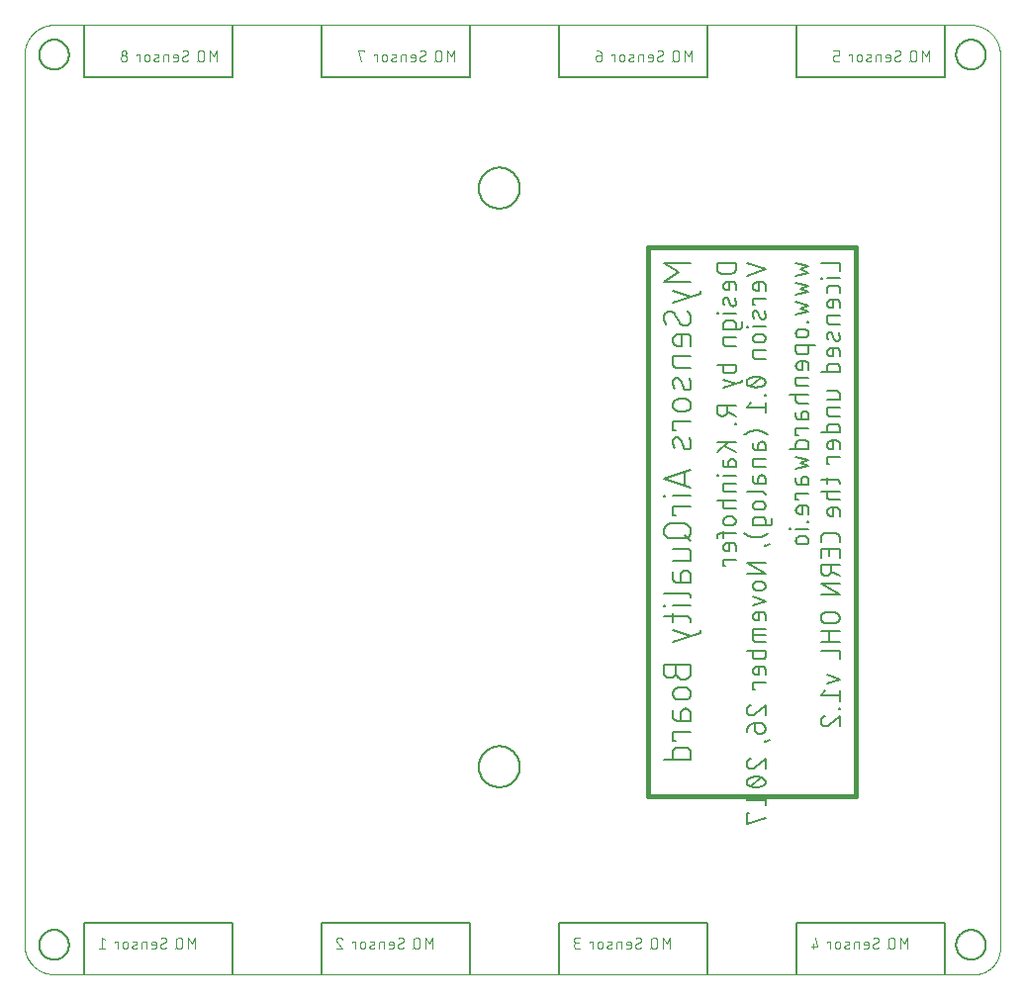
<source format=gbo>
G75*
%MOIN*%
%OFA0B0*%
%FSLAX25Y25*%
%IPPOS*%
%LPD*%
%AMOC8*
5,1,8,0,0,1.08239X$1,22.5*
%
%ADD10C,0.00000*%
%ADD11C,0.00600*%
%ADD12C,0.00800*%
%ADD13C,0.01600*%
%ADD14C,0.00300*%
D10*
X0013520Y0011600D02*
X0013520Y0311561D01*
X0013523Y0311803D01*
X0013532Y0312044D01*
X0013546Y0312285D01*
X0013567Y0312526D01*
X0013593Y0312766D01*
X0013625Y0313006D01*
X0013663Y0313245D01*
X0013706Y0313482D01*
X0013756Y0313719D01*
X0013811Y0313954D01*
X0013871Y0314188D01*
X0013938Y0314420D01*
X0014009Y0314651D01*
X0014087Y0314880D01*
X0014170Y0315107D01*
X0014258Y0315332D01*
X0014352Y0315555D01*
X0014451Y0315775D01*
X0014556Y0315993D01*
X0014665Y0316208D01*
X0014780Y0316421D01*
X0014900Y0316631D01*
X0015025Y0316837D01*
X0015155Y0317041D01*
X0015290Y0317242D01*
X0015430Y0317439D01*
X0015574Y0317633D01*
X0015723Y0317823D01*
X0015877Y0318009D01*
X0016035Y0318192D01*
X0016197Y0318371D01*
X0016364Y0318546D01*
X0016535Y0318717D01*
X0016710Y0318884D01*
X0016889Y0319046D01*
X0017072Y0319204D01*
X0017258Y0319358D01*
X0017448Y0319507D01*
X0017642Y0319651D01*
X0017839Y0319791D01*
X0018040Y0319926D01*
X0018244Y0320056D01*
X0018450Y0320181D01*
X0018660Y0320301D01*
X0018873Y0320416D01*
X0019088Y0320525D01*
X0019306Y0320630D01*
X0019526Y0320729D01*
X0019749Y0320823D01*
X0019974Y0320911D01*
X0020201Y0320994D01*
X0020430Y0321072D01*
X0020661Y0321143D01*
X0020893Y0321210D01*
X0021127Y0321270D01*
X0021362Y0321325D01*
X0021599Y0321375D01*
X0021836Y0321418D01*
X0022075Y0321456D01*
X0022315Y0321488D01*
X0022555Y0321514D01*
X0022796Y0321535D01*
X0023037Y0321549D01*
X0023278Y0321558D01*
X0023520Y0321561D01*
X0332260Y0321561D01*
X0332501Y0321558D01*
X0332741Y0321549D01*
X0332982Y0321535D01*
X0333221Y0321514D01*
X0333461Y0321488D01*
X0333699Y0321456D01*
X0333937Y0321419D01*
X0334174Y0321375D01*
X0334409Y0321326D01*
X0334644Y0321272D01*
X0334877Y0321211D01*
X0335108Y0321145D01*
X0335338Y0321073D01*
X0335566Y0320996D01*
X0335792Y0320914D01*
X0336016Y0320826D01*
X0336238Y0320732D01*
X0336458Y0320633D01*
X0336675Y0320529D01*
X0336889Y0320420D01*
X0337101Y0320306D01*
X0337310Y0320186D01*
X0337516Y0320062D01*
X0337719Y0319932D01*
X0337918Y0319798D01*
X0338115Y0319659D01*
X0338308Y0319515D01*
X0338497Y0319366D01*
X0338683Y0319213D01*
X0338865Y0319056D01*
X0339044Y0318894D01*
X0339218Y0318728D01*
X0339388Y0318558D01*
X0339554Y0318384D01*
X0339716Y0318205D01*
X0339873Y0318023D01*
X0340026Y0317837D01*
X0340175Y0317648D01*
X0340319Y0317455D01*
X0340458Y0317258D01*
X0340592Y0317059D01*
X0340722Y0316856D01*
X0340846Y0316650D01*
X0340966Y0316441D01*
X0341080Y0316229D01*
X0341189Y0316015D01*
X0341293Y0315798D01*
X0341392Y0315578D01*
X0341486Y0315356D01*
X0341574Y0315132D01*
X0341656Y0314906D01*
X0341733Y0314678D01*
X0341805Y0314448D01*
X0341871Y0314217D01*
X0341932Y0313984D01*
X0341986Y0313749D01*
X0342035Y0313514D01*
X0342079Y0313277D01*
X0342116Y0313039D01*
X0342148Y0312801D01*
X0342174Y0312561D01*
X0342195Y0312322D01*
X0342209Y0312081D01*
X0342218Y0311841D01*
X0342221Y0311600D01*
X0342220Y0311600D02*
X0342220Y0010301D01*
X0342221Y0010301D02*
X0342218Y0010091D01*
X0342211Y0009881D01*
X0342198Y0009671D01*
X0342180Y0009461D01*
X0342158Y0009252D01*
X0342130Y0009044D01*
X0342097Y0008836D01*
X0342059Y0008629D01*
X0342016Y0008423D01*
X0341968Y0008219D01*
X0341915Y0008015D01*
X0341858Y0007813D01*
X0341795Y0007612D01*
X0341728Y0007413D01*
X0341656Y0007216D01*
X0341579Y0007020D01*
X0341497Y0006826D01*
X0341411Y0006634D01*
X0341320Y0006445D01*
X0341224Y0006257D01*
X0341124Y0006072D01*
X0341020Y0005890D01*
X0340911Y0005710D01*
X0340798Y0005533D01*
X0340681Y0005358D01*
X0340559Y0005187D01*
X0340434Y0005018D01*
X0340304Y0004853D01*
X0340170Y0004690D01*
X0340033Y0004531D01*
X0339891Y0004375D01*
X0339746Y0004223D01*
X0339598Y0004075D01*
X0339446Y0003930D01*
X0339290Y0003788D01*
X0339131Y0003651D01*
X0338968Y0003517D01*
X0338803Y0003387D01*
X0338634Y0003262D01*
X0338463Y0003140D01*
X0338288Y0003023D01*
X0338111Y0002910D01*
X0337931Y0002801D01*
X0337749Y0002697D01*
X0337564Y0002597D01*
X0337376Y0002501D01*
X0337187Y0002410D01*
X0336995Y0002324D01*
X0336801Y0002242D01*
X0336605Y0002165D01*
X0336408Y0002093D01*
X0336209Y0002026D01*
X0336008Y0001963D01*
X0335806Y0001906D01*
X0335602Y0001853D01*
X0335398Y0001805D01*
X0335192Y0001762D01*
X0334985Y0001724D01*
X0334777Y0001691D01*
X0334569Y0001663D01*
X0334360Y0001641D01*
X0334150Y0001623D01*
X0333940Y0001610D01*
X0333730Y0001603D01*
X0333520Y0001600D01*
X0023520Y0001600D01*
X0023278Y0001603D01*
X0023037Y0001612D01*
X0022796Y0001626D01*
X0022555Y0001647D01*
X0022315Y0001673D01*
X0022075Y0001705D01*
X0021836Y0001743D01*
X0021599Y0001786D01*
X0021362Y0001836D01*
X0021127Y0001891D01*
X0020893Y0001951D01*
X0020661Y0002018D01*
X0020430Y0002089D01*
X0020201Y0002167D01*
X0019974Y0002250D01*
X0019749Y0002338D01*
X0019526Y0002432D01*
X0019306Y0002531D01*
X0019088Y0002636D01*
X0018873Y0002745D01*
X0018660Y0002860D01*
X0018450Y0002980D01*
X0018244Y0003105D01*
X0018040Y0003235D01*
X0017839Y0003370D01*
X0017642Y0003510D01*
X0017448Y0003654D01*
X0017258Y0003803D01*
X0017072Y0003957D01*
X0016889Y0004115D01*
X0016710Y0004277D01*
X0016535Y0004444D01*
X0016364Y0004615D01*
X0016197Y0004790D01*
X0016035Y0004969D01*
X0015877Y0005152D01*
X0015723Y0005338D01*
X0015574Y0005528D01*
X0015430Y0005722D01*
X0015290Y0005919D01*
X0015155Y0006120D01*
X0015025Y0006324D01*
X0014900Y0006530D01*
X0014780Y0006740D01*
X0014665Y0006953D01*
X0014556Y0007168D01*
X0014451Y0007386D01*
X0014352Y0007606D01*
X0014258Y0007829D01*
X0014170Y0008054D01*
X0014087Y0008281D01*
X0014009Y0008510D01*
X0013938Y0008741D01*
X0013871Y0008973D01*
X0013811Y0009207D01*
X0013756Y0009442D01*
X0013706Y0009679D01*
X0013663Y0009916D01*
X0013625Y0010155D01*
X0013593Y0010395D01*
X0013567Y0010635D01*
X0013546Y0010876D01*
X0013532Y0011117D01*
X0013523Y0011358D01*
X0013520Y0011600D01*
D11*
X0018520Y0011600D02*
X0018522Y0011741D01*
X0018528Y0011882D01*
X0018538Y0012022D01*
X0018552Y0012162D01*
X0018570Y0012302D01*
X0018591Y0012441D01*
X0018617Y0012580D01*
X0018646Y0012718D01*
X0018680Y0012854D01*
X0018717Y0012990D01*
X0018758Y0013125D01*
X0018803Y0013259D01*
X0018852Y0013391D01*
X0018904Y0013522D01*
X0018960Y0013651D01*
X0019020Y0013778D01*
X0019083Y0013904D01*
X0019149Y0014028D01*
X0019220Y0014151D01*
X0019293Y0014271D01*
X0019370Y0014389D01*
X0019450Y0014505D01*
X0019534Y0014618D01*
X0019620Y0014729D01*
X0019710Y0014838D01*
X0019803Y0014944D01*
X0019898Y0015047D01*
X0019997Y0015148D01*
X0020098Y0015246D01*
X0020202Y0015341D01*
X0020309Y0015433D01*
X0020418Y0015522D01*
X0020530Y0015607D01*
X0020644Y0015690D01*
X0020760Y0015770D01*
X0020879Y0015846D01*
X0021000Y0015918D01*
X0021122Y0015988D01*
X0021247Y0016053D01*
X0021373Y0016116D01*
X0021501Y0016174D01*
X0021631Y0016229D01*
X0021762Y0016281D01*
X0021895Y0016328D01*
X0022029Y0016372D01*
X0022164Y0016413D01*
X0022300Y0016449D01*
X0022437Y0016481D01*
X0022575Y0016510D01*
X0022713Y0016535D01*
X0022853Y0016555D01*
X0022993Y0016572D01*
X0023133Y0016585D01*
X0023274Y0016594D01*
X0023414Y0016599D01*
X0023555Y0016600D01*
X0023696Y0016597D01*
X0023837Y0016590D01*
X0023977Y0016579D01*
X0024117Y0016564D01*
X0024257Y0016545D01*
X0024396Y0016523D01*
X0024534Y0016496D01*
X0024672Y0016466D01*
X0024808Y0016431D01*
X0024944Y0016393D01*
X0025078Y0016351D01*
X0025212Y0016305D01*
X0025344Y0016256D01*
X0025474Y0016202D01*
X0025603Y0016145D01*
X0025730Y0016085D01*
X0025856Y0016021D01*
X0025979Y0015953D01*
X0026101Y0015882D01*
X0026221Y0015808D01*
X0026338Y0015730D01*
X0026453Y0015649D01*
X0026566Y0015565D01*
X0026677Y0015478D01*
X0026785Y0015387D01*
X0026890Y0015294D01*
X0026993Y0015197D01*
X0027093Y0015098D01*
X0027190Y0014996D01*
X0027284Y0014891D01*
X0027375Y0014784D01*
X0027463Y0014674D01*
X0027548Y0014562D01*
X0027630Y0014447D01*
X0027709Y0014330D01*
X0027784Y0014211D01*
X0027856Y0014090D01*
X0027924Y0013967D01*
X0027989Y0013842D01*
X0028051Y0013715D01*
X0028108Y0013586D01*
X0028163Y0013456D01*
X0028213Y0013325D01*
X0028260Y0013192D01*
X0028303Y0013058D01*
X0028342Y0012922D01*
X0028377Y0012786D01*
X0028409Y0012649D01*
X0028436Y0012511D01*
X0028460Y0012372D01*
X0028480Y0012232D01*
X0028496Y0012092D01*
X0028508Y0011952D01*
X0028516Y0011811D01*
X0028520Y0011670D01*
X0028520Y0011530D01*
X0028516Y0011389D01*
X0028508Y0011248D01*
X0028496Y0011108D01*
X0028480Y0010968D01*
X0028460Y0010828D01*
X0028436Y0010689D01*
X0028409Y0010551D01*
X0028377Y0010414D01*
X0028342Y0010278D01*
X0028303Y0010142D01*
X0028260Y0010008D01*
X0028213Y0009875D01*
X0028163Y0009744D01*
X0028108Y0009614D01*
X0028051Y0009485D01*
X0027989Y0009358D01*
X0027924Y0009233D01*
X0027856Y0009110D01*
X0027784Y0008989D01*
X0027709Y0008870D01*
X0027630Y0008753D01*
X0027548Y0008638D01*
X0027463Y0008526D01*
X0027375Y0008416D01*
X0027284Y0008309D01*
X0027190Y0008204D01*
X0027093Y0008102D01*
X0026993Y0008003D01*
X0026890Y0007906D01*
X0026785Y0007813D01*
X0026677Y0007722D01*
X0026566Y0007635D01*
X0026453Y0007551D01*
X0026338Y0007470D01*
X0026221Y0007392D01*
X0026101Y0007318D01*
X0025979Y0007247D01*
X0025856Y0007179D01*
X0025730Y0007115D01*
X0025603Y0007055D01*
X0025474Y0006998D01*
X0025344Y0006944D01*
X0025212Y0006895D01*
X0025078Y0006849D01*
X0024944Y0006807D01*
X0024808Y0006769D01*
X0024672Y0006734D01*
X0024534Y0006704D01*
X0024396Y0006677D01*
X0024257Y0006655D01*
X0024117Y0006636D01*
X0023977Y0006621D01*
X0023837Y0006610D01*
X0023696Y0006603D01*
X0023555Y0006600D01*
X0023414Y0006601D01*
X0023274Y0006606D01*
X0023133Y0006615D01*
X0022993Y0006628D01*
X0022853Y0006645D01*
X0022713Y0006665D01*
X0022575Y0006690D01*
X0022437Y0006719D01*
X0022300Y0006751D01*
X0022164Y0006787D01*
X0022029Y0006828D01*
X0021895Y0006872D01*
X0021762Y0006919D01*
X0021631Y0006971D01*
X0021501Y0007026D01*
X0021373Y0007084D01*
X0021247Y0007147D01*
X0021122Y0007212D01*
X0021000Y0007282D01*
X0020879Y0007354D01*
X0020760Y0007430D01*
X0020644Y0007510D01*
X0020530Y0007593D01*
X0020418Y0007678D01*
X0020309Y0007767D01*
X0020202Y0007859D01*
X0020098Y0007954D01*
X0019997Y0008052D01*
X0019898Y0008153D01*
X0019803Y0008256D01*
X0019710Y0008362D01*
X0019620Y0008471D01*
X0019534Y0008582D01*
X0019450Y0008695D01*
X0019370Y0008811D01*
X0019293Y0008929D01*
X0019220Y0009049D01*
X0019149Y0009172D01*
X0019083Y0009296D01*
X0019020Y0009422D01*
X0018960Y0009549D01*
X0018904Y0009678D01*
X0018852Y0009809D01*
X0018803Y0009941D01*
X0018758Y0010075D01*
X0018717Y0010210D01*
X0018680Y0010346D01*
X0018646Y0010482D01*
X0018617Y0010620D01*
X0018591Y0010759D01*
X0018570Y0010898D01*
X0018552Y0011038D01*
X0018538Y0011178D01*
X0018528Y0011318D01*
X0018522Y0011459D01*
X0018520Y0011600D01*
X0033520Y0019100D02*
X0033520Y0001600D01*
X0033520Y0019100D02*
X0083520Y0019100D01*
X0083520Y0001600D01*
X0113520Y0001600D02*
X0113520Y0019100D01*
X0163520Y0019100D01*
X0163520Y0001600D01*
X0193520Y0001600D02*
X0193520Y0019100D01*
X0243520Y0019100D01*
X0243520Y0001600D01*
X0273520Y0001600D02*
X0273520Y0019100D01*
X0323520Y0019100D01*
X0323520Y0001600D01*
X0327417Y0011600D02*
X0327419Y0011741D01*
X0327425Y0011882D01*
X0327435Y0012022D01*
X0327449Y0012162D01*
X0327467Y0012302D01*
X0327488Y0012441D01*
X0327514Y0012580D01*
X0327543Y0012718D01*
X0327577Y0012854D01*
X0327614Y0012990D01*
X0327655Y0013125D01*
X0327700Y0013259D01*
X0327749Y0013391D01*
X0327801Y0013522D01*
X0327857Y0013651D01*
X0327917Y0013778D01*
X0327980Y0013904D01*
X0328046Y0014028D01*
X0328117Y0014151D01*
X0328190Y0014271D01*
X0328267Y0014389D01*
X0328347Y0014505D01*
X0328431Y0014618D01*
X0328517Y0014729D01*
X0328607Y0014838D01*
X0328700Y0014944D01*
X0328795Y0015047D01*
X0328894Y0015148D01*
X0328995Y0015246D01*
X0329099Y0015341D01*
X0329206Y0015433D01*
X0329315Y0015522D01*
X0329427Y0015607D01*
X0329541Y0015690D01*
X0329657Y0015770D01*
X0329776Y0015846D01*
X0329897Y0015918D01*
X0330019Y0015988D01*
X0330144Y0016053D01*
X0330270Y0016116D01*
X0330398Y0016174D01*
X0330528Y0016229D01*
X0330659Y0016281D01*
X0330792Y0016328D01*
X0330926Y0016372D01*
X0331061Y0016413D01*
X0331197Y0016449D01*
X0331334Y0016481D01*
X0331472Y0016510D01*
X0331610Y0016535D01*
X0331750Y0016555D01*
X0331890Y0016572D01*
X0332030Y0016585D01*
X0332171Y0016594D01*
X0332311Y0016599D01*
X0332452Y0016600D01*
X0332593Y0016597D01*
X0332734Y0016590D01*
X0332874Y0016579D01*
X0333014Y0016564D01*
X0333154Y0016545D01*
X0333293Y0016523D01*
X0333431Y0016496D01*
X0333569Y0016466D01*
X0333705Y0016431D01*
X0333841Y0016393D01*
X0333975Y0016351D01*
X0334109Y0016305D01*
X0334241Y0016256D01*
X0334371Y0016202D01*
X0334500Y0016145D01*
X0334627Y0016085D01*
X0334753Y0016021D01*
X0334876Y0015953D01*
X0334998Y0015882D01*
X0335118Y0015808D01*
X0335235Y0015730D01*
X0335350Y0015649D01*
X0335463Y0015565D01*
X0335574Y0015478D01*
X0335682Y0015387D01*
X0335787Y0015294D01*
X0335890Y0015197D01*
X0335990Y0015098D01*
X0336087Y0014996D01*
X0336181Y0014891D01*
X0336272Y0014784D01*
X0336360Y0014674D01*
X0336445Y0014562D01*
X0336527Y0014447D01*
X0336606Y0014330D01*
X0336681Y0014211D01*
X0336753Y0014090D01*
X0336821Y0013967D01*
X0336886Y0013842D01*
X0336948Y0013715D01*
X0337005Y0013586D01*
X0337060Y0013456D01*
X0337110Y0013325D01*
X0337157Y0013192D01*
X0337200Y0013058D01*
X0337239Y0012922D01*
X0337274Y0012786D01*
X0337306Y0012649D01*
X0337333Y0012511D01*
X0337357Y0012372D01*
X0337377Y0012232D01*
X0337393Y0012092D01*
X0337405Y0011952D01*
X0337413Y0011811D01*
X0337417Y0011670D01*
X0337417Y0011530D01*
X0337413Y0011389D01*
X0337405Y0011248D01*
X0337393Y0011108D01*
X0337377Y0010968D01*
X0337357Y0010828D01*
X0337333Y0010689D01*
X0337306Y0010551D01*
X0337274Y0010414D01*
X0337239Y0010278D01*
X0337200Y0010142D01*
X0337157Y0010008D01*
X0337110Y0009875D01*
X0337060Y0009744D01*
X0337005Y0009614D01*
X0336948Y0009485D01*
X0336886Y0009358D01*
X0336821Y0009233D01*
X0336753Y0009110D01*
X0336681Y0008989D01*
X0336606Y0008870D01*
X0336527Y0008753D01*
X0336445Y0008638D01*
X0336360Y0008526D01*
X0336272Y0008416D01*
X0336181Y0008309D01*
X0336087Y0008204D01*
X0335990Y0008102D01*
X0335890Y0008003D01*
X0335787Y0007906D01*
X0335682Y0007813D01*
X0335574Y0007722D01*
X0335463Y0007635D01*
X0335350Y0007551D01*
X0335235Y0007470D01*
X0335118Y0007392D01*
X0334998Y0007318D01*
X0334876Y0007247D01*
X0334753Y0007179D01*
X0334627Y0007115D01*
X0334500Y0007055D01*
X0334371Y0006998D01*
X0334241Y0006944D01*
X0334109Y0006895D01*
X0333975Y0006849D01*
X0333841Y0006807D01*
X0333705Y0006769D01*
X0333569Y0006734D01*
X0333431Y0006704D01*
X0333293Y0006677D01*
X0333154Y0006655D01*
X0333014Y0006636D01*
X0332874Y0006621D01*
X0332734Y0006610D01*
X0332593Y0006603D01*
X0332452Y0006600D01*
X0332311Y0006601D01*
X0332171Y0006606D01*
X0332030Y0006615D01*
X0331890Y0006628D01*
X0331750Y0006645D01*
X0331610Y0006665D01*
X0331472Y0006690D01*
X0331334Y0006719D01*
X0331197Y0006751D01*
X0331061Y0006787D01*
X0330926Y0006828D01*
X0330792Y0006872D01*
X0330659Y0006919D01*
X0330528Y0006971D01*
X0330398Y0007026D01*
X0330270Y0007084D01*
X0330144Y0007147D01*
X0330019Y0007212D01*
X0329897Y0007282D01*
X0329776Y0007354D01*
X0329657Y0007430D01*
X0329541Y0007510D01*
X0329427Y0007593D01*
X0329315Y0007678D01*
X0329206Y0007767D01*
X0329099Y0007859D01*
X0328995Y0007954D01*
X0328894Y0008052D01*
X0328795Y0008153D01*
X0328700Y0008256D01*
X0328607Y0008362D01*
X0328517Y0008471D01*
X0328431Y0008582D01*
X0328347Y0008695D01*
X0328267Y0008811D01*
X0328190Y0008929D01*
X0328117Y0009049D01*
X0328046Y0009172D01*
X0327980Y0009296D01*
X0327917Y0009422D01*
X0327857Y0009549D01*
X0327801Y0009678D01*
X0327749Y0009809D01*
X0327700Y0009941D01*
X0327655Y0010075D01*
X0327614Y0010210D01*
X0327577Y0010346D01*
X0327543Y0010482D01*
X0327514Y0010620D01*
X0327488Y0010759D01*
X0327467Y0010898D01*
X0327449Y0011038D01*
X0327435Y0011178D01*
X0327425Y0011318D01*
X0327419Y0011459D01*
X0327417Y0011600D01*
X0263220Y0054136D02*
X0256820Y0052358D01*
X0256820Y0055914D01*
X0257531Y0055914D01*
X0256820Y0060290D02*
X0263220Y0060290D01*
X0263220Y0062068D02*
X0263220Y0058512D01*
X0262331Y0067688D02*
X0262204Y0067748D01*
X0262075Y0067804D01*
X0261945Y0067857D01*
X0261813Y0067907D01*
X0261680Y0067953D01*
X0261546Y0067995D01*
X0261411Y0068034D01*
X0261274Y0068070D01*
X0261137Y0068101D01*
X0260999Y0068129D01*
X0260861Y0068154D01*
X0260722Y0068174D01*
X0260582Y0068191D01*
X0260442Y0068204D01*
X0260301Y0068213D01*
X0260161Y0068219D01*
X0260020Y0068221D01*
X0260020Y0064666D02*
X0259879Y0064668D01*
X0259739Y0064674D01*
X0259598Y0064683D01*
X0259458Y0064696D01*
X0259318Y0064713D01*
X0259179Y0064733D01*
X0259041Y0064758D01*
X0258903Y0064786D01*
X0258766Y0064817D01*
X0258629Y0064853D01*
X0258494Y0064892D01*
X0258360Y0064934D01*
X0258227Y0064980D01*
X0258095Y0065030D01*
X0257965Y0065083D01*
X0257836Y0065139D01*
X0257709Y0065199D01*
X0258242Y0065022D02*
X0261797Y0067866D01*
X0263220Y0066444D02*
X0263218Y0066373D01*
X0263212Y0066302D01*
X0263203Y0066232D01*
X0263189Y0066162D01*
X0263172Y0066093D01*
X0263152Y0066026D01*
X0263127Y0065959D01*
X0263099Y0065894D01*
X0263068Y0065830D01*
X0263033Y0065768D01*
X0262995Y0065708D01*
X0262954Y0065651D01*
X0262910Y0065595D01*
X0262862Y0065542D01*
X0262812Y0065492D01*
X0262760Y0065444D01*
X0262705Y0065399D01*
X0262647Y0065358D01*
X0262587Y0065319D01*
X0262526Y0065284D01*
X0262462Y0065252D01*
X0262397Y0065224D01*
X0262331Y0065199D01*
X0263220Y0066444D02*
X0263218Y0066515D01*
X0263212Y0066586D01*
X0263203Y0066656D01*
X0263189Y0066726D01*
X0263172Y0066795D01*
X0263152Y0066862D01*
X0263127Y0066929D01*
X0263099Y0066994D01*
X0263068Y0067058D01*
X0263033Y0067120D01*
X0262995Y0067180D01*
X0262954Y0067238D01*
X0262910Y0067293D01*
X0262862Y0067346D01*
X0262812Y0067396D01*
X0262760Y0067444D01*
X0262705Y0067489D01*
X0262647Y0067530D01*
X0262587Y0067569D01*
X0262526Y0067604D01*
X0262462Y0067636D01*
X0262397Y0067664D01*
X0262331Y0067689D01*
X0262331Y0065199D02*
X0262204Y0065139D01*
X0262075Y0065083D01*
X0261945Y0065030D01*
X0261813Y0064980D01*
X0261680Y0064934D01*
X0261546Y0064892D01*
X0261411Y0064853D01*
X0261274Y0064817D01*
X0261137Y0064786D01*
X0260999Y0064758D01*
X0260861Y0064733D01*
X0260722Y0064713D01*
X0260582Y0064696D01*
X0260442Y0064683D01*
X0260301Y0064674D01*
X0260161Y0064668D01*
X0260020Y0064666D01*
X0260020Y0068221D02*
X0259879Y0068219D01*
X0259739Y0068213D01*
X0259598Y0068204D01*
X0259458Y0068191D01*
X0259318Y0068174D01*
X0259179Y0068154D01*
X0259041Y0068129D01*
X0258903Y0068101D01*
X0258766Y0068070D01*
X0258629Y0068034D01*
X0258494Y0067995D01*
X0258360Y0067953D01*
X0258227Y0067907D01*
X0258095Y0067857D01*
X0257965Y0067804D01*
X0257836Y0067748D01*
X0257709Y0067688D01*
X0256819Y0066444D02*
X0256821Y0066373D01*
X0256827Y0066302D01*
X0256836Y0066232D01*
X0256850Y0066162D01*
X0256867Y0066093D01*
X0256887Y0066026D01*
X0256912Y0065959D01*
X0256940Y0065894D01*
X0256971Y0065830D01*
X0257006Y0065768D01*
X0257044Y0065708D01*
X0257085Y0065650D01*
X0257129Y0065595D01*
X0257177Y0065542D01*
X0257227Y0065492D01*
X0257279Y0065444D01*
X0257334Y0065399D01*
X0257392Y0065358D01*
X0257452Y0065319D01*
X0257513Y0065284D01*
X0257577Y0065252D01*
X0257642Y0065224D01*
X0257708Y0065199D01*
X0256819Y0066444D02*
X0256821Y0066515D01*
X0256827Y0066586D01*
X0256836Y0066656D01*
X0256850Y0066726D01*
X0256867Y0066795D01*
X0256887Y0066862D01*
X0256912Y0066929D01*
X0256940Y0066994D01*
X0256971Y0067058D01*
X0257006Y0067120D01*
X0257044Y0067180D01*
X0257085Y0067238D01*
X0257129Y0067293D01*
X0257177Y0067346D01*
X0257227Y0067396D01*
X0257279Y0067444D01*
X0257334Y0067489D01*
X0257392Y0067530D01*
X0257452Y0067569D01*
X0257513Y0067604D01*
X0257577Y0067636D01*
X0257642Y0067664D01*
X0257708Y0067689D01*
X0258242Y0062068D02*
X0256820Y0060290D01*
X0263220Y0070820D02*
X0263220Y0074376D01*
X0259664Y0071353D01*
X0256819Y0072420D02*
X0256821Y0072509D01*
X0256827Y0072598D01*
X0256836Y0072687D01*
X0256850Y0072775D01*
X0256867Y0072862D01*
X0256888Y0072949D01*
X0256913Y0073035D01*
X0256941Y0073119D01*
X0256974Y0073202D01*
X0257009Y0073284D01*
X0257049Y0073364D01*
X0257091Y0073442D01*
X0257137Y0073519D01*
X0257186Y0073593D01*
X0257239Y0073665D01*
X0257294Y0073735D01*
X0257353Y0073802D01*
X0257414Y0073867D01*
X0257478Y0073929D01*
X0257545Y0073988D01*
X0257614Y0074044D01*
X0257686Y0074097D01*
X0257760Y0074147D01*
X0257836Y0074194D01*
X0257913Y0074237D01*
X0257993Y0074277D01*
X0258075Y0074314D01*
X0258157Y0074347D01*
X0258242Y0074376D01*
X0259665Y0071353D02*
X0259607Y0071296D01*
X0259546Y0071240D01*
X0259483Y0071188D01*
X0259418Y0071139D01*
X0259350Y0071093D01*
X0259280Y0071051D01*
X0259208Y0071011D01*
X0259135Y0070976D01*
X0259059Y0070943D01*
X0258983Y0070915D01*
X0258905Y0070890D01*
X0258826Y0070869D01*
X0258746Y0070851D01*
X0258665Y0070838D01*
X0258584Y0070828D01*
X0258502Y0070822D01*
X0258420Y0070820D01*
X0258341Y0070822D01*
X0258263Y0070828D01*
X0258185Y0070837D01*
X0258108Y0070851D01*
X0258031Y0070868D01*
X0257956Y0070889D01*
X0257881Y0070914D01*
X0257808Y0070942D01*
X0257736Y0070974D01*
X0257666Y0071009D01*
X0257597Y0071048D01*
X0257531Y0071090D01*
X0257467Y0071135D01*
X0257405Y0071183D01*
X0257346Y0071234D01*
X0257289Y0071289D01*
X0257234Y0071346D01*
X0257183Y0071405D01*
X0257135Y0071467D01*
X0257090Y0071531D01*
X0257048Y0071597D01*
X0257009Y0071666D01*
X0256974Y0071736D01*
X0256942Y0071808D01*
X0256914Y0071881D01*
X0256889Y0071956D01*
X0256868Y0072031D01*
X0256851Y0072108D01*
X0256837Y0072185D01*
X0256828Y0072263D01*
X0256822Y0072341D01*
X0256820Y0072420D01*
X0262864Y0080031D02*
X0263220Y0080031D01*
X0264642Y0080564D01*
X0263220Y0080387D02*
X0262864Y0080387D01*
X0262864Y0080031D01*
X0263220Y0080031D02*
X0263220Y0080387D01*
X0261442Y0082718D02*
X0261086Y0082718D01*
X0261012Y0082720D01*
X0260937Y0082726D01*
X0260864Y0082736D01*
X0260790Y0082749D01*
X0260718Y0082766D01*
X0260647Y0082788D01*
X0260576Y0082812D01*
X0260508Y0082841D01*
X0260440Y0082873D01*
X0260375Y0082909D01*
X0260312Y0082947D01*
X0260250Y0082990D01*
X0260191Y0083035D01*
X0260134Y0083083D01*
X0260080Y0083134D01*
X0260029Y0083188D01*
X0259981Y0083245D01*
X0259936Y0083304D01*
X0259893Y0083366D01*
X0259855Y0083429D01*
X0259819Y0083494D01*
X0259787Y0083562D01*
X0259758Y0083630D01*
X0259734Y0083701D01*
X0259712Y0083772D01*
X0259695Y0083844D01*
X0259682Y0083918D01*
X0259672Y0083991D01*
X0259666Y0084066D01*
X0259664Y0084140D01*
X0259664Y0086273D01*
X0261442Y0086273D01*
X0261442Y0086274D02*
X0261525Y0086272D01*
X0261608Y0086266D01*
X0261691Y0086256D01*
X0261774Y0086243D01*
X0261855Y0086225D01*
X0261936Y0086204D01*
X0262015Y0086179D01*
X0262093Y0086150D01*
X0262170Y0086118D01*
X0262245Y0086082D01*
X0262319Y0086043D01*
X0262390Y0086000D01*
X0262460Y0085954D01*
X0262527Y0085904D01*
X0262592Y0085852D01*
X0262654Y0085797D01*
X0262714Y0085738D01*
X0262771Y0085677D01*
X0262825Y0085614D01*
X0262876Y0085548D01*
X0262923Y0085479D01*
X0262968Y0085409D01*
X0263009Y0085336D01*
X0263046Y0085262D01*
X0263081Y0085186D01*
X0263111Y0085108D01*
X0263138Y0085030D01*
X0263161Y0084949D01*
X0263181Y0084868D01*
X0263196Y0084786D01*
X0263208Y0084704D01*
X0263216Y0084621D01*
X0263220Y0084538D01*
X0263220Y0084454D01*
X0263216Y0084371D01*
X0263208Y0084288D01*
X0263196Y0084206D01*
X0263181Y0084124D01*
X0263161Y0084043D01*
X0263138Y0083962D01*
X0263111Y0083884D01*
X0263081Y0083806D01*
X0263046Y0083730D01*
X0263009Y0083656D01*
X0262968Y0083583D01*
X0262923Y0083513D01*
X0262876Y0083444D01*
X0262825Y0083378D01*
X0262771Y0083315D01*
X0262714Y0083254D01*
X0262654Y0083195D01*
X0262592Y0083140D01*
X0262527Y0083088D01*
X0262460Y0083038D01*
X0262390Y0082992D01*
X0262319Y0082949D01*
X0262245Y0082910D01*
X0262170Y0082874D01*
X0262093Y0082842D01*
X0262015Y0082813D01*
X0261936Y0082788D01*
X0261855Y0082767D01*
X0261774Y0082749D01*
X0261691Y0082736D01*
X0261608Y0082726D01*
X0261525Y0082720D01*
X0261442Y0082718D01*
X0259664Y0086273D02*
X0259558Y0086271D01*
X0259451Y0086265D01*
X0259346Y0086255D01*
X0259240Y0086241D01*
X0259135Y0086223D01*
X0259031Y0086202D01*
X0258928Y0086176D01*
X0258826Y0086147D01*
X0258725Y0086113D01*
X0258625Y0086076D01*
X0258527Y0086036D01*
X0258430Y0085991D01*
X0258335Y0085943D01*
X0258242Y0085892D01*
X0258151Y0085837D01*
X0258062Y0085779D01*
X0257975Y0085717D01*
X0257891Y0085653D01*
X0257809Y0085585D01*
X0257730Y0085514D01*
X0257653Y0085440D01*
X0257579Y0085363D01*
X0257508Y0085284D01*
X0257440Y0085202D01*
X0257376Y0085118D01*
X0257314Y0085031D01*
X0257256Y0084942D01*
X0257201Y0084851D01*
X0257150Y0084758D01*
X0257102Y0084663D01*
X0257057Y0084566D01*
X0257017Y0084468D01*
X0256980Y0084368D01*
X0256946Y0084267D01*
X0256917Y0084165D01*
X0256891Y0084062D01*
X0256870Y0083958D01*
X0256852Y0083853D01*
X0256838Y0083747D01*
X0256828Y0083642D01*
X0256822Y0083535D01*
X0256820Y0083429D01*
X0259664Y0089405D02*
X0263220Y0092427D01*
X0263220Y0088872D01*
X0258242Y0092428D02*
X0258157Y0092399D01*
X0258075Y0092366D01*
X0257993Y0092329D01*
X0257913Y0092289D01*
X0257836Y0092246D01*
X0257760Y0092199D01*
X0257686Y0092149D01*
X0257614Y0092096D01*
X0257545Y0092040D01*
X0257478Y0091981D01*
X0257414Y0091919D01*
X0257353Y0091854D01*
X0257294Y0091787D01*
X0257239Y0091717D01*
X0257186Y0091645D01*
X0257137Y0091571D01*
X0257091Y0091494D01*
X0257049Y0091416D01*
X0257009Y0091336D01*
X0256974Y0091254D01*
X0256941Y0091171D01*
X0256913Y0091087D01*
X0256888Y0091001D01*
X0256867Y0090914D01*
X0256850Y0090827D01*
X0256836Y0090739D01*
X0256827Y0090650D01*
X0256821Y0090561D01*
X0256819Y0090472D01*
X0256820Y0090472D02*
X0256822Y0090393D01*
X0256828Y0090315D01*
X0256837Y0090237D01*
X0256851Y0090160D01*
X0256868Y0090083D01*
X0256889Y0090008D01*
X0256914Y0089933D01*
X0256942Y0089860D01*
X0256974Y0089788D01*
X0257009Y0089718D01*
X0257048Y0089649D01*
X0257090Y0089583D01*
X0257135Y0089519D01*
X0257183Y0089457D01*
X0257234Y0089398D01*
X0257289Y0089341D01*
X0257346Y0089286D01*
X0257405Y0089235D01*
X0257467Y0089187D01*
X0257531Y0089142D01*
X0257597Y0089100D01*
X0257666Y0089061D01*
X0257736Y0089026D01*
X0257808Y0088994D01*
X0257881Y0088966D01*
X0257956Y0088941D01*
X0258031Y0088920D01*
X0258108Y0088903D01*
X0258185Y0088889D01*
X0258263Y0088880D01*
X0258341Y0088874D01*
X0258420Y0088872D01*
X0258420Y0088871D02*
X0258502Y0088873D01*
X0258584Y0088879D01*
X0258665Y0088889D01*
X0258746Y0088902D01*
X0258826Y0088920D01*
X0258905Y0088941D01*
X0258983Y0088966D01*
X0259059Y0088994D01*
X0259135Y0089027D01*
X0259208Y0089062D01*
X0259280Y0089102D01*
X0259350Y0089144D01*
X0259418Y0089190D01*
X0259483Y0089239D01*
X0259546Y0089291D01*
X0259607Y0089347D01*
X0259665Y0089404D01*
X0259664Y0097700D02*
X0258953Y0097700D01*
X0258953Y0099834D01*
X0263220Y0099834D01*
X0263220Y0102561D02*
X0263220Y0104339D01*
X0263218Y0104403D01*
X0263212Y0104468D01*
X0263203Y0104531D01*
X0263189Y0104594D01*
X0263172Y0104656D01*
X0263151Y0104717D01*
X0263126Y0104777D01*
X0263098Y0104835D01*
X0263066Y0104891D01*
X0263031Y0104945D01*
X0262993Y0104997D01*
X0262952Y0105047D01*
X0262907Y0105093D01*
X0262861Y0105138D01*
X0262811Y0105179D01*
X0262759Y0105217D01*
X0262705Y0105252D01*
X0262649Y0105284D01*
X0262591Y0105312D01*
X0262531Y0105337D01*
X0262470Y0105358D01*
X0262408Y0105375D01*
X0262345Y0105389D01*
X0262282Y0105398D01*
X0262217Y0105404D01*
X0262153Y0105406D01*
X0260375Y0105406D01*
X0261086Y0105406D02*
X0261086Y0102561D01*
X0260375Y0102561D01*
X0260301Y0102563D01*
X0260226Y0102569D01*
X0260153Y0102579D01*
X0260079Y0102592D01*
X0260007Y0102609D01*
X0259936Y0102631D01*
X0259865Y0102655D01*
X0259797Y0102684D01*
X0259729Y0102716D01*
X0259664Y0102752D01*
X0259601Y0102790D01*
X0259539Y0102833D01*
X0259480Y0102878D01*
X0259423Y0102926D01*
X0259369Y0102977D01*
X0259318Y0103031D01*
X0259270Y0103088D01*
X0259225Y0103147D01*
X0259182Y0103209D01*
X0259144Y0103272D01*
X0259108Y0103337D01*
X0259076Y0103405D01*
X0259047Y0103473D01*
X0259023Y0103544D01*
X0259001Y0103615D01*
X0258984Y0103687D01*
X0258971Y0103761D01*
X0258961Y0103834D01*
X0258955Y0103909D01*
X0258953Y0103983D01*
X0258955Y0104057D01*
X0258961Y0104132D01*
X0258971Y0104205D01*
X0258984Y0104279D01*
X0259001Y0104351D01*
X0259023Y0104422D01*
X0259047Y0104493D01*
X0259076Y0104561D01*
X0259108Y0104629D01*
X0259144Y0104694D01*
X0259182Y0104757D01*
X0259225Y0104819D01*
X0259270Y0104878D01*
X0259318Y0104935D01*
X0259369Y0104989D01*
X0259423Y0105040D01*
X0259480Y0105088D01*
X0259539Y0105133D01*
X0259601Y0105176D01*
X0259664Y0105214D01*
X0259729Y0105250D01*
X0259797Y0105282D01*
X0259865Y0105311D01*
X0259936Y0105335D01*
X0260007Y0105357D01*
X0260079Y0105374D01*
X0260153Y0105387D01*
X0260226Y0105397D01*
X0260301Y0105403D01*
X0260375Y0105405D01*
X0260020Y0107866D02*
X0262153Y0107866D01*
X0262153Y0107865D02*
X0262217Y0107867D01*
X0262282Y0107873D01*
X0262345Y0107882D01*
X0262408Y0107896D01*
X0262470Y0107913D01*
X0262531Y0107934D01*
X0262591Y0107959D01*
X0262649Y0107987D01*
X0262705Y0108019D01*
X0262759Y0108054D01*
X0262811Y0108092D01*
X0262861Y0108133D01*
X0262907Y0108178D01*
X0262952Y0108224D01*
X0262993Y0108274D01*
X0263031Y0108326D01*
X0263066Y0108380D01*
X0263098Y0108436D01*
X0263126Y0108494D01*
X0263151Y0108554D01*
X0263172Y0108615D01*
X0263189Y0108677D01*
X0263203Y0108740D01*
X0263212Y0108803D01*
X0263218Y0108868D01*
X0263220Y0108932D01*
X0263220Y0110710D01*
X0256820Y0110710D01*
X0258953Y0110710D02*
X0258953Y0108932D01*
X0258955Y0108868D01*
X0258961Y0108803D01*
X0258970Y0108740D01*
X0258984Y0108677D01*
X0259001Y0108615D01*
X0259022Y0108554D01*
X0259047Y0108494D01*
X0259075Y0108436D01*
X0259107Y0108380D01*
X0259142Y0108326D01*
X0259180Y0108274D01*
X0259221Y0108224D01*
X0259266Y0108178D01*
X0259312Y0108133D01*
X0259362Y0108092D01*
X0259414Y0108054D01*
X0259468Y0108019D01*
X0259524Y0107987D01*
X0259582Y0107959D01*
X0259642Y0107934D01*
X0259703Y0107913D01*
X0259765Y0107896D01*
X0259828Y0107882D01*
X0259891Y0107873D01*
X0259956Y0107867D01*
X0260020Y0107865D01*
X0260020Y0113748D02*
X0263220Y0113748D01*
X0263220Y0115881D02*
X0258953Y0115881D01*
X0258953Y0114814D02*
X0258953Y0118014D01*
X0263220Y0118014D01*
X0263220Y0120818D02*
X0263220Y0122596D01*
X0263218Y0122660D01*
X0263212Y0122725D01*
X0263203Y0122788D01*
X0263189Y0122851D01*
X0263172Y0122913D01*
X0263151Y0122974D01*
X0263126Y0123034D01*
X0263098Y0123092D01*
X0263066Y0123148D01*
X0263031Y0123202D01*
X0262993Y0123254D01*
X0262952Y0123304D01*
X0262907Y0123350D01*
X0262861Y0123395D01*
X0262811Y0123436D01*
X0262759Y0123474D01*
X0262705Y0123509D01*
X0262649Y0123541D01*
X0262591Y0123569D01*
X0262531Y0123594D01*
X0262470Y0123615D01*
X0262408Y0123632D01*
X0262345Y0123646D01*
X0262282Y0123655D01*
X0262217Y0123661D01*
X0262153Y0123663D01*
X0262153Y0123662D02*
X0260375Y0123662D01*
X0261086Y0123662D02*
X0261086Y0120818D01*
X0260375Y0120818D01*
X0260301Y0120820D01*
X0260226Y0120826D01*
X0260153Y0120836D01*
X0260079Y0120849D01*
X0260007Y0120866D01*
X0259936Y0120888D01*
X0259865Y0120912D01*
X0259797Y0120941D01*
X0259729Y0120973D01*
X0259664Y0121009D01*
X0259601Y0121047D01*
X0259539Y0121090D01*
X0259480Y0121135D01*
X0259423Y0121183D01*
X0259369Y0121234D01*
X0259318Y0121288D01*
X0259270Y0121345D01*
X0259225Y0121404D01*
X0259182Y0121466D01*
X0259144Y0121529D01*
X0259108Y0121594D01*
X0259076Y0121662D01*
X0259047Y0121730D01*
X0259023Y0121801D01*
X0259001Y0121872D01*
X0258984Y0121944D01*
X0258971Y0122018D01*
X0258961Y0122091D01*
X0258955Y0122166D01*
X0258953Y0122240D01*
X0258955Y0122314D01*
X0258961Y0122389D01*
X0258971Y0122462D01*
X0258984Y0122536D01*
X0259001Y0122608D01*
X0259023Y0122679D01*
X0259047Y0122750D01*
X0259076Y0122818D01*
X0259108Y0122886D01*
X0259144Y0122951D01*
X0259182Y0123014D01*
X0259225Y0123076D01*
X0259270Y0123135D01*
X0259318Y0123192D01*
X0259369Y0123246D01*
X0259423Y0123297D01*
X0259480Y0123345D01*
X0259539Y0123390D01*
X0259601Y0123433D01*
X0259664Y0123471D01*
X0259729Y0123507D01*
X0259797Y0123539D01*
X0259865Y0123568D01*
X0259936Y0123592D01*
X0260007Y0123614D01*
X0260079Y0123631D01*
X0260153Y0123644D01*
X0260226Y0123654D01*
X0260301Y0123660D01*
X0260375Y0123662D01*
X0258953Y0125946D02*
X0263220Y0127369D01*
X0258953Y0128791D01*
X0260375Y0131075D02*
X0261797Y0131075D01*
X0261871Y0131077D01*
X0261946Y0131083D01*
X0262019Y0131093D01*
X0262093Y0131106D01*
X0262165Y0131123D01*
X0262236Y0131145D01*
X0262307Y0131169D01*
X0262375Y0131198D01*
X0262443Y0131230D01*
X0262508Y0131266D01*
X0262571Y0131304D01*
X0262633Y0131347D01*
X0262692Y0131392D01*
X0262749Y0131440D01*
X0262803Y0131491D01*
X0262854Y0131545D01*
X0262902Y0131602D01*
X0262947Y0131661D01*
X0262990Y0131723D01*
X0263028Y0131786D01*
X0263064Y0131851D01*
X0263096Y0131919D01*
X0263125Y0131987D01*
X0263149Y0132058D01*
X0263171Y0132129D01*
X0263188Y0132201D01*
X0263201Y0132275D01*
X0263211Y0132348D01*
X0263217Y0132423D01*
X0263219Y0132497D01*
X0263217Y0132571D01*
X0263211Y0132646D01*
X0263201Y0132719D01*
X0263188Y0132793D01*
X0263171Y0132865D01*
X0263149Y0132936D01*
X0263125Y0133007D01*
X0263096Y0133075D01*
X0263064Y0133143D01*
X0263028Y0133208D01*
X0262990Y0133271D01*
X0262947Y0133333D01*
X0262902Y0133392D01*
X0262854Y0133449D01*
X0262803Y0133503D01*
X0262749Y0133554D01*
X0262692Y0133602D01*
X0262633Y0133647D01*
X0262571Y0133690D01*
X0262508Y0133728D01*
X0262443Y0133764D01*
X0262375Y0133796D01*
X0262307Y0133825D01*
X0262236Y0133849D01*
X0262165Y0133871D01*
X0262093Y0133888D01*
X0262019Y0133901D01*
X0261946Y0133911D01*
X0261871Y0133917D01*
X0261797Y0133919D01*
X0260375Y0133919D01*
X0260301Y0133917D01*
X0260226Y0133911D01*
X0260153Y0133901D01*
X0260079Y0133888D01*
X0260007Y0133871D01*
X0259936Y0133849D01*
X0259865Y0133825D01*
X0259797Y0133796D01*
X0259729Y0133764D01*
X0259664Y0133728D01*
X0259601Y0133690D01*
X0259539Y0133647D01*
X0259480Y0133602D01*
X0259423Y0133554D01*
X0259369Y0133503D01*
X0259318Y0133449D01*
X0259270Y0133392D01*
X0259225Y0133333D01*
X0259182Y0133271D01*
X0259144Y0133208D01*
X0259108Y0133143D01*
X0259076Y0133075D01*
X0259047Y0133007D01*
X0259023Y0132936D01*
X0259001Y0132865D01*
X0258984Y0132793D01*
X0258971Y0132719D01*
X0258961Y0132646D01*
X0258955Y0132571D01*
X0258953Y0132497D01*
X0258955Y0132423D01*
X0258961Y0132348D01*
X0258971Y0132275D01*
X0258984Y0132201D01*
X0259001Y0132129D01*
X0259023Y0132058D01*
X0259047Y0131987D01*
X0259076Y0131919D01*
X0259108Y0131851D01*
X0259144Y0131786D01*
X0259182Y0131723D01*
X0259225Y0131661D01*
X0259270Y0131602D01*
X0259318Y0131545D01*
X0259369Y0131491D01*
X0259423Y0131440D01*
X0259480Y0131392D01*
X0259539Y0131347D01*
X0259601Y0131304D01*
X0259664Y0131266D01*
X0259729Y0131230D01*
X0259797Y0131198D01*
X0259865Y0131169D01*
X0259936Y0131145D01*
X0260007Y0131123D01*
X0260079Y0131106D01*
X0260153Y0131093D01*
X0260226Y0131083D01*
X0260301Y0131077D01*
X0260375Y0131075D01*
X0263220Y0136668D02*
X0256820Y0136668D01*
X0256820Y0140224D02*
X0263220Y0136668D01*
X0263220Y0140224D02*
X0256820Y0140224D01*
X0253220Y0141421D02*
X0248953Y0141421D01*
X0248953Y0139288D01*
X0249664Y0139288D01*
X0250375Y0144149D02*
X0251086Y0144149D01*
X0251086Y0146993D01*
X0250375Y0146993D02*
X0252153Y0146993D01*
X0252217Y0146991D01*
X0252282Y0146985D01*
X0252345Y0146976D01*
X0252408Y0146962D01*
X0252470Y0146945D01*
X0252531Y0146924D01*
X0252591Y0146899D01*
X0252649Y0146871D01*
X0252705Y0146839D01*
X0252759Y0146804D01*
X0252811Y0146766D01*
X0252861Y0146725D01*
X0252907Y0146680D01*
X0252952Y0146634D01*
X0252993Y0146584D01*
X0253031Y0146532D01*
X0253066Y0146478D01*
X0253098Y0146422D01*
X0253126Y0146364D01*
X0253151Y0146304D01*
X0253172Y0146243D01*
X0253189Y0146181D01*
X0253203Y0146118D01*
X0253212Y0146055D01*
X0253218Y0145990D01*
X0253220Y0145926D01*
X0253220Y0144149D01*
X0250375Y0144149D02*
X0250301Y0144151D01*
X0250226Y0144157D01*
X0250153Y0144167D01*
X0250079Y0144180D01*
X0250007Y0144197D01*
X0249936Y0144219D01*
X0249865Y0144243D01*
X0249797Y0144272D01*
X0249729Y0144304D01*
X0249664Y0144340D01*
X0249601Y0144378D01*
X0249539Y0144421D01*
X0249480Y0144466D01*
X0249423Y0144514D01*
X0249369Y0144565D01*
X0249318Y0144619D01*
X0249270Y0144676D01*
X0249225Y0144735D01*
X0249182Y0144797D01*
X0249144Y0144860D01*
X0249108Y0144925D01*
X0249076Y0144993D01*
X0249047Y0145061D01*
X0249023Y0145132D01*
X0249001Y0145203D01*
X0248984Y0145275D01*
X0248971Y0145349D01*
X0248961Y0145422D01*
X0248955Y0145497D01*
X0248953Y0145571D01*
X0248955Y0145645D01*
X0248961Y0145720D01*
X0248971Y0145793D01*
X0248984Y0145867D01*
X0249001Y0145939D01*
X0249023Y0146010D01*
X0249047Y0146081D01*
X0249076Y0146149D01*
X0249108Y0146217D01*
X0249144Y0146282D01*
X0249182Y0146345D01*
X0249225Y0146407D01*
X0249270Y0146466D01*
X0249318Y0146523D01*
X0249369Y0146577D01*
X0249423Y0146628D01*
X0249480Y0146676D01*
X0249539Y0146721D01*
X0249601Y0146764D01*
X0249664Y0146802D01*
X0249729Y0146838D01*
X0249797Y0146870D01*
X0249865Y0146899D01*
X0249936Y0146923D01*
X0250007Y0146945D01*
X0250079Y0146962D01*
X0250153Y0146975D01*
X0250226Y0146985D01*
X0250301Y0146991D01*
X0250375Y0146993D01*
X0248953Y0148709D02*
X0248953Y0150842D01*
X0247886Y0150131D02*
X0253220Y0150131D01*
X0251797Y0152969D02*
X0250375Y0152969D01*
X0250375Y0152970D02*
X0250301Y0152972D01*
X0250226Y0152978D01*
X0250153Y0152988D01*
X0250079Y0153001D01*
X0250007Y0153018D01*
X0249936Y0153040D01*
X0249865Y0153064D01*
X0249797Y0153093D01*
X0249729Y0153125D01*
X0249664Y0153161D01*
X0249601Y0153199D01*
X0249539Y0153242D01*
X0249480Y0153287D01*
X0249423Y0153335D01*
X0249369Y0153386D01*
X0249318Y0153440D01*
X0249270Y0153497D01*
X0249225Y0153556D01*
X0249182Y0153618D01*
X0249144Y0153681D01*
X0249108Y0153746D01*
X0249076Y0153814D01*
X0249047Y0153882D01*
X0249023Y0153953D01*
X0249001Y0154024D01*
X0248984Y0154096D01*
X0248971Y0154170D01*
X0248961Y0154243D01*
X0248955Y0154318D01*
X0248953Y0154392D01*
X0248955Y0154466D01*
X0248961Y0154541D01*
X0248971Y0154614D01*
X0248984Y0154688D01*
X0249001Y0154760D01*
X0249023Y0154831D01*
X0249047Y0154902D01*
X0249076Y0154970D01*
X0249108Y0155038D01*
X0249144Y0155103D01*
X0249182Y0155166D01*
X0249225Y0155228D01*
X0249270Y0155287D01*
X0249318Y0155344D01*
X0249369Y0155398D01*
X0249423Y0155449D01*
X0249480Y0155497D01*
X0249539Y0155542D01*
X0249601Y0155585D01*
X0249664Y0155623D01*
X0249729Y0155659D01*
X0249797Y0155691D01*
X0249865Y0155720D01*
X0249936Y0155744D01*
X0250007Y0155766D01*
X0250079Y0155783D01*
X0250153Y0155796D01*
X0250226Y0155806D01*
X0250301Y0155812D01*
X0250375Y0155814D01*
X0251797Y0155814D01*
X0251871Y0155812D01*
X0251946Y0155806D01*
X0252019Y0155796D01*
X0252093Y0155783D01*
X0252165Y0155766D01*
X0252236Y0155744D01*
X0252307Y0155720D01*
X0252375Y0155691D01*
X0252443Y0155659D01*
X0252508Y0155623D01*
X0252571Y0155585D01*
X0252633Y0155542D01*
X0252692Y0155497D01*
X0252749Y0155449D01*
X0252803Y0155398D01*
X0252854Y0155344D01*
X0252902Y0155287D01*
X0252947Y0155228D01*
X0252990Y0155166D01*
X0253028Y0155103D01*
X0253064Y0155038D01*
X0253096Y0154970D01*
X0253125Y0154902D01*
X0253149Y0154831D01*
X0253171Y0154760D01*
X0253188Y0154688D01*
X0253201Y0154614D01*
X0253211Y0154541D01*
X0253217Y0154466D01*
X0253219Y0154392D01*
X0253217Y0154318D01*
X0253211Y0154243D01*
X0253201Y0154170D01*
X0253188Y0154096D01*
X0253171Y0154024D01*
X0253149Y0153953D01*
X0253125Y0153882D01*
X0253096Y0153814D01*
X0253064Y0153746D01*
X0253028Y0153681D01*
X0252990Y0153618D01*
X0252947Y0153556D01*
X0252902Y0153497D01*
X0252854Y0153440D01*
X0252803Y0153386D01*
X0252749Y0153335D01*
X0252692Y0153287D01*
X0252633Y0153242D01*
X0252571Y0153199D01*
X0252508Y0153161D01*
X0252443Y0153125D01*
X0252375Y0153093D01*
X0252307Y0153064D01*
X0252236Y0153040D01*
X0252165Y0153018D01*
X0252093Y0153001D01*
X0252019Y0152988D01*
X0251946Y0152978D01*
X0251871Y0152972D01*
X0251797Y0152970D01*
X0247886Y0150131D02*
X0247822Y0150129D01*
X0247757Y0150123D01*
X0247694Y0150114D01*
X0247631Y0150100D01*
X0247569Y0150083D01*
X0247508Y0150062D01*
X0247448Y0150037D01*
X0247390Y0150009D01*
X0247334Y0149977D01*
X0247280Y0149942D01*
X0247228Y0149904D01*
X0247178Y0149863D01*
X0247132Y0149818D01*
X0247087Y0149772D01*
X0247046Y0149722D01*
X0247008Y0149670D01*
X0246973Y0149616D01*
X0246941Y0149560D01*
X0246913Y0149502D01*
X0246888Y0149442D01*
X0246867Y0149381D01*
X0246850Y0149319D01*
X0246836Y0149256D01*
X0246827Y0149193D01*
X0246821Y0149128D01*
X0246819Y0149064D01*
X0246820Y0149064D02*
X0246820Y0148709D01*
X0250020Y0158508D02*
X0253220Y0158508D01*
X0253220Y0161352D02*
X0246820Y0161352D01*
X0248953Y0161352D02*
X0248953Y0159575D01*
X0248955Y0159511D01*
X0248961Y0159446D01*
X0248970Y0159383D01*
X0248984Y0159320D01*
X0249001Y0159258D01*
X0249022Y0159197D01*
X0249047Y0159137D01*
X0249075Y0159079D01*
X0249107Y0159023D01*
X0249142Y0158969D01*
X0249180Y0158917D01*
X0249221Y0158867D01*
X0249266Y0158821D01*
X0249312Y0158776D01*
X0249362Y0158735D01*
X0249414Y0158697D01*
X0249468Y0158662D01*
X0249524Y0158630D01*
X0249582Y0158602D01*
X0249642Y0158577D01*
X0249703Y0158556D01*
X0249765Y0158539D01*
X0249828Y0158525D01*
X0249891Y0158516D01*
X0249956Y0158510D01*
X0250020Y0158508D01*
X0250020Y0164252D02*
X0253220Y0164252D01*
X0253220Y0167096D02*
X0248953Y0167096D01*
X0248953Y0165318D01*
X0248955Y0165254D01*
X0248961Y0165189D01*
X0248970Y0165126D01*
X0248984Y0165063D01*
X0249001Y0165001D01*
X0249022Y0164940D01*
X0249047Y0164880D01*
X0249075Y0164822D01*
X0249107Y0164766D01*
X0249142Y0164712D01*
X0249180Y0164660D01*
X0249221Y0164610D01*
X0249266Y0164564D01*
X0249312Y0164519D01*
X0249362Y0164478D01*
X0249414Y0164440D01*
X0249468Y0164405D01*
X0249524Y0164373D01*
X0249582Y0164345D01*
X0249642Y0164320D01*
X0249703Y0164299D01*
X0249765Y0164282D01*
X0249828Y0164268D01*
X0249891Y0164259D01*
X0249956Y0164253D01*
X0250020Y0164251D01*
X0248953Y0169777D02*
X0253220Y0169777D01*
X0253220Y0172486D02*
X0250020Y0172486D01*
X0250731Y0172486D02*
X0250731Y0174086D01*
X0250020Y0172486D02*
X0249956Y0172488D01*
X0249891Y0172494D01*
X0249828Y0172503D01*
X0249765Y0172517D01*
X0249703Y0172534D01*
X0249642Y0172555D01*
X0249582Y0172580D01*
X0249524Y0172608D01*
X0249468Y0172640D01*
X0249414Y0172675D01*
X0249362Y0172713D01*
X0249312Y0172754D01*
X0249266Y0172799D01*
X0249221Y0172845D01*
X0249180Y0172895D01*
X0249142Y0172947D01*
X0249107Y0173001D01*
X0249075Y0173057D01*
X0249047Y0173115D01*
X0249022Y0173175D01*
X0249001Y0173236D01*
X0248984Y0173298D01*
X0248970Y0173361D01*
X0248961Y0173424D01*
X0248955Y0173489D01*
X0248953Y0173553D01*
X0248953Y0174975D01*
X0250731Y0174086D02*
X0250733Y0174156D01*
X0250739Y0174225D01*
X0250749Y0174294D01*
X0250762Y0174363D01*
X0250780Y0174430D01*
X0250801Y0174497D01*
X0250826Y0174562D01*
X0250854Y0174626D01*
X0250886Y0174688D01*
X0250922Y0174748D01*
X0250960Y0174806D01*
X0251002Y0174862D01*
X0251047Y0174915D01*
X0251095Y0174966D01*
X0251146Y0175014D01*
X0251199Y0175059D01*
X0251255Y0175101D01*
X0251313Y0175139D01*
X0251373Y0175175D01*
X0251435Y0175207D01*
X0251499Y0175235D01*
X0251564Y0175260D01*
X0251631Y0175281D01*
X0251698Y0175299D01*
X0251767Y0175312D01*
X0251836Y0175322D01*
X0251905Y0175328D01*
X0251975Y0175330D01*
X0252045Y0175328D01*
X0252114Y0175322D01*
X0252183Y0175312D01*
X0252252Y0175299D01*
X0252319Y0175281D01*
X0252386Y0175260D01*
X0252451Y0175235D01*
X0252515Y0175207D01*
X0252577Y0175175D01*
X0252637Y0175139D01*
X0252695Y0175101D01*
X0252751Y0175059D01*
X0252804Y0175014D01*
X0252855Y0174966D01*
X0252903Y0174915D01*
X0252948Y0174862D01*
X0252990Y0174806D01*
X0253028Y0174748D01*
X0253064Y0174688D01*
X0253096Y0174626D01*
X0253124Y0174562D01*
X0253149Y0174497D01*
X0253170Y0174430D01*
X0253188Y0174363D01*
X0253201Y0174294D01*
X0253211Y0174225D01*
X0253217Y0174156D01*
X0253219Y0174086D01*
X0253220Y0174086D02*
X0253220Y0172486D01*
X0253220Y0177557D02*
X0249309Y0179690D01*
X0250731Y0181113D02*
X0246820Y0177557D01*
X0246820Y0181113D02*
X0253220Y0181113D01*
X0253220Y0187035D02*
X0253220Y0187391D01*
X0252864Y0187391D01*
X0252864Y0187035D01*
X0253220Y0187035D01*
X0253220Y0189707D02*
X0250375Y0191129D01*
X0250375Y0191485D02*
X0250375Y0193263D01*
X0250375Y0191485D02*
X0250373Y0191402D01*
X0250367Y0191319D01*
X0250357Y0191236D01*
X0250344Y0191153D01*
X0250326Y0191072D01*
X0250305Y0190991D01*
X0250280Y0190912D01*
X0250251Y0190834D01*
X0250219Y0190757D01*
X0250183Y0190682D01*
X0250144Y0190608D01*
X0250101Y0190537D01*
X0250055Y0190467D01*
X0250005Y0190400D01*
X0249953Y0190335D01*
X0249898Y0190273D01*
X0249839Y0190213D01*
X0249778Y0190156D01*
X0249715Y0190102D01*
X0249649Y0190051D01*
X0249580Y0190004D01*
X0249510Y0189959D01*
X0249437Y0189918D01*
X0249363Y0189881D01*
X0249287Y0189846D01*
X0249209Y0189816D01*
X0249131Y0189789D01*
X0249050Y0189766D01*
X0248969Y0189746D01*
X0248887Y0189731D01*
X0248805Y0189719D01*
X0248722Y0189711D01*
X0248639Y0189707D01*
X0248555Y0189707D01*
X0248472Y0189711D01*
X0248389Y0189719D01*
X0248307Y0189731D01*
X0248225Y0189746D01*
X0248144Y0189766D01*
X0248063Y0189789D01*
X0247985Y0189816D01*
X0247907Y0189846D01*
X0247831Y0189881D01*
X0247757Y0189918D01*
X0247684Y0189959D01*
X0247614Y0190004D01*
X0247545Y0190051D01*
X0247479Y0190102D01*
X0247416Y0190156D01*
X0247355Y0190213D01*
X0247296Y0190273D01*
X0247241Y0190335D01*
X0247189Y0190400D01*
X0247139Y0190467D01*
X0247093Y0190537D01*
X0247050Y0190608D01*
X0247011Y0190682D01*
X0246975Y0190757D01*
X0246943Y0190834D01*
X0246914Y0190912D01*
X0246889Y0190991D01*
X0246868Y0191072D01*
X0246850Y0191153D01*
X0246837Y0191236D01*
X0246827Y0191319D01*
X0246821Y0191402D01*
X0246819Y0191485D01*
X0246820Y0191485D02*
X0246820Y0193263D01*
X0253220Y0193263D01*
X0256820Y0192601D02*
X0258242Y0194379D01*
X0256820Y0192601D02*
X0263220Y0192601D01*
X0263220Y0194379D02*
X0263220Y0190823D01*
X0263220Y0196731D02*
X0263220Y0197087D01*
X0262864Y0197087D01*
X0262864Y0196731D01*
X0263220Y0196731D01*
X0262331Y0202461D02*
X0262204Y0202521D01*
X0262075Y0202577D01*
X0261945Y0202630D01*
X0261813Y0202680D01*
X0261680Y0202726D01*
X0261546Y0202768D01*
X0261411Y0202807D01*
X0261274Y0202843D01*
X0261137Y0202874D01*
X0260999Y0202902D01*
X0260861Y0202927D01*
X0260722Y0202947D01*
X0260582Y0202964D01*
X0260442Y0202977D01*
X0260301Y0202986D01*
X0260161Y0202992D01*
X0260020Y0202994D01*
X0260020Y0199439D02*
X0259879Y0199441D01*
X0259739Y0199447D01*
X0259598Y0199456D01*
X0259458Y0199469D01*
X0259318Y0199486D01*
X0259179Y0199506D01*
X0259041Y0199531D01*
X0258903Y0199559D01*
X0258766Y0199590D01*
X0258629Y0199626D01*
X0258494Y0199665D01*
X0258360Y0199707D01*
X0258227Y0199753D01*
X0258095Y0199803D01*
X0257965Y0199856D01*
X0257836Y0199912D01*
X0257709Y0199972D01*
X0258242Y0199795D02*
X0261797Y0202639D01*
X0263220Y0201217D02*
X0263218Y0201146D01*
X0263212Y0201075D01*
X0263203Y0201005D01*
X0263189Y0200935D01*
X0263172Y0200866D01*
X0263152Y0200799D01*
X0263127Y0200732D01*
X0263099Y0200667D01*
X0263068Y0200603D01*
X0263033Y0200541D01*
X0262995Y0200481D01*
X0262954Y0200424D01*
X0262910Y0200368D01*
X0262862Y0200315D01*
X0262812Y0200265D01*
X0262760Y0200217D01*
X0262705Y0200172D01*
X0262647Y0200131D01*
X0262587Y0200092D01*
X0262526Y0200057D01*
X0262462Y0200025D01*
X0262397Y0199997D01*
X0262331Y0199972D01*
X0263220Y0201217D02*
X0263218Y0201288D01*
X0263212Y0201359D01*
X0263203Y0201429D01*
X0263189Y0201499D01*
X0263172Y0201568D01*
X0263152Y0201635D01*
X0263127Y0201702D01*
X0263099Y0201767D01*
X0263068Y0201831D01*
X0263033Y0201893D01*
X0262995Y0201953D01*
X0262954Y0202011D01*
X0262910Y0202066D01*
X0262862Y0202119D01*
X0262812Y0202169D01*
X0262760Y0202217D01*
X0262705Y0202262D01*
X0262647Y0202303D01*
X0262587Y0202342D01*
X0262526Y0202377D01*
X0262462Y0202409D01*
X0262397Y0202437D01*
X0262331Y0202462D01*
X0262331Y0199972D02*
X0262204Y0199912D01*
X0262075Y0199856D01*
X0261945Y0199803D01*
X0261813Y0199753D01*
X0261680Y0199707D01*
X0261546Y0199665D01*
X0261411Y0199626D01*
X0261274Y0199590D01*
X0261137Y0199559D01*
X0260999Y0199531D01*
X0260861Y0199506D01*
X0260722Y0199486D01*
X0260582Y0199469D01*
X0260442Y0199456D01*
X0260301Y0199447D01*
X0260161Y0199441D01*
X0260020Y0199439D01*
X0260020Y0202995D02*
X0259879Y0202993D01*
X0259739Y0202987D01*
X0259598Y0202978D01*
X0259458Y0202965D01*
X0259318Y0202948D01*
X0259179Y0202928D01*
X0259041Y0202903D01*
X0258903Y0202875D01*
X0258766Y0202844D01*
X0258629Y0202808D01*
X0258494Y0202769D01*
X0258360Y0202727D01*
X0258227Y0202681D01*
X0258095Y0202631D01*
X0257965Y0202578D01*
X0257836Y0202522D01*
X0257709Y0202462D01*
X0256819Y0201217D02*
X0256821Y0201146D01*
X0256827Y0201075D01*
X0256836Y0201005D01*
X0256850Y0200935D01*
X0256867Y0200866D01*
X0256887Y0200799D01*
X0256912Y0200732D01*
X0256940Y0200667D01*
X0256971Y0200603D01*
X0257006Y0200541D01*
X0257044Y0200481D01*
X0257085Y0200423D01*
X0257129Y0200368D01*
X0257177Y0200315D01*
X0257227Y0200265D01*
X0257279Y0200217D01*
X0257334Y0200172D01*
X0257392Y0200131D01*
X0257452Y0200092D01*
X0257513Y0200057D01*
X0257577Y0200025D01*
X0257642Y0199997D01*
X0257708Y0199972D01*
X0256819Y0201217D02*
X0256821Y0201288D01*
X0256827Y0201359D01*
X0256836Y0201429D01*
X0256850Y0201499D01*
X0256867Y0201568D01*
X0256887Y0201635D01*
X0256912Y0201702D01*
X0256940Y0201767D01*
X0256971Y0201831D01*
X0257006Y0201893D01*
X0257044Y0201953D01*
X0257085Y0202011D01*
X0257129Y0202066D01*
X0257177Y0202119D01*
X0257227Y0202169D01*
X0257279Y0202217D01*
X0257334Y0202262D01*
X0257392Y0202303D01*
X0257452Y0202342D01*
X0257513Y0202377D01*
X0257577Y0202409D01*
X0257642Y0202437D01*
X0257708Y0202462D01*
X0255353Y0201969D02*
X0255353Y0201258D01*
X0248953Y0199125D01*
X0248953Y0201969D02*
X0253220Y0200547D01*
X0252153Y0204224D02*
X0250020Y0204224D01*
X0249956Y0204226D01*
X0249891Y0204232D01*
X0249828Y0204241D01*
X0249765Y0204255D01*
X0249703Y0204272D01*
X0249642Y0204293D01*
X0249582Y0204318D01*
X0249524Y0204346D01*
X0249468Y0204378D01*
X0249414Y0204413D01*
X0249362Y0204451D01*
X0249312Y0204492D01*
X0249266Y0204537D01*
X0249221Y0204583D01*
X0249180Y0204633D01*
X0249142Y0204685D01*
X0249107Y0204739D01*
X0249075Y0204795D01*
X0249047Y0204853D01*
X0249022Y0204913D01*
X0249001Y0204974D01*
X0248984Y0205036D01*
X0248970Y0205099D01*
X0248961Y0205162D01*
X0248955Y0205227D01*
X0248953Y0205291D01*
X0248953Y0207068D01*
X0246820Y0207068D02*
X0253220Y0207068D01*
X0253220Y0205291D01*
X0253218Y0205227D01*
X0253212Y0205162D01*
X0253203Y0205099D01*
X0253189Y0205036D01*
X0253172Y0204974D01*
X0253151Y0204913D01*
X0253126Y0204853D01*
X0253098Y0204795D01*
X0253066Y0204739D01*
X0253031Y0204685D01*
X0252993Y0204633D01*
X0252952Y0204583D01*
X0252907Y0204537D01*
X0252861Y0204492D01*
X0252811Y0204451D01*
X0252759Y0204413D01*
X0252705Y0204378D01*
X0252649Y0204346D01*
X0252591Y0204318D01*
X0252531Y0204293D01*
X0252470Y0204272D01*
X0252408Y0204255D01*
X0252345Y0204241D01*
X0252282Y0204232D01*
X0252217Y0204226D01*
X0252153Y0204224D01*
X0258953Y0210092D02*
X0258953Y0211870D01*
X0263220Y0211870D01*
X0263220Y0209026D02*
X0260020Y0209026D01*
X0260020Y0209025D02*
X0259956Y0209027D01*
X0259891Y0209033D01*
X0259828Y0209042D01*
X0259765Y0209056D01*
X0259703Y0209073D01*
X0259642Y0209094D01*
X0259582Y0209119D01*
X0259524Y0209147D01*
X0259468Y0209179D01*
X0259414Y0209214D01*
X0259362Y0209252D01*
X0259312Y0209293D01*
X0259266Y0209338D01*
X0259221Y0209384D01*
X0259180Y0209434D01*
X0259142Y0209486D01*
X0259107Y0209540D01*
X0259075Y0209596D01*
X0259047Y0209654D01*
X0259022Y0209714D01*
X0259001Y0209775D01*
X0258984Y0209837D01*
X0258970Y0209900D01*
X0258961Y0209963D01*
X0258955Y0210028D01*
X0258953Y0210092D01*
X0260375Y0214564D02*
X0261797Y0214564D01*
X0261797Y0214565D02*
X0261871Y0214567D01*
X0261946Y0214573D01*
X0262019Y0214583D01*
X0262093Y0214596D01*
X0262165Y0214613D01*
X0262236Y0214635D01*
X0262307Y0214659D01*
X0262375Y0214688D01*
X0262443Y0214720D01*
X0262508Y0214756D01*
X0262571Y0214794D01*
X0262633Y0214837D01*
X0262692Y0214882D01*
X0262749Y0214930D01*
X0262803Y0214981D01*
X0262854Y0215035D01*
X0262902Y0215092D01*
X0262947Y0215151D01*
X0262990Y0215213D01*
X0263028Y0215276D01*
X0263064Y0215341D01*
X0263096Y0215409D01*
X0263125Y0215477D01*
X0263149Y0215548D01*
X0263171Y0215619D01*
X0263188Y0215691D01*
X0263201Y0215765D01*
X0263211Y0215838D01*
X0263217Y0215913D01*
X0263219Y0215987D01*
X0263217Y0216061D01*
X0263211Y0216136D01*
X0263201Y0216209D01*
X0263188Y0216283D01*
X0263171Y0216355D01*
X0263149Y0216426D01*
X0263125Y0216497D01*
X0263096Y0216565D01*
X0263064Y0216633D01*
X0263028Y0216698D01*
X0262990Y0216761D01*
X0262947Y0216823D01*
X0262902Y0216882D01*
X0262854Y0216939D01*
X0262803Y0216993D01*
X0262749Y0217044D01*
X0262692Y0217092D01*
X0262633Y0217137D01*
X0262571Y0217180D01*
X0262508Y0217218D01*
X0262443Y0217254D01*
X0262375Y0217286D01*
X0262307Y0217315D01*
X0262236Y0217339D01*
X0262165Y0217361D01*
X0262093Y0217378D01*
X0262019Y0217391D01*
X0261946Y0217401D01*
X0261871Y0217407D01*
X0261797Y0217409D01*
X0260375Y0217409D01*
X0260301Y0217407D01*
X0260226Y0217401D01*
X0260153Y0217391D01*
X0260079Y0217378D01*
X0260007Y0217361D01*
X0259936Y0217339D01*
X0259865Y0217315D01*
X0259797Y0217286D01*
X0259729Y0217254D01*
X0259664Y0217218D01*
X0259601Y0217180D01*
X0259539Y0217137D01*
X0259480Y0217092D01*
X0259423Y0217044D01*
X0259369Y0216993D01*
X0259318Y0216939D01*
X0259270Y0216882D01*
X0259225Y0216823D01*
X0259182Y0216761D01*
X0259144Y0216698D01*
X0259108Y0216633D01*
X0259076Y0216565D01*
X0259047Y0216497D01*
X0259023Y0216426D01*
X0259001Y0216355D01*
X0258984Y0216283D01*
X0258971Y0216209D01*
X0258961Y0216136D01*
X0258955Y0216061D01*
X0258953Y0215987D01*
X0258955Y0215913D01*
X0258961Y0215838D01*
X0258971Y0215765D01*
X0258984Y0215691D01*
X0259001Y0215619D01*
X0259023Y0215548D01*
X0259047Y0215477D01*
X0259076Y0215409D01*
X0259108Y0215341D01*
X0259144Y0215276D01*
X0259182Y0215213D01*
X0259225Y0215151D01*
X0259270Y0215092D01*
X0259318Y0215035D01*
X0259369Y0214981D01*
X0259423Y0214930D01*
X0259480Y0214882D01*
X0259539Y0214837D01*
X0259601Y0214794D01*
X0259664Y0214756D01*
X0259729Y0214720D01*
X0259797Y0214688D01*
X0259865Y0214659D01*
X0259936Y0214635D01*
X0260007Y0214613D01*
X0260079Y0214596D01*
X0260153Y0214583D01*
X0260226Y0214573D01*
X0260301Y0214567D01*
X0260375Y0214565D01*
X0257175Y0219706D02*
X0257175Y0220062D01*
X0256820Y0220062D01*
X0256820Y0219706D01*
X0257175Y0219706D01*
X0258953Y0219884D02*
X0263220Y0219884D01*
X0263220Y0223248D02*
X0263219Y0223189D01*
X0263214Y0223129D01*
X0263205Y0223071D01*
X0263193Y0223012D01*
X0263176Y0222955D01*
X0263157Y0222899D01*
X0263133Y0222844D01*
X0263106Y0222791D01*
X0263076Y0222740D01*
X0263042Y0222691D01*
X0263006Y0222644D01*
X0262966Y0222600D01*
X0262924Y0222558D01*
X0262879Y0222519D01*
X0262831Y0222483D01*
X0262782Y0222450D01*
X0262730Y0222421D01*
X0262677Y0222394D01*
X0262622Y0222372D01*
X0262565Y0222353D01*
X0262508Y0222337D01*
X0262450Y0222326D01*
X0262391Y0222318D01*
X0262331Y0222314D01*
X0262272Y0222313D01*
X0262212Y0222317D01*
X0262153Y0222324D01*
X0262095Y0222336D01*
X0262037Y0222351D01*
X0261981Y0222369D01*
X0261926Y0222392D01*
X0261872Y0222417D01*
X0261820Y0222447D01*
X0261770Y0222479D01*
X0261723Y0222515D01*
X0261677Y0222553D01*
X0261635Y0222595D01*
X0261595Y0222639D01*
X0261558Y0222685D01*
X0261524Y0222734D01*
X0261493Y0222785D01*
X0261466Y0222838D01*
X0261442Y0222893D01*
X0260731Y0224670D01*
X0260707Y0224725D01*
X0260680Y0224778D01*
X0260649Y0224829D01*
X0260615Y0224878D01*
X0260578Y0224924D01*
X0260538Y0224968D01*
X0260496Y0225010D01*
X0260450Y0225048D01*
X0260403Y0225084D01*
X0260353Y0225116D01*
X0260301Y0225146D01*
X0260247Y0225171D01*
X0260192Y0225194D01*
X0260136Y0225212D01*
X0260078Y0225227D01*
X0260020Y0225239D01*
X0259961Y0225246D01*
X0259901Y0225250D01*
X0259842Y0225249D01*
X0259782Y0225245D01*
X0259723Y0225237D01*
X0259665Y0225226D01*
X0259608Y0225210D01*
X0259551Y0225191D01*
X0259496Y0225169D01*
X0259443Y0225142D01*
X0259391Y0225113D01*
X0259342Y0225080D01*
X0259294Y0225044D01*
X0259249Y0225005D01*
X0259207Y0224963D01*
X0259167Y0224919D01*
X0259131Y0224872D01*
X0259097Y0224823D01*
X0259067Y0224772D01*
X0259040Y0224719D01*
X0259016Y0224664D01*
X0258997Y0224608D01*
X0258980Y0224551D01*
X0258968Y0224492D01*
X0258959Y0224434D01*
X0258954Y0224374D01*
X0258953Y0224315D01*
X0262864Y0225204D02*
X0262914Y0225059D01*
X0262960Y0224912D01*
X0263003Y0224765D01*
X0263042Y0224616D01*
X0263077Y0224466D01*
X0263109Y0224316D01*
X0263136Y0224165D01*
X0263160Y0224013D01*
X0263179Y0223861D01*
X0263195Y0223708D01*
X0263207Y0223555D01*
X0263215Y0223402D01*
X0263219Y0223248D01*
X0259308Y0222715D02*
X0259261Y0222823D01*
X0259218Y0222933D01*
X0259177Y0223044D01*
X0259140Y0223156D01*
X0259106Y0223268D01*
X0259075Y0223382D01*
X0259048Y0223497D01*
X0259024Y0223613D01*
X0259004Y0223729D01*
X0258987Y0223845D01*
X0258973Y0223962D01*
X0258963Y0224080D01*
X0258956Y0224197D01*
X0258952Y0224315D01*
X0258953Y0227140D02*
X0259664Y0227140D01*
X0258953Y0227140D02*
X0258953Y0229273D01*
X0263220Y0229273D01*
X0263220Y0232001D02*
X0263220Y0233778D01*
X0263218Y0233842D01*
X0263212Y0233907D01*
X0263203Y0233970D01*
X0263189Y0234033D01*
X0263172Y0234095D01*
X0263151Y0234156D01*
X0263126Y0234216D01*
X0263098Y0234274D01*
X0263066Y0234330D01*
X0263031Y0234384D01*
X0262993Y0234436D01*
X0262952Y0234486D01*
X0262907Y0234532D01*
X0262861Y0234577D01*
X0262811Y0234618D01*
X0262759Y0234656D01*
X0262705Y0234691D01*
X0262649Y0234723D01*
X0262591Y0234751D01*
X0262531Y0234776D01*
X0262470Y0234797D01*
X0262408Y0234814D01*
X0262345Y0234828D01*
X0262282Y0234837D01*
X0262217Y0234843D01*
X0262153Y0234845D01*
X0260375Y0234845D01*
X0261086Y0234845D02*
X0261086Y0232001D01*
X0260375Y0232001D01*
X0260301Y0232003D01*
X0260226Y0232009D01*
X0260153Y0232019D01*
X0260079Y0232032D01*
X0260007Y0232049D01*
X0259936Y0232071D01*
X0259865Y0232095D01*
X0259797Y0232124D01*
X0259729Y0232156D01*
X0259664Y0232192D01*
X0259601Y0232230D01*
X0259539Y0232273D01*
X0259480Y0232318D01*
X0259423Y0232366D01*
X0259369Y0232417D01*
X0259318Y0232471D01*
X0259270Y0232528D01*
X0259225Y0232587D01*
X0259182Y0232649D01*
X0259144Y0232712D01*
X0259108Y0232777D01*
X0259076Y0232845D01*
X0259047Y0232913D01*
X0259023Y0232984D01*
X0259001Y0233055D01*
X0258984Y0233127D01*
X0258971Y0233201D01*
X0258961Y0233274D01*
X0258955Y0233349D01*
X0258953Y0233423D01*
X0258955Y0233497D01*
X0258961Y0233572D01*
X0258971Y0233645D01*
X0258984Y0233719D01*
X0259001Y0233791D01*
X0259023Y0233862D01*
X0259047Y0233933D01*
X0259076Y0234001D01*
X0259108Y0234069D01*
X0259144Y0234134D01*
X0259182Y0234197D01*
X0259225Y0234259D01*
X0259270Y0234318D01*
X0259318Y0234375D01*
X0259369Y0234429D01*
X0259423Y0234480D01*
X0259480Y0234528D01*
X0259539Y0234573D01*
X0259601Y0234616D01*
X0259664Y0234654D01*
X0259729Y0234690D01*
X0259797Y0234722D01*
X0259865Y0234751D01*
X0259936Y0234775D01*
X0260007Y0234797D01*
X0260079Y0234814D01*
X0260153Y0234827D01*
X0260226Y0234837D01*
X0260301Y0234843D01*
X0260375Y0234845D01*
X0256820Y0237033D02*
X0263220Y0239167D01*
X0256820Y0241300D01*
X0253220Y0241300D02*
X0253220Y0239522D01*
X0253220Y0241300D02*
X0246820Y0241300D01*
X0246820Y0239522D01*
X0246819Y0239522D02*
X0246821Y0239440D01*
X0246827Y0239358D01*
X0246836Y0239276D01*
X0246849Y0239195D01*
X0246866Y0239115D01*
X0246887Y0239035D01*
X0246911Y0238957D01*
X0246939Y0238880D01*
X0246970Y0238804D01*
X0247005Y0238729D01*
X0247044Y0238657D01*
X0247085Y0238586D01*
X0247130Y0238517D01*
X0247178Y0238451D01*
X0247229Y0238386D01*
X0247283Y0238324D01*
X0247340Y0238265D01*
X0247399Y0238208D01*
X0247461Y0238154D01*
X0247526Y0238103D01*
X0247592Y0238055D01*
X0247661Y0238010D01*
X0247732Y0237969D01*
X0247804Y0237930D01*
X0247879Y0237895D01*
X0247955Y0237864D01*
X0248032Y0237836D01*
X0248110Y0237812D01*
X0248190Y0237791D01*
X0248270Y0237774D01*
X0248351Y0237761D01*
X0248433Y0237752D01*
X0248515Y0237746D01*
X0248597Y0237744D01*
X0251442Y0237744D01*
X0251524Y0237746D01*
X0251606Y0237752D01*
X0251688Y0237761D01*
X0251769Y0237774D01*
X0251849Y0237791D01*
X0251929Y0237812D01*
X0252007Y0237836D01*
X0252084Y0237864D01*
X0252160Y0237895D01*
X0252235Y0237930D01*
X0252307Y0237969D01*
X0252378Y0238010D01*
X0252447Y0238055D01*
X0252513Y0238103D01*
X0252578Y0238154D01*
X0252640Y0238208D01*
X0252699Y0238265D01*
X0252756Y0238324D01*
X0252810Y0238386D01*
X0252861Y0238451D01*
X0252909Y0238517D01*
X0252954Y0238586D01*
X0252995Y0238657D01*
X0253034Y0238729D01*
X0253069Y0238804D01*
X0253100Y0238880D01*
X0253128Y0238957D01*
X0253152Y0239035D01*
X0253173Y0239115D01*
X0253190Y0239195D01*
X0253203Y0239276D01*
X0253212Y0239358D01*
X0253218Y0239440D01*
X0253220Y0239522D01*
X0252153Y0234996D02*
X0250375Y0234996D01*
X0251086Y0234996D02*
X0251086Y0232151D01*
X0250375Y0232151D01*
X0250301Y0232153D01*
X0250226Y0232159D01*
X0250153Y0232169D01*
X0250079Y0232182D01*
X0250007Y0232199D01*
X0249936Y0232221D01*
X0249865Y0232245D01*
X0249797Y0232274D01*
X0249729Y0232306D01*
X0249664Y0232342D01*
X0249601Y0232380D01*
X0249539Y0232423D01*
X0249480Y0232468D01*
X0249423Y0232516D01*
X0249369Y0232567D01*
X0249318Y0232621D01*
X0249270Y0232678D01*
X0249225Y0232737D01*
X0249182Y0232799D01*
X0249144Y0232862D01*
X0249108Y0232927D01*
X0249076Y0232995D01*
X0249047Y0233063D01*
X0249023Y0233134D01*
X0249001Y0233205D01*
X0248984Y0233277D01*
X0248971Y0233351D01*
X0248961Y0233424D01*
X0248955Y0233499D01*
X0248953Y0233573D01*
X0248955Y0233647D01*
X0248961Y0233722D01*
X0248971Y0233795D01*
X0248984Y0233869D01*
X0249001Y0233941D01*
X0249023Y0234012D01*
X0249047Y0234083D01*
X0249076Y0234151D01*
X0249108Y0234219D01*
X0249144Y0234284D01*
X0249182Y0234347D01*
X0249225Y0234409D01*
X0249270Y0234468D01*
X0249318Y0234525D01*
X0249369Y0234579D01*
X0249423Y0234630D01*
X0249480Y0234678D01*
X0249539Y0234723D01*
X0249601Y0234766D01*
X0249664Y0234804D01*
X0249729Y0234840D01*
X0249797Y0234872D01*
X0249865Y0234901D01*
X0249936Y0234925D01*
X0250007Y0234947D01*
X0250079Y0234964D01*
X0250153Y0234977D01*
X0250226Y0234987D01*
X0250301Y0234993D01*
X0250375Y0234995D01*
X0252153Y0234996D02*
X0252217Y0234994D01*
X0252282Y0234988D01*
X0252345Y0234979D01*
X0252408Y0234965D01*
X0252470Y0234948D01*
X0252531Y0234927D01*
X0252591Y0234902D01*
X0252649Y0234874D01*
X0252705Y0234842D01*
X0252759Y0234807D01*
X0252811Y0234769D01*
X0252861Y0234728D01*
X0252907Y0234683D01*
X0252952Y0234637D01*
X0252993Y0234587D01*
X0253031Y0234535D01*
X0253066Y0234481D01*
X0253098Y0234425D01*
X0253126Y0234367D01*
X0253151Y0234307D01*
X0253172Y0234246D01*
X0253189Y0234184D01*
X0253203Y0234121D01*
X0253212Y0234058D01*
X0253218Y0233993D01*
X0253220Y0233929D01*
X0253220Y0232151D01*
X0248952Y0228773D02*
X0248956Y0228655D01*
X0248963Y0228538D01*
X0248973Y0228420D01*
X0248987Y0228303D01*
X0249004Y0228187D01*
X0249024Y0228071D01*
X0249048Y0227955D01*
X0249075Y0227840D01*
X0249106Y0227726D01*
X0249140Y0227614D01*
X0249177Y0227502D01*
X0249218Y0227391D01*
X0249261Y0227281D01*
X0249308Y0227173D01*
X0248953Y0228773D02*
X0248954Y0228832D01*
X0248959Y0228892D01*
X0248968Y0228950D01*
X0248980Y0229009D01*
X0248997Y0229066D01*
X0249016Y0229122D01*
X0249040Y0229177D01*
X0249067Y0229230D01*
X0249097Y0229281D01*
X0249131Y0229330D01*
X0249167Y0229377D01*
X0249207Y0229421D01*
X0249249Y0229463D01*
X0249294Y0229502D01*
X0249342Y0229538D01*
X0249391Y0229571D01*
X0249443Y0229600D01*
X0249496Y0229627D01*
X0249551Y0229649D01*
X0249608Y0229668D01*
X0249665Y0229684D01*
X0249723Y0229695D01*
X0249782Y0229703D01*
X0249842Y0229707D01*
X0249901Y0229708D01*
X0249961Y0229704D01*
X0250020Y0229697D01*
X0250078Y0229685D01*
X0250136Y0229670D01*
X0250192Y0229652D01*
X0250247Y0229629D01*
X0250301Y0229604D01*
X0250353Y0229574D01*
X0250403Y0229542D01*
X0250450Y0229506D01*
X0250496Y0229468D01*
X0250538Y0229426D01*
X0250578Y0229382D01*
X0250615Y0229336D01*
X0250649Y0229287D01*
X0250680Y0229236D01*
X0250707Y0229183D01*
X0250731Y0229128D01*
X0250731Y0229129D02*
X0251442Y0227351D01*
X0251466Y0227296D01*
X0251493Y0227243D01*
X0251524Y0227192D01*
X0251558Y0227143D01*
X0251595Y0227097D01*
X0251635Y0227053D01*
X0251677Y0227011D01*
X0251723Y0226973D01*
X0251770Y0226937D01*
X0251820Y0226905D01*
X0251872Y0226875D01*
X0251926Y0226850D01*
X0251981Y0226827D01*
X0252037Y0226809D01*
X0252095Y0226794D01*
X0252153Y0226782D01*
X0252212Y0226775D01*
X0252272Y0226771D01*
X0252331Y0226772D01*
X0252391Y0226776D01*
X0252450Y0226784D01*
X0252508Y0226795D01*
X0252565Y0226811D01*
X0252622Y0226830D01*
X0252677Y0226852D01*
X0252730Y0226879D01*
X0252782Y0226908D01*
X0252831Y0226941D01*
X0252879Y0226977D01*
X0252924Y0227016D01*
X0252966Y0227058D01*
X0253006Y0227102D01*
X0253042Y0227149D01*
X0253076Y0227198D01*
X0253106Y0227249D01*
X0253133Y0227302D01*
X0253157Y0227357D01*
X0253176Y0227413D01*
X0253193Y0227470D01*
X0253205Y0227529D01*
X0253214Y0227587D01*
X0253219Y0227647D01*
X0253220Y0227706D01*
X0253220Y0224342D02*
X0248953Y0224342D01*
X0247175Y0224165D02*
X0247175Y0224520D01*
X0246820Y0224520D01*
X0246820Y0224165D01*
X0247175Y0224165D01*
X0253219Y0227706D02*
X0253215Y0227860D01*
X0253207Y0228013D01*
X0253195Y0228166D01*
X0253179Y0228319D01*
X0253160Y0228471D01*
X0253136Y0228623D01*
X0253109Y0228774D01*
X0253077Y0228924D01*
X0253042Y0229074D01*
X0253003Y0229223D01*
X0252960Y0229370D01*
X0252914Y0229517D01*
X0252864Y0229662D01*
X0252153Y0221896D02*
X0250020Y0221896D01*
X0249956Y0221894D01*
X0249891Y0221888D01*
X0249828Y0221879D01*
X0249765Y0221865D01*
X0249703Y0221848D01*
X0249642Y0221827D01*
X0249582Y0221802D01*
X0249524Y0221774D01*
X0249468Y0221742D01*
X0249414Y0221707D01*
X0249362Y0221669D01*
X0249312Y0221628D01*
X0249266Y0221583D01*
X0249221Y0221537D01*
X0249180Y0221487D01*
X0249142Y0221435D01*
X0249107Y0221381D01*
X0249075Y0221325D01*
X0249047Y0221267D01*
X0249022Y0221207D01*
X0249001Y0221146D01*
X0248984Y0221084D01*
X0248970Y0221021D01*
X0248961Y0220958D01*
X0248955Y0220893D01*
X0248953Y0220829D01*
X0248953Y0219051D01*
X0254286Y0219051D01*
X0253220Y0219051D02*
X0253220Y0220829D01*
X0253218Y0220893D01*
X0253212Y0220958D01*
X0253203Y0221021D01*
X0253189Y0221084D01*
X0253172Y0221146D01*
X0253151Y0221207D01*
X0253126Y0221267D01*
X0253098Y0221325D01*
X0253066Y0221381D01*
X0253031Y0221435D01*
X0252993Y0221487D01*
X0252952Y0221537D01*
X0252907Y0221583D01*
X0252861Y0221628D01*
X0252811Y0221669D01*
X0252759Y0221707D01*
X0252705Y0221742D01*
X0252649Y0221774D01*
X0252591Y0221802D01*
X0252531Y0221827D01*
X0252470Y0221848D01*
X0252408Y0221865D01*
X0252345Y0221879D01*
X0252282Y0221888D01*
X0252217Y0221894D01*
X0252153Y0221896D01*
X0254286Y0219051D02*
X0254350Y0219053D01*
X0254415Y0219059D01*
X0254478Y0219068D01*
X0254541Y0219082D01*
X0254603Y0219099D01*
X0254664Y0219120D01*
X0254724Y0219145D01*
X0254782Y0219173D01*
X0254838Y0219205D01*
X0254892Y0219240D01*
X0254944Y0219278D01*
X0254994Y0219319D01*
X0255040Y0219364D01*
X0255085Y0219410D01*
X0255126Y0219460D01*
X0255164Y0219512D01*
X0255199Y0219566D01*
X0255231Y0219622D01*
X0255259Y0219680D01*
X0255284Y0219740D01*
X0255305Y0219801D01*
X0255322Y0219863D01*
X0255336Y0219926D01*
X0255345Y0219989D01*
X0255351Y0220054D01*
X0255353Y0220118D01*
X0255353Y0221540D01*
X0253220Y0216123D02*
X0248953Y0216123D01*
X0248953Y0214345D01*
X0248955Y0214281D01*
X0248961Y0214216D01*
X0248970Y0214153D01*
X0248984Y0214090D01*
X0249001Y0214028D01*
X0249022Y0213967D01*
X0249047Y0213907D01*
X0249075Y0213849D01*
X0249107Y0213793D01*
X0249142Y0213739D01*
X0249180Y0213687D01*
X0249221Y0213637D01*
X0249266Y0213591D01*
X0249312Y0213546D01*
X0249362Y0213505D01*
X0249414Y0213467D01*
X0249468Y0213432D01*
X0249524Y0213400D01*
X0249582Y0213372D01*
X0249642Y0213347D01*
X0249703Y0213326D01*
X0249765Y0213309D01*
X0249828Y0213295D01*
X0249891Y0213286D01*
X0249956Y0213280D01*
X0250020Y0213278D01*
X0250020Y0213279D02*
X0253220Y0213279D01*
X0271320Y0196895D02*
X0277720Y0196895D01*
X0277720Y0194051D02*
X0274520Y0194051D01*
X0274456Y0194053D01*
X0274391Y0194059D01*
X0274328Y0194068D01*
X0274265Y0194082D01*
X0274203Y0194099D01*
X0274142Y0194120D01*
X0274082Y0194145D01*
X0274024Y0194173D01*
X0273968Y0194205D01*
X0273914Y0194240D01*
X0273862Y0194278D01*
X0273812Y0194319D01*
X0273766Y0194364D01*
X0273721Y0194410D01*
X0273680Y0194460D01*
X0273642Y0194512D01*
X0273607Y0194566D01*
X0273575Y0194622D01*
X0273547Y0194680D01*
X0273522Y0194740D01*
X0273501Y0194801D01*
X0273484Y0194863D01*
X0273470Y0194926D01*
X0273461Y0194989D01*
X0273455Y0195054D01*
X0273453Y0195118D01*
X0273453Y0196895D01*
X0274520Y0199795D02*
X0277720Y0199795D01*
X0277720Y0202639D02*
X0273453Y0202639D01*
X0273453Y0200861D01*
X0273455Y0200797D01*
X0273461Y0200732D01*
X0273470Y0200669D01*
X0273484Y0200606D01*
X0273501Y0200544D01*
X0273522Y0200483D01*
X0273547Y0200423D01*
X0273575Y0200365D01*
X0273607Y0200309D01*
X0273642Y0200255D01*
X0273680Y0200203D01*
X0273721Y0200153D01*
X0273766Y0200107D01*
X0273812Y0200062D01*
X0273862Y0200021D01*
X0273914Y0199983D01*
X0273968Y0199948D01*
X0274024Y0199916D01*
X0274082Y0199888D01*
X0274142Y0199863D01*
X0274203Y0199842D01*
X0274265Y0199825D01*
X0274328Y0199811D01*
X0274391Y0199802D01*
X0274456Y0199796D01*
X0274520Y0199794D01*
X0274875Y0205333D02*
X0275586Y0205333D01*
X0275586Y0208178D01*
X0274875Y0208178D02*
X0276653Y0208178D01*
X0276717Y0208176D01*
X0276782Y0208170D01*
X0276845Y0208161D01*
X0276908Y0208147D01*
X0276970Y0208130D01*
X0277031Y0208109D01*
X0277091Y0208084D01*
X0277149Y0208056D01*
X0277205Y0208024D01*
X0277259Y0207989D01*
X0277311Y0207951D01*
X0277361Y0207910D01*
X0277407Y0207865D01*
X0277452Y0207819D01*
X0277493Y0207769D01*
X0277531Y0207717D01*
X0277566Y0207663D01*
X0277598Y0207607D01*
X0277626Y0207549D01*
X0277651Y0207489D01*
X0277672Y0207428D01*
X0277689Y0207366D01*
X0277703Y0207303D01*
X0277712Y0207240D01*
X0277718Y0207175D01*
X0277720Y0207111D01*
X0277720Y0205333D01*
X0274875Y0205333D02*
X0274801Y0205335D01*
X0274726Y0205341D01*
X0274653Y0205351D01*
X0274579Y0205364D01*
X0274507Y0205381D01*
X0274436Y0205403D01*
X0274365Y0205427D01*
X0274297Y0205456D01*
X0274229Y0205488D01*
X0274164Y0205524D01*
X0274101Y0205562D01*
X0274039Y0205605D01*
X0273980Y0205650D01*
X0273923Y0205698D01*
X0273869Y0205749D01*
X0273818Y0205803D01*
X0273770Y0205860D01*
X0273725Y0205919D01*
X0273682Y0205981D01*
X0273644Y0206044D01*
X0273608Y0206109D01*
X0273576Y0206177D01*
X0273547Y0206245D01*
X0273523Y0206316D01*
X0273501Y0206387D01*
X0273484Y0206459D01*
X0273471Y0206533D01*
X0273461Y0206606D01*
X0273455Y0206681D01*
X0273453Y0206755D01*
X0273455Y0206829D01*
X0273461Y0206904D01*
X0273471Y0206977D01*
X0273484Y0207051D01*
X0273501Y0207123D01*
X0273523Y0207194D01*
X0273547Y0207265D01*
X0273576Y0207333D01*
X0273608Y0207401D01*
X0273644Y0207466D01*
X0273682Y0207529D01*
X0273725Y0207591D01*
X0273770Y0207650D01*
X0273818Y0207707D01*
X0273869Y0207761D01*
X0273923Y0207812D01*
X0273980Y0207860D01*
X0274039Y0207905D01*
X0274101Y0207948D01*
X0274164Y0207986D01*
X0274229Y0208022D01*
X0274297Y0208054D01*
X0274365Y0208083D01*
X0274436Y0208107D01*
X0274507Y0208129D01*
X0274579Y0208146D01*
X0274653Y0208159D01*
X0274726Y0208169D01*
X0274801Y0208175D01*
X0274875Y0208177D01*
X0274520Y0210638D02*
X0276653Y0210638D01*
X0276717Y0210640D01*
X0276782Y0210646D01*
X0276845Y0210655D01*
X0276908Y0210669D01*
X0276970Y0210686D01*
X0277031Y0210707D01*
X0277091Y0210732D01*
X0277149Y0210760D01*
X0277205Y0210792D01*
X0277259Y0210827D01*
X0277311Y0210865D01*
X0277361Y0210906D01*
X0277407Y0210951D01*
X0277452Y0210997D01*
X0277493Y0211047D01*
X0277531Y0211099D01*
X0277566Y0211153D01*
X0277598Y0211209D01*
X0277626Y0211267D01*
X0277651Y0211327D01*
X0277672Y0211388D01*
X0277689Y0211450D01*
X0277703Y0211513D01*
X0277712Y0211576D01*
X0277718Y0211641D01*
X0277720Y0211705D01*
X0277720Y0213482D01*
X0279853Y0213482D02*
X0273453Y0213482D01*
X0273453Y0211705D01*
X0273455Y0211641D01*
X0273461Y0211576D01*
X0273470Y0211513D01*
X0273484Y0211450D01*
X0273501Y0211388D01*
X0273522Y0211327D01*
X0273547Y0211267D01*
X0273575Y0211209D01*
X0273607Y0211153D01*
X0273642Y0211099D01*
X0273680Y0211047D01*
X0273721Y0210997D01*
X0273766Y0210951D01*
X0273812Y0210906D01*
X0273862Y0210865D01*
X0273914Y0210827D01*
X0273968Y0210792D01*
X0274024Y0210760D01*
X0274082Y0210732D01*
X0274142Y0210707D01*
X0274203Y0210686D01*
X0274265Y0210669D01*
X0274328Y0210655D01*
X0274391Y0210646D01*
X0274456Y0210640D01*
X0274520Y0210638D01*
X0274875Y0216205D02*
X0276297Y0216205D01*
X0276297Y0216206D02*
X0276371Y0216208D01*
X0276446Y0216214D01*
X0276519Y0216224D01*
X0276593Y0216237D01*
X0276665Y0216254D01*
X0276736Y0216276D01*
X0276807Y0216300D01*
X0276875Y0216329D01*
X0276943Y0216361D01*
X0277008Y0216397D01*
X0277071Y0216435D01*
X0277133Y0216478D01*
X0277192Y0216523D01*
X0277249Y0216571D01*
X0277303Y0216622D01*
X0277354Y0216676D01*
X0277402Y0216733D01*
X0277447Y0216792D01*
X0277490Y0216854D01*
X0277528Y0216917D01*
X0277564Y0216982D01*
X0277596Y0217050D01*
X0277625Y0217118D01*
X0277649Y0217189D01*
X0277671Y0217260D01*
X0277688Y0217332D01*
X0277701Y0217406D01*
X0277711Y0217479D01*
X0277717Y0217554D01*
X0277719Y0217628D01*
X0277717Y0217702D01*
X0277711Y0217777D01*
X0277701Y0217850D01*
X0277688Y0217924D01*
X0277671Y0217996D01*
X0277649Y0218067D01*
X0277625Y0218138D01*
X0277596Y0218206D01*
X0277564Y0218274D01*
X0277528Y0218339D01*
X0277490Y0218402D01*
X0277447Y0218464D01*
X0277402Y0218523D01*
X0277354Y0218580D01*
X0277303Y0218634D01*
X0277249Y0218685D01*
X0277192Y0218733D01*
X0277133Y0218778D01*
X0277071Y0218821D01*
X0277008Y0218859D01*
X0276943Y0218895D01*
X0276875Y0218927D01*
X0276807Y0218956D01*
X0276736Y0218980D01*
X0276665Y0219002D01*
X0276593Y0219019D01*
X0276519Y0219032D01*
X0276446Y0219042D01*
X0276371Y0219048D01*
X0276297Y0219050D01*
X0274875Y0219050D01*
X0274801Y0219048D01*
X0274726Y0219042D01*
X0274653Y0219032D01*
X0274579Y0219019D01*
X0274507Y0219002D01*
X0274436Y0218980D01*
X0274365Y0218956D01*
X0274297Y0218927D01*
X0274229Y0218895D01*
X0274164Y0218859D01*
X0274101Y0218821D01*
X0274039Y0218778D01*
X0273980Y0218733D01*
X0273923Y0218685D01*
X0273869Y0218634D01*
X0273818Y0218580D01*
X0273770Y0218523D01*
X0273725Y0218464D01*
X0273682Y0218402D01*
X0273644Y0218339D01*
X0273608Y0218274D01*
X0273576Y0218206D01*
X0273547Y0218138D01*
X0273523Y0218067D01*
X0273501Y0217996D01*
X0273484Y0217924D01*
X0273471Y0217850D01*
X0273461Y0217777D01*
X0273455Y0217702D01*
X0273453Y0217628D01*
X0273455Y0217554D01*
X0273461Y0217479D01*
X0273471Y0217406D01*
X0273484Y0217332D01*
X0273501Y0217260D01*
X0273523Y0217189D01*
X0273547Y0217118D01*
X0273576Y0217050D01*
X0273608Y0216982D01*
X0273644Y0216917D01*
X0273682Y0216854D01*
X0273725Y0216792D01*
X0273770Y0216733D01*
X0273818Y0216676D01*
X0273869Y0216622D01*
X0273923Y0216571D01*
X0273980Y0216523D01*
X0274039Y0216478D01*
X0274101Y0216435D01*
X0274164Y0216397D01*
X0274229Y0216361D01*
X0274297Y0216329D01*
X0274365Y0216300D01*
X0274436Y0216276D01*
X0274507Y0216254D01*
X0274579Y0216237D01*
X0274653Y0216224D01*
X0274726Y0216214D01*
X0274801Y0216208D01*
X0274875Y0216206D01*
X0277364Y0221347D02*
X0277720Y0221347D01*
X0277720Y0221703D01*
X0277364Y0221703D01*
X0277364Y0221347D01*
X0277720Y0224971D02*
X0273453Y0223905D01*
X0274875Y0226038D02*
X0277720Y0224971D01*
X0277720Y0227105D02*
X0273453Y0228171D01*
X0273453Y0230469D02*
X0277720Y0231536D01*
X0274875Y0232602D01*
X0277720Y0233669D01*
X0273453Y0234736D01*
X0273453Y0237033D02*
X0277720Y0238100D01*
X0274875Y0239167D01*
X0277720Y0240233D01*
X0273453Y0241300D01*
X0281820Y0241300D02*
X0288220Y0241300D01*
X0288220Y0238456D01*
X0288220Y0236252D02*
X0283953Y0236252D01*
X0282175Y0236074D02*
X0282175Y0236430D01*
X0281820Y0236430D01*
X0281820Y0236074D01*
X0282175Y0236074D01*
X0285020Y0233770D02*
X0287153Y0233770D01*
X0287217Y0233768D01*
X0287282Y0233762D01*
X0287345Y0233753D01*
X0287408Y0233739D01*
X0287470Y0233722D01*
X0287531Y0233701D01*
X0287591Y0233676D01*
X0287649Y0233648D01*
X0287705Y0233616D01*
X0287759Y0233581D01*
X0287811Y0233543D01*
X0287861Y0233502D01*
X0287907Y0233457D01*
X0287952Y0233411D01*
X0287993Y0233361D01*
X0288031Y0233309D01*
X0288066Y0233255D01*
X0288098Y0233199D01*
X0288126Y0233141D01*
X0288151Y0233081D01*
X0288172Y0233020D01*
X0288189Y0232958D01*
X0288203Y0232895D01*
X0288212Y0232832D01*
X0288218Y0232767D01*
X0288220Y0232703D01*
X0288220Y0231281D01*
X0287153Y0229058D02*
X0285375Y0229058D01*
X0286086Y0229058D02*
X0286086Y0226214D01*
X0285375Y0226214D01*
X0285301Y0226216D01*
X0285226Y0226222D01*
X0285153Y0226232D01*
X0285079Y0226245D01*
X0285007Y0226262D01*
X0284936Y0226284D01*
X0284865Y0226308D01*
X0284797Y0226337D01*
X0284729Y0226369D01*
X0284664Y0226405D01*
X0284601Y0226443D01*
X0284539Y0226486D01*
X0284480Y0226531D01*
X0284423Y0226579D01*
X0284369Y0226630D01*
X0284318Y0226684D01*
X0284270Y0226741D01*
X0284225Y0226800D01*
X0284182Y0226862D01*
X0284144Y0226925D01*
X0284108Y0226990D01*
X0284076Y0227058D01*
X0284047Y0227126D01*
X0284023Y0227197D01*
X0284001Y0227268D01*
X0283984Y0227340D01*
X0283971Y0227414D01*
X0283961Y0227487D01*
X0283955Y0227562D01*
X0283953Y0227636D01*
X0283955Y0227710D01*
X0283961Y0227785D01*
X0283971Y0227858D01*
X0283984Y0227932D01*
X0284001Y0228004D01*
X0284023Y0228075D01*
X0284047Y0228146D01*
X0284076Y0228214D01*
X0284108Y0228282D01*
X0284144Y0228347D01*
X0284182Y0228410D01*
X0284225Y0228472D01*
X0284270Y0228531D01*
X0284318Y0228588D01*
X0284369Y0228642D01*
X0284423Y0228693D01*
X0284480Y0228741D01*
X0284539Y0228786D01*
X0284601Y0228829D01*
X0284664Y0228867D01*
X0284729Y0228903D01*
X0284797Y0228935D01*
X0284865Y0228964D01*
X0284936Y0228988D01*
X0285007Y0229010D01*
X0285079Y0229027D01*
X0285153Y0229040D01*
X0285226Y0229050D01*
X0285301Y0229056D01*
X0285375Y0229058D01*
X0287153Y0229059D02*
X0287217Y0229057D01*
X0287282Y0229051D01*
X0287345Y0229042D01*
X0287408Y0229028D01*
X0287470Y0229011D01*
X0287531Y0228990D01*
X0287591Y0228965D01*
X0287649Y0228937D01*
X0287705Y0228905D01*
X0287759Y0228870D01*
X0287811Y0228832D01*
X0287861Y0228791D01*
X0287907Y0228746D01*
X0287952Y0228700D01*
X0287993Y0228650D01*
X0288031Y0228598D01*
X0288066Y0228544D01*
X0288098Y0228488D01*
X0288126Y0228430D01*
X0288151Y0228370D01*
X0288172Y0228309D01*
X0288189Y0228247D01*
X0288203Y0228184D01*
X0288212Y0228121D01*
X0288218Y0228056D01*
X0288220Y0227992D01*
X0288220Y0226214D01*
X0288220Y0223520D02*
X0283953Y0223520D01*
X0283953Y0221742D01*
X0283955Y0221678D01*
X0283961Y0221613D01*
X0283970Y0221550D01*
X0283984Y0221487D01*
X0284001Y0221425D01*
X0284022Y0221364D01*
X0284047Y0221304D01*
X0284075Y0221246D01*
X0284107Y0221190D01*
X0284142Y0221136D01*
X0284180Y0221084D01*
X0284221Y0221034D01*
X0284266Y0220988D01*
X0284312Y0220943D01*
X0284362Y0220902D01*
X0284414Y0220864D01*
X0284468Y0220829D01*
X0284524Y0220797D01*
X0284582Y0220769D01*
X0284642Y0220744D01*
X0284703Y0220723D01*
X0284765Y0220706D01*
X0284828Y0220692D01*
X0284891Y0220683D01*
X0284956Y0220677D01*
X0285020Y0220675D01*
X0288220Y0220675D01*
X0283952Y0217092D02*
X0283956Y0216974D01*
X0283963Y0216857D01*
X0283973Y0216739D01*
X0283987Y0216622D01*
X0284004Y0216506D01*
X0284024Y0216390D01*
X0284048Y0216274D01*
X0284075Y0216159D01*
X0284106Y0216045D01*
X0284140Y0215933D01*
X0284177Y0215821D01*
X0284218Y0215710D01*
X0284261Y0215600D01*
X0284308Y0215492D01*
X0283953Y0217092D02*
X0283954Y0217151D01*
X0283959Y0217211D01*
X0283968Y0217269D01*
X0283980Y0217328D01*
X0283997Y0217385D01*
X0284016Y0217441D01*
X0284040Y0217496D01*
X0284067Y0217549D01*
X0284097Y0217600D01*
X0284131Y0217649D01*
X0284167Y0217696D01*
X0284207Y0217740D01*
X0284249Y0217782D01*
X0284294Y0217821D01*
X0284342Y0217857D01*
X0284391Y0217890D01*
X0284443Y0217919D01*
X0284496Y0217946D01*
X0284551Y0217968D01*
X0284608Y0217987D01*
X0284665Y0218003D01*
X0284723Y0218014D01*
X0284782Y0218022D01*
X0284842Y0218026D01*
X0284901Y0218027D01*
X0284961Y0218023D01*
X0285020Y0218016D01*
X0285078Y0218004D01*
X0285136Y0217989D01*
X0285192Y0217971D01*
X0285247Y0217948D01*
X0285301Y0217923D01*
X0285353Y0217893D01*
X0285403Y0217861D01*
X0285450Y0217825D01*
X0285496Y0217787D01*
X0285538Y0217745D01*
X0285578Y0217701D01*
X0285615Y0217655D01*
X0285649Y0217606D01*
X0285680Y0217555D01*
X0285707Y0217502D01*
X0285731Y0217447D01*
X0285731Y0217448D02*
X0286442Y0215670D01*
X0286466Y0215615D01*
X0286493Y0215562D01*
X0286524Y0215511D01*
X0286558Y0215462D01*
X0286595Y0215416D01*
X0286635Y0215372D01*
X0286677Y0215330D01*
X0286723Y0215292D01*
X0286770Y0215256D01*
X0286820Y0215224D01*
X0286872Y0215194D01*
X0286926Y0215169D01*
X0286981Y0215146D01*
X0287037Y0215128D01*
X0287095Y0215113D01*
X0287153Y0215101D01*
X0287212Y0215094D01*
X0287272Y0215090D01*
X0287331Y0215091D01*
X0287391Y0215095D01*
X0287450Y0215103D01*
X0287508Y0215114D01*
X0287565Y0215130D01*
X0287622Y0215149D01*
X0287677Y0215171D01*
X0287730Y0215198D01*
X0287782Y0215227D01*
X0287831Y0215260D01*
X0287879Y0215296D01*
X0287924Y0215335D01*
X0287966Y0215377D01*
X0288006Y0215421D01*
X0288042Y0215468D01*
X0288076Y0215517D01*
X0288106Y0215568D01*
X0288133Y0215621D01*
X0288157Y0215676D01*
X0288176Y0215732D01*
X0288193Y0215789D01*
X0288205Y0215848D01*
X0288214Y0215906D01*
X0288219Y0215966D01*
X0288220Y0216025D01*
X0287153Y0212648D02*
X0285375Y0212648D01*
X0286086Y0212648D02*
X0286086Y0209803D01*
X0285375Y0209803D01*
X0285301Y0209805D01*
X0285226Y0209811D01*
X0285153Y0209821D01*
X0285079Y0209834D01*
X0285007Y0209851D01*
X0284936Y0209873D01*
X0284865Y0209897D01*
X0284797Y0209926D01*
X0284729Y0209958D01*
X0284664Y0209994D01*
X0284601Y0210032D01*
X0284539Y0210075D01*
X0284480Y0210120D01*
X0284423Y0210168D01*
X0284369Y0210219D01*
X0284318Y0210273D01*
X0284270Y0210330D01*
X0284225Y0210389D01*
X0284182Y0210451D01*
X0284144Y0210514D01*
X0284108Y0210579D01*
X0284076Y0210647D01*
X0284047Y0210715D01*
X0284023Y0210786D01*
X0284001Y0210857D01*
X0283984Y0210929D01*
X0283971Y0211003D01*
X0283961Y0211076D01*
X0283955Y0211151D01*
X0283953Y0211225D01*
X0283955Y0211299D01*
X0283961Y0211374D01*
X0283971Y0211447D01*
X0283984Y0211521D01*
X0284001Y0211593D01*
X0284023Y0211664D01*
X0284047Y0211735D01*
X0284076Y0211803D01*
X0284108Y0211871D01*
X0284144Y0211936D01*
X0284182Y0211999D01*
X0284225Y0212061D01*
X0284270Y0212120D01*
X0284318Y0212177D01*
X0284369Y0212231D01*
X0284423Y0212282D01*
X0284480Y0212330D01*
X0284539Y0212375D01*
X0284601Y0212418D01*
X0284664Y0212456D01*
X0284729Y0212492D01*
X0284797Y0212524D01*
X0284865Y0212553D01*
X0284936Y0212577D01*
X0285007Y0212599D01*
X0285079Y0212616D01*
X0285153Y0212629D01*
X0285226Y0212639D01*
X0285301Y0212645D01*
X0285375Y0212647D01*
X0287153Y0212648D02*
X0287217Y0212646D01*
X0287282Y0212640D01*
X0287345Y0212631D01*
X0287408Y0212617D01*
X0287470Y0212600D01*
X0287531Y0212579D01*
X0287591Y0212554D01*
X0287649Y0212526D01*
X0287705Y0212494D01*
X0287759Y0212459D01*
X0287811Y0212421D01*
X0287861Y0212380D01*
X0287907Y0212335D01*
X0287952Y0212289D01*
X0287993Y0212239D01*
X0288031Y0212187D01*
X0288066Y0212133D01*
X0288098Y0212077D01*
X0288126Y0212019D01*
X0288151Y0211959D01*
X0288172Y0211898D01*
X0288189Y0211836D01*
X0288203Y0211773D01*
X0288212Y0211710D01*
X0288218Y0211645D01*
X0288220Y0211581D01*
X0288220Y0209803D01*
X0287153Y0207343D02*
X0285020Y0207343D01*
X0284956Y0207341D01*
X0284891Y0207335D01*
X0284828Y0207326D01*
X0284765Y0207312D01*
X0284703Y0207295D01*
X0284642Y0207274D01*
X0284582Y0207249D01*
X0284524Y0207221D01*
X0284468Y0207189D01*
X0284414Y0207154D01*
X0284362Y0207116D01*
X0284312Y0207075D01*
X0284266Y0207030D01*
X0284221Y0206984D01*
X0284180Y0206934D01*
X0284142Y0206882D01*
X0284107Y0206828D01*
X0284075Y0206772D01*
X0284047Y0206714D01*
X0284022Y0206654D01*
X0284001Y0206593D01*
X0283984Y0206531D01*
X0283970Y0206468D01*
X0283961Y0206405D01*
X0283955Y0206340D01*
X0283953Y0206276D01*
X0283953Y0204499D01*
X0281820Y0204499D02*
X0288220Y0204499D01*
X0288220Y0206276D01*
X0288218Y0206340D01*
X0288212Y0206405D01*
X0288203Y0206468D01*
X0288189Y0206531D01*
X0288172Y0206593D01*
X0288151Y0206654D01*
X0288126Y0206714D01*
X0288098Y0206772D01*
X0288066Y0206828D01*
X0288031Y0206882D01*
X0287993Y0206934D01*
X0287952Y0206984D01*
X0287907Y0207030D01*
X0287861Y0207075D01*
X0287811Y0207116D01*
X0287759Y0207154D01*
X0287705Y0207189D01*
X0287649Y0207221D01*
X0287591Y0207249D01*
X0287531Y0207274D01*
X0287470Y0207295D01*
X0287408Y0207312D01*
X0287345Y0207326D01*
X0287282Y0207335D01*
X0287217Y0207341D01*
X0287153Y0207343D01*
X0288219Y0216025D02*
X0288215Y0216179D01*
X0288207Y0216332D01*
X0288195Y0216485D01*
X0288179Y0216638D01*
X0288160Y0216790D01*
X0288136Y0216942D01*
X0288109Y0217093D01*
X0288077Y0217243D01*
X0288042Y0217393D01*
X0288003Y0217542D01*
X0287960Y0217689D01*
X0287914Y0217836D01*
X0287864Y0217981D01*
X0277720Y0227105D02*
X0274875Y0226038D01*
X0283953Y0231281D02*
X0283953Y0232703D01*
X0283955Y0232767D01*
X0283961Y0232832D01*
X0283970Y0232895D01*
X0283984Y0232958D01*
X0284001Y0233020D01*
X0284022Y0233081D01*
X0284047Y0233141D01*
X0284075Y0233199D01*
X0284107Y0233255D01*
X0284142Y0233309D01*
X0284180Y0233361D01*
X0284221Y0233411D01*
X0284266Y0233457D01*
X0284312Y0233502D01*
X0284362Y0233543D01*
X0284414Y0233581D01*
X0284468Y0233616D01*
X0284524Y0233648D01*
X0284582Y0233676D01*
X0284642Y0233701D01*
X0284703Y0233722D01*
X0284765Y0233739D01*
X0284828Y0233753D01*
X0284891Y0233762D01*
X0284956Y0233768D01*
X0285020Y0233770D01*
X0283953Y0198288D02*
X0287153Y0198288D01*
X0287153Y0198289D02*
X0287217Y0198287D01*
X0287282Y0198281D01*
X0287345Y0198272D01*
X0287408Y0198258D01*
X0287470Y0198241D01*
X0287531Y0198220D01*
X0287591Y0198195D01*
X0287649Y0198167D01*
X0287705Y0198135D01*
X0287759Y0198100D01*
X0287811Y0198062D01*
X0287861Y0198021D01*
X0287907Y0197976D01*
X0287952Y0197930D01*
X0287993Y0197880D01*
X0288031Y0197828D01*
X0288066Y0197774D01*
X0288098Y0197718D01*
X0288126Y0197660D01*
X0288151Y0197600D01*
X0288172Y0197539D01*
X0288189Y0197477D01*
X0288203Y0197414D01*
X0288212Y0197351D01*
X0288218Y0197286D01*
X0288220Y0197222D01*
X0288220Y0195444D01*
X0283953Y0195444D01*
X0283953Y0192545D02*
X0283953Y0190767D01*
X0283955Y0190703D01*
X0283961Y0190638D01*
X0283970Y0190575D01*
X0283984Y0190512D01*
X0284001Y0190450D01*
X0284022Y0190389D01*
X0284047Y0190329D01*
X0284075Y0190271D01*
X0284107Y0190215D01*
X0284142Y0190161D01*
X0284180Y0190109D01*
X0284221Y0190059D01*
X0284266Y0190013D01*
X0284312Y0189968D01*
X0284362Y0189927D01*
X0284414Y0189889D01*
X0284468Y0189854D01*
X0284524Y0189822D01*
X0284582Y0189794D01*
X0284642Y0189769D01*
X0284703Y0189748D01*
X0284765Y0189731D01*
X0284828Y0189717D01*
X0284891Y0189708D01*
X0284956Y0189702D01*
X0285020Y0189700D01*
X0288220Y0189700D01*
X0288220Y0192545D02*
X0283953Y0192545D01*
X0285020Y0187035D02*
X0287153Y0187035D01*
X0287217Y0187033D01*
X0287282Y0187027D01*
X0287345Y0187018D01*
X0287408Y0187004D01*
X0287470Y0186987D01*
X0287531Y0186966D01*
X0287591Y0186941D01*
X0287649Y0186913D01*
X0287705Y0186881D01*
X0287759Y0186846D01*
X0287811Y0186808D01*
X0287861Y0186767D01*
X0287907Y0186722D01*
X0287952Y0186676D01*
X0287993Y0186626D01*
X0288031Y0186574D01*
X0288066Y0186520D01*
X0288098Y0186464D01*
X0288126Y0186406D01*
X0288151Y0186346D01*
X0288172Y0186285D01*
X0288189Y0186223D01*
X0288203Y0186160D01*
X0288212Y0186097D01*
X0288218Y0186032D01*
X0288220Y0185968D01*
X0288220Y0184190D01*
X0281820Y0184190D01*
X0283953Y0184190D02*
X0283953Y0185968D01*
X0283955Y0186032D01*
X0283961Y0186097D01*
X0283970Y0186160D01*
X0283984Y0186223D01*
X0284001Y0186285D01*
X0284022Y0186346D01*
X0284047Y0186406D01*
X0284075Y0186464D01*
X0284107Y0186520D01*
X0284142Y0186574D01*
X0284180Y0186626D01*
X0284221Y0186676D01*
X0284266Y0186722D01*
X0284312Y0186767D01*
X0284362Y0186808D01*
X0284414Y0186846D01*
X0284468Y0186881D01*
X0284524Y0186913D01*
X0284582Y0186941D01*
X0284642Y0186966D01*
X0284703Y0186987D01*
X0284765Y0187004D01*
X0284828Y0187018D01*
X0284891Y0187027D01*
X0284956Y0187033D01*
X0285020Y0187035D01*
X0285375Y0181467D02*
X0287153Y0181467D01*
X0287153Y0181468D02*
X0287217Y0181466D01*
X0287282Y0181460D01*
X0287345Y0181451D01*
X0287408Y0181437D01*
X0287470Y0181420D01*
X0287531Y0181399D01*
X0287591Y0181374D01*
X0287649Y0181346D01*
X0287705Y0181314D01*
X0287759Y0181279D01*
X0287811Y0181241D01*
X0287861Y0181200D01*
X0287907Y0181155D01*
X0287952Y0181109D01*
X0287993Y0181059D01*
X0288031Y0181007D01*
X0288066Y0180953D01*
X0288098Y0180897D01*
X0288126Y0180839D01*
X0288151Y0180779D01*
X0288172Y0180718D01*
X0288189Y0180656D01*
X0288203Y0180593D01*
X0288212Y0180530D01*
X0288218Y0180465D01*
X0288220Y0180401D01*
X0288220Y0178623D01*
X0286086Y0178623D02*
X0286086Y0181467D01*
X0285375Y0181467D02*
X0285301Y0181465D01*
X0285226Y0181459D01*
X0285153Y0181449D01*
X0285079Y0181436D01*
X0285007Y0181419D01*
X0284936Y0181397D01*
X0284865Y0181373D01*
X0284797Y0181344D01*
X0284729Y0181312D01*
X0284664Y0181276D01*
X0284601Y0181238D01*
X0284539Y0181195D01*
X0284480Y0181150D01*
X0284423Y0181102D01*
X0284369Y0181051D01*
X0284318Y0180997D01*
X0284270Y0180940D01*
X0284225Y0180881D01*
X0284182Y0180819D01*
X0284144Y0180756D01*
X0284108Y0180691D01*
X0284076Y0180623D01*
X0284047Y0180555D01*
X0284023Y0180484D01*
X0284001Y0180413D01*
X0283984Y0180341D01*
X0283971Y0180267D01*
X0283961Y0180194D01*
X0283955Y0180119D01*
X0283953Y0180045D01*
X0283955Y0179971D01*
X0283961Y0179896D01*
X0283971Y0179823D01*
X0283984Y0179749D01*
X0284001Y0179677D01*
X0284023Y0179606D01*
X0284047Y0179535D01*
X0284076Y0179467D01*
X0284108Y0179399D01*
X0284144Y0179334D01*
X0284182Y0179271D01*
X0284225Y0179209D01*
X0284270Y0179150D01*
X0284318Y0179093D01*
X0284369Y0179039D01*
X0284423Y0178988D01*
X0284480Y0178940D01*
X0284539Y0178895D01*
X0284601Y0178852D01*
X0284664Y0178814D01*
X0284729Y0178778D01*
X0284797Y0178746D01*
X0284865Y0178717D01*
X0284936Y0178693D01*
X0285007Y0178671D01*
X0285079Y0178654D01*
X0285153Y0178641D01*
X0285226Y0178631D01*
X0285301Y0178625D01*
X0285375Y0178623D01*
X0286086Y0178623D01*
X0283953Y0175895D02*
X0283953Y0173762D01*
X0284664Y0173762D01*
X0283953Y0175895D02*
X0288220Y0175895D01*
X0287153Y0168343D02*
X0281820Y0168343D01*
X0283953Y0169055D02*
X0283953Y0166921D01*
X0283953Y0164441D02*
X0283953Y0162663D01*
X0283955Y0162599D01*
X0283961Y0162534D01*
X0283970Y0162471D01*
X0283984Y0162408D01*
X0284001Y0162346D01*
X0284022Y0162285D01*
X0284047Y0162225D01*
X0284075Y0162167D01*
X0284107Y0162111D01*
X0284142Y0162057D01*
X0284180Y0162005D01*
X0284221Y0161955D01*
X0284266Y0161909D01*
X0284312Y0161864D01*
X0284362Y0161823D01*
X0284414Y0161785D01*
X0284468Y0161750D01*
X0284524Y0161718D01*
X0284582Y0161690D01*
X0284642Y0161665D01*
X0284703Y0161644D01*
X0284765Y0161627D01*
X0284828Y0161613D01*
X0284891Y0161604D01*
X0284956Y0161598D01*
X0285020Y0161596D01*
X0285020Y0161597D02*
X0288220Y0161597D01*
X0288220Y0164441D02*
X0281820Y0164441D01*
X0277720Y0163630D02*
X0273453Y0163630D01*
X0273453Y0161497D01*
X0274164Y0161497D01*
X0274875Y0159561D02*
X0276653Y0159561D01*
X0275586Y0159561D02*
X0275586Y0156716D01*
X0274875Y0156716D01*
X0274875Y0156717D02*
X0274801Y0156719D01*
X0274726Y0156725D01*
X0274653Y0156735D01*
X0274579Y0156748D01*
X0274507Y0156765D01*
X0274436Y0156787D01*
X0274365Y0156811D01*
X0274297Y0156840D01*
X0274229Y0156872D01*
X0274164Y0156908D01*
X0274101Y0156946D01*
X0274039Y0156989D01*
X0273980Y0157034D01*
X0273923Y0157082D01*
X0273869Y0157133D01*
X0273818Y0157187D01*
X0273770Y0157244D01*
X0273725Y0157303D01*
X0273682Y0157365D01*
X0273644Y0157428D01*
X0273608Y0157493D01*
X0273576Y0157561D01*
X0273547Y0157629D01*
X0273523Y0157700D01*
X0273501Y0157771D01*
X0273484Y0157843D01*
X0273471Y0157917D01*
X0273461Y0157990D01*
X0273455Y0158065D01*
X0273453Y0158139D01*
X0273455Y0158213D01*
X0273461Y0158288D01*
X0273471Y0158361D01*
X0273484Y0158435D01*
X0273501Y0158507D01*
X0273523Y0158578D01*
X0273547Y0158649D01*
X0273576Y0158717D01*
X0273608Y0158785D01*
X0273644Y0158850D01*
X0273682Y0158913D01*
X0273725Y0158975D01*
X0273770Y0159034D01*
X0273818Y0159091D01*
X0273869Y0159145D01*
X0273923Y0159196D01*
X0273980Y0159244D01*
X0274039Y0159289D01*
X0274101Y0159332D01*
X0274164Y0159370D01*
X0274229Y0159406D01*
X0274297Y0159438D01*
X0274365Y0159467D01*
X0274436Y0159491D01*
X0274507Y0159513D01*
X0274579Y0159530D01*
X0274653Y0159543D01*
X0274726Y0159553D01*
X0274801Y0159559D01*
X0274875Y0159561D01*
X0276653Y0159561D02*
X0276717Y0159559D01*
X0276782Y0159553D01*
X0276845Y0159544D01*
X0276908Y0159530D01*
X0276970Y0159513D01*
X0277031Y0159492D01*
X0277091Y0159467D01*
X0277149Y0159439D01*
X0277205Y0159407D01*
X0277259Y0159372D01*
X0277311Y0159334D01*
X0277361Y0159293D01*
X0277407Y0159248D01*
X0277452Y0159202D01*
X0277493Y0159152D01*
X0277531Y0159100D01*
X0277566Y0159046D01*
X0277598Y0158990D01*
X0277626Y0158932D01*
X0277651Y0158872D01*
X0277672Y0158811D01*
X0277689Y0158749D01*
X0277703Y0158686D01*
X0277712Y0158623D01*
X0277718Y0158558D01*
X0277720Y0158494D01*
X0277720Y0156716D01*
X0277720Y0154419D02*
X0277720Y0154063D01*
X0277364Y0154063D01*
X0277364Y0154419D01*
X0277720Y0154419D01*
X0277720Y0151780D02*
X0273453Y0151780D01*
X0271675Y0151602D02*
X0271675Y0151957D01*
X0271320Y0151957D01*
X0271320Y0151602D01*
X0271675Y0151602D01*
X0274875Y0149304D02*
X0276297Y0149304D01*
X0276371Y0149302D01*
X0276446Y0149296D01*
X0276519Y0149286D01*
X0276593Y0149273D01*
X0276665Y0149256D01*
X0276736Y0149234D01*
X0276807Y0149210D01*
X0276875Y0149181D01*
X0276943Y0149149D01*
X0277008Y0149113D01*
X0277071Y0149075D01*
X0277133Y0149032D01*
X0277192Y0148987D01*
X0277249Y0148939D01*
X0277303Y0148888D01*
X0277354Y0148834D01*
X0277402Y0148777D01*
X0277447Y0148718D01*
X0277490Y0148656D01*
X0277528Y0148593D01*
X0277564Y0148528D01*
X0277596Y0148460D01*
X0277625Y0148392D01*
X0277649Y0148321D01*
X0277671Y0148250D01*
X0277688Y0148178D01*
X0277701Y0148104D01*
X0277711Y0148031D01*
X0277717Y0147956D01*
X0277719Y0147882D01*
X0277717Y0147808D01*
X0277711Y0147733D01*
X0277701Y0147660D01*
X0277688Y0147586D01*
X0277671Y0147514D01*
X0277649Y0147443D01*
X0277625Y0147372D01*
X0277596Y0147304D01*
X0277564Y0147236D01*
X0277528Y0147171D01*
X0277490Y0147108D01*
X0277447Y0147046D01*
X0277402Y0146987D01*
X0277354Y0146930D01*
X0277303Y0146876D01*
X0277249Y0146825D01*
X0277192Y0146777D01*
X0277133Y0146732D01*
X0277071Y0146689D01*
X0277008Y0146651D01*
X0276943Y0146615D01*
X0276875Y0146583D01*
X0276807Y0146554D01*
X0276736Y0146530D01*
X0276665Y0146508D01*
X0276593Y0146491D01*
X0276519Y0146478D01*
X0276446Y0146468D01*
X0276371Y0146462D01*
X0276297Y0146460D01*
X0274875Y0146460D01*
X0274801Y0146462D01*
X0274726Y0146468D01*
X0274653Y0146478D01*
X0274579Y0146491D01*
X0274507Y0146508D01*
X0274436Y0146530D01*
X0274365Y0146554D01*
X0274297Y0146583D01*
X0274229Y0146615D01*
X0274164Y0146651D01*
X0274101Y0146689D01*
X0274039Y0146732D01*
X0273980Y0146777D01*
X0273923Y0146825D01*
X0273869Y0146876D01*
X0273818Y0146930D01*
X0273770Y0146987D01*
X0273725Y0147046D01*
X0273682Y0147108D01*
X0273644Y0147171D01*
X0273608Y0147236D01*
X0273576Y0147304D01*
X0273547Y0147372D01*
X0273523Y0147443D01*
X0273501Y0147514D01*
X0273484Y0147586D01*
X0273471Y0147660D01*
X0273461Y0147733D01*
X0273455Y0147808D01*
X0273453Y0147882D01*
X0273455Y0147956D01*
X0273461Y0148031D01*
X0273471Y0148104D01*
X0273484Y0148178D01*
X0273501Y0148250D01*
X0273523Y0148321D01*
X0273547Y0148392D01*
X0273576Y0148460D01*
X0273608Y0148528D01*
X0273644Y0148593D01*
X0273682Y0148656D01*
X0273725Y0148718D01*
X0273770Y0148777D01*
X0273818Y0148834D01*
X0273869Y0148888D01*
X0273923Y0148939D01*
X0273980Y0148987D01*
X0274039Y0149032D01*
X0274101Y0149075D01*
X0274164Y0149113D01*
X0274229Y0149149D01*
X0274297Y0149181D01*
X0274365Y0149210D01*
X0274436Y0149234D01*
X0274507Y0149256D01*
X0274579Y0149273D01*
X0274653Y0149286D01*
X0274726Y0149296D01*
X0274801Y0149302D01*
X0274875Y0149304D01*
X0281820Y0148826D02*
X0281820Y0147403D01*
X0281820Y0148826D02*
X0281822Y0148900D01*
X0281828Y0148975D01*
X0281838Y0149048D01*
X0281851Y0149122D01*
X0281868Y0149194D01*
X0281890Y0149265D01*
X0281914Y0149336D01*
X0281943Y0149404D01*
X0281975Y0149472D01*
X0282011Y0149537D01*
X0282049Y0149600D01*
X0282092Y0149662D01*
X0282137Y0149721D01*
X0282185Y0149778D01*
X0282237Y0149832D01*
X0282291Y0149883D01*
X0282347Y0149931D01*
X0282406Y0149976D01*
X0282468Y0150019D01*
X0282531Y0150057D01*
X0282596Y0150093D01*
X0282664Y0150125D01*
X0282732Y0150154D01*
X0282803Y0150178D01*
X0282874Y0150200D01*
X0282946Y0150217D01*
X0283020Y0150230D01*
X0283093Y0150240D01*
X0283168Y0150246D01*
X0283242Y0150248D01*
X0286797Y0150248D01*
X0286871Y0150246D01*
X0286946Y0150240D01*
X0287019Y0150230D01*
X0287093Y0150217D01*
X0287165Y0150200D01*
X0287236Y0150178D01*
X0287307Y0150154D01*
X0287375Y0150125D01*
X0287443Y0150093D01*
X0287508Y0150057D01*
X0287571Y0150019D01*
X0287633Y0149976D01*
X0287692Y0149931D01*
X0287749Y0149883D01*
X0287803Y0149832D01*
X0287854Y0149778D01*
X0287902Y0149721D01*
X0287947Y0149662D01*
X0287990Y0149600D01*
X0288028Y0149537D01*
X0288064Y0149472D01*
X0288096Y0149404D01*
X0288125Y0149336D01*
X0288149Y0149265D01*
X0288171Y0149194D01*
X0288188Y0149122D01*
X0288201Y0149048D01*
X0288211Y0148975D01*
X0288217Y0148900D01*
X0288219Y0148826D01*
X0288220Y0148826D02*
X0288220Y0147403D01*
X0288220Y0144887D02*
X0281820Y0144887D01*
X0281820Y0142043D01*
X0281820Y0139529D02*
X0281820Y0137751D01*
X0281819Y0137751D02*
X0281821Y0137668D01*
X0281827Y0137585D01*
X0281837Y0137502D01*
X0281850Y0137419D01*
X0281868Y0137338D01*
X0281889Y0137257D01*
X0281914Y0137178D01*
X0281943Y0137100D01*
X0281975Y0137023D01*
X0282011Y0136948D01*
X0282050Y0136874D01*
X0282093Y0136803D01*
X0282139Y0136733D01*
X0282189Y0136666D01*
X0282241Y0136601D01*
X0282296Y0136539D01*
X0282355Y0136479D01*
X0282416Y0136422D01*
X0282479Y0136368D01*
X0282545Y0136317D01*
X0282614Y0136270D01*
X0282684Y0136225D01*
X0282757Y0136184D01*
X0282831Y0136147D01*
X0282907Y0136112D01*
X0282985Y0136082D01*
X0283063Y0136055D01*
X0283144Y0136032D01*
X0283225Y0136012D01*
X0283307Y0135997D01*
X0283389Y0135985D01*
X0283472Y0135977D01*
X0283555Y0135973D01*
X0283639Y0135973D01*
X0283722Y0135977D01*
X0283805Y0135985D01*
X0283887Y0135997D01*
X0283969Y0136012D01*
X0284050Y0136032D01*
X0284131Y0136055D01*
X0284209Y0136082D01*
X0284287Y0136112D01*
X0284363Y0136147D01*
X0284437Y0136184D01*
X0284510Y0136225D01*
X0284580Y0136270D01*
X0284649Y0136317D01*
X0284715Y0136368D01*
X0284778Y0136422D01*
X0284839Y0136479D01*
X0284898Y0136539D01*
X0284953Y0136601D01*
X0285005Y0136666D01*
X0285055Y0136733D01*
X0285101Y0136803D01*
X0285144Y0136874D01*
X0285183Y0136948D01*
X0285219Y0137023D01*
X0285251Y0137100D01*
X0285280Y0137178D01*
X0285305Y0137257D01*
X0285326Y0137338D01*
X0285344Y0137419D01*
X0285357Y0137502D01*
X0285367Y0137585D01*
X0285373Y0137668D01*
X0285375Y0137751D01*
X0285375Y0139529D01*
X0285375Y0137396D02*
X0288220Y0135974D01*
X0288220Y0133206D02*
X0281820Y0133206D01*
X0288220Y0129651D01*
X0281820Y0129651D01*
X0283597Y0123565D02*
X0286442Y0123565D01*
X0286525Y0123563D01*
X0286608Y0123557D01*
X0286691Y0123547D01*
X0286774Y0123534D01*
X0286855Y0123516D01*
X0286936Y0123495D01*
X0287015Y0123470D01*
X0287093Y0123441D01*
X0287170Y0123409D01*
X0287245Y0123373D01*
X0287319Y0123334D01*
X0287390Y0123291D01*
X0287460Y0123245D01*
X0287527Y0123195D01*
X0287592Y0123143D01*
X0287654Y0123088D01*
X0287714Y0123029D01*
X0287771Y0122968D01*
X0287825Y0122905D01*
X0287876Y0122839D01*
X0287923Y0122770D01*
X0287968Y0122700D01*
X0288009Y0122627D01*
X0288046Y0122553D01*
X0288081Y0122477D01*
X0288111Y0122399D01*
X0288138Y0122321D01*
X0288161Y0122240D01*
X0288181Y0122159D01*
X0288196Y0122077D01*
X0288208Y0121995D01*
X0288216Y0121912D01*
X0288220Y0121829D01*
X0288220Y0121745D01*
X0288216Y0121662D01*
X0288208Y0121579D01*
X0288196Y0121497D01*
X0288181Y0121415D01*
X0288161Y0121334D01*
X0288138Y0121253D01*
X0288111Y0121175D01*
X0288081Y0121097D01*
X0288046Y0121021D01*
X0288009Y0120947D01*
X0287968Y0120874D01*
X0287923Y0120804D01*
X0287876Y0120735D01*
X0287825Y0120669D01*
X0287771Y0120606D01*
X0287714Y0120545D01*
X0287654Y0120486D01*
X0287592Y0120431D01*
X0287527Y0120379D01*
X0287460Y0120329D01*
X0287390Y0120283D01*
X0287319Y0120240D01*
X0287245Y0120201D01*
X0287170Y0120165D01*
X0287093Y0120133D01*
X0287015Y0120104D01*
X0286936Y0120079D01*
X0286855Y0120058D01*
X0286774Y0120040D01*
X0286691Y0120027D01*
X0286608Y0120017D01*
X0286525Y0120011D01*
X0286442Y0120009D01*
X0283597Y0120009D01*
X0283514Y0120011D01*
X0283431Y0120017D01*
X0283348Y0120027D01*
X0283265Y0120040D01*
X0283184Y0120058D01*
X0283103Y0120079D01*
X0283024Y0120104D01*
X0282946Y0120133D01*
X0282869Y0120165D01*
X0282794Y0120201D01*
X0282720Y0120240D01*
X0282649Y0120283D01*
X0282579Y0120329D01*
X0282512Y0120379D01*
X0282447Y0120431D01*
X0282385Y0120486D01*
X0282325Y0120545D01*
X0282268Y0120606D01*
X0282214Y0120669D01*
X0282163Y0120735D01*
X0282116Y0120804D01*
X0282071Y0120874D01*
X0282030Y0120947D01*
X0281993Y0121021D01*
X0281958Y0121097D01*
X0281928Y0121175D01*
X0281901Y0121253D01*
X0281878Y0121334D01*
X0281858Y0121415D01*
X0281843Y0121497D01*
X0281831Y0121579D01*
X0281823Y0121662D01*
X0281819Y0121745D01*
X0281819Y0121829D01*
X0281823Y0121912D01*
X0281831Y0121995D01*
X0281843Y0122077D01*
X0281858Y0122159D01*
X0281878Y0122240D01*
X0281901Y0122321D01*
X0281928Y0122399D01*
X0281958Y0122477D01*
X0281993Y0122553D01*
X0282030Y0122627D01*
X0282071Y0122700D01*
X0282116Y0122770D01*
X0282163Y0122839D01*
X0282214Y0122905D01*
X0282268Y0122968D01*
X0282325Y0123029D01*
X0282385Y0123088D01*
X0282447Y0123143D01*
X0282512Y0123195D01*
X0282579Y0123245D01*
X0282649Y0123291D01*
X0282720Y0123334D01*
X0282794Y0123373D01*
X0282869Y0123409D01*
X0282946Y0123441D01*
X0283024Y0123470D01*
X0283103Y0123495D01*
X0283184Y0123516D01*
X0283265Y0123534D01*
X0283348Y0123547D01*
X0283431Y0123557D01*
X0283514Y0123563D01*
X0283597Y0123565D01*
X0284664Y0117206D02*
X0284664Y0113650D01*
X0281820Y0113650D02*
X0288220Y0113650D01*
X0288220Y0110630D02*
X0288220Y0107785D01*
X0288220Y0110630D02*
X0281820Y0110630D01*
X0281820Y0117206D02*
X0288220Y0117206D01*
X0283953Y0102491D02*
X0288220Y0101068D01*
X0283953Y0099646D01*
X0283242Y0097308D02*
X0281820Y0095530D01*
X0288220Y0095530D01*
X0288220Y0097308D02*
X0288220Y0093752D01*
X0288220Y0091400D02*
X0288220Y0091044D01*
X0287864Y0091044D01*
X0287864Y0091400D01*
X0288220Y0091400D01*
X0288220Y0088692D02*
X0288220Y0085136D01*
X0288220Y0088692D02*
X0284664Y0085670D01*
X0281819Y0086736D02*
X0281821Y0086825D01*
X0281827Y0086914D01*
X0281836Y0087003D01*
X0281850Y0087091D01*
X0281867Y0087178D01*
X0281888Y0087265D01*
X0281913Y0087351D01*
X0281941Y0087435D01*
X0281974Y0087518D01*
X0282009Y0087600D01*
X0282049Y0087680D01*
X0282091Y0087758D01*
X0282137Y0087835D01*
X0282186Y0087909D01*
X0282239Y0087981D01*
X0282294Y0088051D01*
X0282353Y0088118D01*
X0282414Y0088183D01*
X0282478Y0088245D01*
X0282545Y0088304D01*
X0282614Y0088360D01*
X0282686Y0088413D01*
X0282760Y0088463D01*
X0282836Y0088510D01*
X0282913Y0088553D01*
X0282993Y0088593D01*
X0283075Y0088630D01*
X0283157Y0088663D01*
X0283242Y0088692D01*
X0284665Y0085669D02*
X0284607Y0085612D01*
X0284546Y0085556D01*
X0284483Y0085504D01*
X0284418Y0085455D01*
X0284350Y0085409D01*
X0284280Y0085367D01*
X0284208Y0085327D01*
X0284135Y0085292D01*
X0284059Y0085259D01*
X0283983Y0085231D01*
X0283905Y0085206D01*
X0283826Y0085185D01*
X0283746Y0085167D01*
X0283665Y0085154D01*
X0283584Y0085144D01*
X0283502Y0085138D01*
X0283420Y0085136D01*
X0283341Y0085138D01*
X0283263Y0085144D01*
X0283185Y0085153D01*
X0283108Y0085167D01*
X0283031Y0085184D01*
X0282956Y0085205D01*
X0282881Y0085230D01*
X0282808Y0085258D01*
X0282736Y0085290D01*
X0282666Y0085325D01*
X0282597Y0085364D01*
X0282531Y0085406D01*
X0282467Y0085451D01*
X0282405Y0085499D01*
X0282346Y0085550D01*
X0282289Y0085605D01*
X0282234Y0085662D01*
X0282183Y0085721D01*
X0282135Y0085783D01*
X0282090Y0085847D01*
X0282048Y0085913D01*
X0282009Y0085982D01*
X0281974Y0086052D01*
X0281942Y0086124D01*
X0281914Y0086197D01*
X0281889Y0086272D01*
X0281868Y0086347D01*
X0281851Y0086424D01*
X0281837Y0086501D01*
X0281828Y0086579D01*
X0281822Y0086657D01*
X0281820Y0086736D01*
X0260020Y0113747D02*
X0259956Y0113749D01*
X0259891Y0113755D01*
X0259828Y0113764D01*
X0259765Y0113778D01*
X0259703Y0113795D01*
X0259642Y0113816D01*
X0259582Y0113841D01*
X0259524Y0113869D01*
X0259468Y0113901D01*
X0259414Y0113936D01*
X0259362Y0113974D01*
X0259312Y0114015D01*
X0259266Y0114060D01*
X0259221Y0114106D01*
X0259180Y0114156D01*
X0259142Y0114208D01*
X0259107Y0114262D01*
X0259075Y0114318D01*
X0259047Y0114376D01*
X0259022Y0114436D01*
X0259001Y0114497D01*
X0258984Y0114559D01*
X0258970Y0114622D01*
X0258961Y0114685D01*
X0258955Y0114750D01*
X0258953Y0114814D01*
X0281820Y0139529D02*
X0288220Y0139529D01*
X0288220Y0142043D02*
X0288220Y0144887D01*
X0284664Y0144887D02*
X0284664Y0142754D01*
X0285375Y0156058D02*
X0286086Y0156058D01*
X0286086Y0158903D01*
X0285375Y0158903D02*
X0287153Y0158903D01*
X0287217Y0158901D01*
X0287282Y0158895D01*
X0287345Y0158886D01*
X0287408Y0158872D01*
X0287470Y0158855D01*
X0287531Y0158834D01*
X0287591Y0158809D01*
X0287649Y0158781D01*
X0287705Y0158749D01*
X0287759Y0158714D01*
X0287811Y0158676D01*
X0287861Y0158635D01*
X0287907Y0158590D01*
X0287952Y0158544D01*
X0287993Y0158494D01*
X0288031Y0158442D01*
X0288066Y0158388D01*
X0288098Y0158332D01*
X0288126Y0158274D01*
X0288151Y0158214D01*
X0288172Y0158153D01*
X0288189Y0158091D01*
X0288203Y0158028D01*
X0288212Y0157965D01*
X0288218Y0157900D01*
X0288220Y0157836D01*
X0288220Y0156058D01*
X0285375Y0156058D02*
X0285301Y0156060D01*
X0285226Y0156066D01*
X0285153Y0156076D01*
X0285079Y0156089D01*
X0285007Y0156106D01*
X0284936Y0156128D01*
X0284865Y0156152D01*
X0284797Y0156181D01*
X0284729Y0156213D01*
X0284664Y0156249D01*
X0284601Y0156287D01*
X0284539Y0156330D01*
X0284480Y0156375D01*
X0284423Y0156423D01*
X0284369Y0156474D01*
X0284318Y0156528D01*
X0284270Y0156585D01*
X0284225Y0156644D01*
X0284182Y0156706D01*
X0284144Y0156769D01*
X0284108Y0156834D01*
X0284076Y0156902D01*
X0284047Y0156970D01*
X0284023Y0157041D01*
X0284001Y0157112D01*
X0283984Y0157184D01*
X0283971Y0157258D01*
X0283961Y0157331D01*
X0283955Y0157406D01*
X0283953Y0157480D01*
X0283955Y0157554D01*
X0283961Y0157629D01*
X0283971Y0157702D01*
X0283984Y0157776D01*
X0284001Y0157848D01*
X0284023Y0157919D01*
X0284047Y0157990D01*
X0284076Y0158058D01*
X0284108Y0158126D01*
X0284144Y0158191D01*
X0284182Y0158254D01*
X0284225Y0158316D01*
X0284270Y0158375D01*
X0284318Y0158432D01*
X0284369Y0158486D01*
X0284423Y0158537D01*
X0284480Y0158585D01*
X0284539Y0158630D01*
X0284601Y0158673D01*
X0284664Y0158711D01*
X0284729Y0158747D01*
X0284797Y0158779D01*
X0284865Y0158808D01*
X0284936Y0158832D01*
X0285007Y0158854D01*
X0285079Y0158871D01*
X0285153Y0158884D01*
X0285226Y0158894D01*
X0285301Y0158900D01*
X0285375Y0158902D01*
X0288220Y0166921D02*
X0288220Y0167277D01*
X0288218Y0167341D01*
X0288212Y0167406D01*
X0288203Y0167469D01*
X0288189Y0167532D01*
X0288172Y0167594D01*
X0288151Y0167655D01*
X0288126Y0167715D01*
X0288098Y0167773D01*
X0288066Y0167829D01*
X0288031Y0167883D01*
X0287993Y0167935D01*
X0287952Y0167985D01*
X0287907Y0168031D01*
X0287861Y0168076D01*
X0287811Y0168117D01*
X0287759Y0168155D01*
X0287705Y0168190D01*
X0287649Y0168222D01*
X0287591Y0168250D01*
X0287531Y0168275D01*
X0287470Y0168296D01*
X0287408Y0168313D01*
X0287345Y0168327D01*
X0287282Y0168336D01*
X0287217Y0168342D01*
X0287153Y0168344D01*
X0277720Y0168192D02*
X0277720Y0166592D01*
X0274520Y0166592D01*
X0275231Y0166592D02*
X0275231Y0168192D01*
X0274520Y0166591D02*
X0274456Y0166593D01*
X0274391Y0166599D01*
X0274328Y0166608D01*
X0274265Y0166622D01*
X0274203Y0166639D01*
X0274142Y0166660D01*
X0274082Y0166685D01*
X0274024Y0166713D01*
X0273968Y0166745D01*
X0273914Y0166780D01*
X0273862Y0166818D01*
X0273812Y0166859D01*
X0273766Y0166904D01*
X0273721Y0166950D01*
X0273680Y0167000D01*
X0273642Y0167052D01*
X0273607Y0167106D01*
X0273575Y0167162D01*
X0273547Y0167220D01*
X0273522Y0167280D01*
X0273501Y0167341D01*
X0273484Y0167403D01*
X0273470Y0167466D01*
X0273461Y0167529D01*
X0273455Y0167594D01*
X0273453Y0167658D01*
X0273453Y0169081D01*
X0273453Y0171801D02*
X0277720Y0172867D01*
X0274875Y0173934D01*
X0277720Y0175001D01*
X0273453Y0176067D01*
X0273453Y0178695D02*
X0273453Y0180472D01*
X0273455Y0180536D01*
X0273461Y0180601D01*
X0273470Y0180664D01*
X0273484Y0180727D01*
X0273501Y0180789D01*
X0273522Y0180850D01*
X0273547Y0180910D01*
X0273575Y0180968D01*
X0273607Y0181024D01*
X0273642Y0181078D01*
X0273680Y0181130D01*
X0273721Y0181180D01*
X0273766Y0181226D01*
X0273812Y0181271D01*
X0273862Y0181312D01*
X0273914Y0181350D01*
X0273968Y0181385D01*
X0274024Y0181417D01*
X0274082Y0181445D01*
X0274142Y0181470D01*
X0274203Y0181491D01*
X0274265Y0181508D01*
X0274328Y0181522D01*
X0274391Y0181531D01*
X0274456Y0181537D01*
X0274520Y0181539D01*
X0276653Y0181539D01*
X0276717Y0181537D01*
X0276782Y0181531D01*
X0276845Y0181522D01*
X0276908Y0181508D01*
X0276970Y0181491D01*
X0277031Y0181470D01*
X0277091Y0181445D01*
X0277149Y0181417D01*
X0277205Y0181385D01*
X0277259Y0181350D01*
X0277311Y0181312D01*
X0277361Y0181271D01*
X0277407Y0181226D01*
X0277452Y0181180D01*
X0277493Y0181130D01*
X0277531Y0181078D01*
X0277566Y0181024D01*
X0277598Y0180968D01*
X0277626Y0180910D01*
X0277651Y0180850D01*
X0277672Y0180789D01*
X0277689Y0180727D01*
X0277703Y0180664D01*
X0277712Y0180601D01*
X0277718Y0180536D01*
X0277720Y0180472D01*
X0277720Y0178695D01*
X0271320Y0178695D01*
X0273453Y0183446D02*
X0274164Y0183446D01*
X0273453Y0183446D02*
X0273453Y0185580D01*
X0277720Y0185580D01*
X0277720Y0188541D02*
X0274520Y0188541D01*
X0275231Y0188541D02*
X0275231Y0190141D01*
X0274520Y0188541D02*
X0274456Y0188543D01*
X0274391Y0188549D01*
X0274328Y0188558D01*
X0274265Y0188572D01*
X0274203Y0188589D01*
X0274142Y0188610D01*
X0274082Y0188635D01*
X0274024Y0188663D01*
X0273968Y0188695D01*
X0273914Y0188730D01*
X0273862Y0188768D01*
X0273812Y0188809D01*
X0273766Y0188854D01*
X0273721Y0188900D01*
X0273680Y0188950D01*
X0273642Y0189002D01*
X0273607Y0189056D01*
X0273575Y0189112D01*
X0273547Y0189170D01*
X0273522Y0189230D01*
X0273501Y0189291D01*
X0273484Y0189353D01*
X0273470Y0189416D01*
X0273461Y0189479D01*
X0273455Y0189544D01*
X0273453Y0189608D01*
X0273453Y0191030D01*
X0275231Y0190141D02*
X0275233Y0190211D01*
X0275239Y0190280D01*
X0275249Y0190349D01*
X0275262Y0190418D01*
X0275280Y0190485D01*
X0275301Y0190552D01*
X0275326Y0190617D01*
X0275354Y0190681D01*
X0275386Y0190743D01*
X0275422Y0190803D01*
X0275460Y0190861D01*
X0275502Y0190917D01*
X0275547Y0190970D01*
X0275595Y0191021D01*
X0275646Y0191069D01*
X0275699Y0191114D01*
X0275755Y0191156D01*
X0275813Y0191194D01*
X0275873Y0191230D01*
X0275935Y0191262D01*
X0275999Y0191290D01*
X0276064Y0191315D01*
X0276131Y0191336D01*
X0276198Y0191354D01*
X0276267Y0191367D01*
X0276336Y0191377D01*
X0276405Y0191383D01*
X0276475Y0191385D01*
X0276545Y0191383D01*
X0276614Y0191377D01*
X0276683Y0191367D01*
X0276752Y0191354D01*
X0276819Y0191336D01*
X0276886Y0191315D01*
X0276951Y0191290D01*
X0277015Y0191262D01*
X0277077Y0191230D01*
X0277137Y0191194D01*
X0277195Y0191156D01*
X0277251Y0191114D01*
X0277304Y0191069D01*
X0277355Y0191021D01*
X0277403Y0190970D01*
X0277448Y0190917D01*
X0277490Y0190861D01*
X0277528Y0190803D01*
X0277564Y0190743D01*
X0277596Y0190681D01*
X0277624Y0190617D01*
X0277649Y0190552D01*
X0277670Y0190485D01*
X0277688Y0190418D01*
X0277701Y0190349D01*
X0277711Y0190280D01*
X0277717Y0190211D01*
X0277719Y0190141D01*
X0277720Y0190141D02*
X0277720Y0188541D01*
X0263220Y0179884D02*
X0263220Y0178284D01*
X0260020Y0178284D01*
X0256109Y0183466D02*
X0256226Y0183562D01*
X0256346Y0183655D01*
X0256468Y0183745D01*
X0256593Y0183832D01*
X0256719Y0183916D01*
X0256847Y0183996D01*
X0256978Y0184074D01*
X0257110Y0184148D01*
X0257244Y0184219D01*
X0257380Y0184286D01*
X0257518Y0184350D01*
X0257657Y0184411D01*
X0257797Y0184468D01*
X0257939Y0184521D01*
X0258082Y0184571D01*
X0258227Y0184618D01*
X0258372Y0184661D01*
X0258519Y0184700D01*
X0258666Y0184736D01*
X0258814Y0184767D01*
X0258964Y0184796D01*
X0259113Y0184820D01*
X0259264Y0184841D01*
X0259414Y0184858D01*
X0259565Y0184871D01*
X0259717Y0184880D01*
X0259868Y0184886D01*
X0260020Y0184888D01*
X0258953Y0180773D02*
X0258953Y0179351D01*
X0258955Y0179287D01*
X0258961Y0179222D01*
X0258970Y0179159D01*
X0258984Y0179096D01*
X0259001Y0179034D01*
X0259022Y0178973D01*
X0259047Y0178913D01*
X0259075Y0178855D01*
X0259107Y0178799D01*
X0259142Y0178745D01*
X0259180Y0178693D01*
X0259221Y0178643D01*
X0259266Y0178597D01*
X0259312Y0178552D01*
X0259362Y0178511D01*
X0259414Y0178473D01*
X0259468Y0178438D01*
X0259524Y0178406D01*
X0259582Y0178378D01*
X0259642Y0178353D01*
X0259703Y0178332D01*
X0259765Y0178315D01*
X0259828Y0178301D01*
X0259891Y0178292D01*
X0259956Y0178286D01*
X0260020Y0178284D01*
X0263931Y0183466D02*
X0263814Y0183562D01*
X0263694Y0183655D01*
X0263572Y0183745D01*
X0263448Y0183832D01*
X0263321Y0183916D01*
X0263193Y0183996D01*
X0263062Y0184074D01*
X0262930Y0184148D01*
X0262796Y0184219D01*
X0262660Y0184286D01*
X0262522Y0184350D01*
X0262383Y0184411D01*
X0262243Y0184468D01*
X0262101Y0184521D01*
X0261958Y0184571D01*
X0261813Y0184618D01*
X0261668Y0184661D01*
X0261521Y0184700D01*
X0261374Y0184736D01*
X0261226Y0184767D01*
X0261076Y0184796D01*
X0260927Y0184820D01*
X0260776Y0184841D01*
X0260626Y0184858D01*
X0260475Y0184871D01*
X0260323Y0184880D01*
X0260172Y0184886D01*
X0260020Y0184888D01*
X0260731Y0179884D02*
X0260731Y0178284D01*
X0260731Y0179884D02*
X0260733Y0179954D01*
X0260739Y0180023D01*
X0260749Y0180092D01*
X0260762Y0180161D01*
X0260780Y0180228D01*
X0260801Y0180295D01*
X0260826Y0180360D01*
X0260854Y0180424D01*
X0260886Y0180486D01*
X0260922Y0180546D01*
X0260960Y0180604D01*
X0261002Y0180660D01*
X0261047Y0180713D01*
X0261095Y0180764D01*
X0261146Y0180812D01*
X0261199Y0180857D01*
X0261255Y0180899D01*
X0261313Y0180937D01*
X0261373Y0180973D01*
X0261435Y0181005D01*
X0261499Y0181033D01*
X0261564Y0181058D01*
X0261631Y0181079D01*
X0261698Y0181097D01*
X0261767Y0181110D01*
X0261836Y0181120D01*
X0261905Y0181126D01*
X0261975Y0181128D01*
X0262045Y0181126D01*
X0262114Y0181120D01*
X0262183Y0181110D01*
X0262252Y0181097D01*
X0262319Y0181079D01*
X0262386Y0181058D01*
X0262451Y0181033D01*
X0262515Y0181005D01*
X0262577Y0180973D01*
X0262637Y0180937D01*
X0262695Y0180899D01*
X0262751Y0180857D01*
X0262804Y0180812D01*
X0262855Y0180764D01*
X0262903Y0180713D01*
X0262948Y0180660D01*
X0262990Y0180604D01*
X0263028Y0180546D01*
X0263064Y0180486D01*
X0263096Y0180424D01*
X0263124Y0180360D01*
X0263149Y0180295D01*
X0263170Y0180228D01*
X0263188Y0180161D01*
X0263201Y0180092D01*
X0263211Y0180023D01*
X0263217Y0179954D01*
X0263219Y0179884D01*
X0263220Y0175356D02*
X0258953Y0175356D01*
X0258953Y0173579D01*
X0258955Y0173515D01*
X0258961Y0173450D01*
X0258970Y0173387D01*
X0258984Y0173324D01*
X0259001Y0173262D01*
X0259022Y0173201D01*
X0259047Y0173141D01*
X0259075Y0173083D01*
X0259107Y0173027D01*
X0259142Y0172973D01*
X0259180Y0172921D01*
X0259221Y0172871D01*
X0259266Y0172825D01*
X0259312Y0172780D01*
X0259362Y0172739D01*
X0259414Y0172701D01*
X0259468Y0172666D01*
X0259524Y0172634D01*
X0259582Y0172606D01*
X0259642Y0172581D01*
X0259703Y0172560D01*
X0259765Y0172543D01*
X0259828Y0172529D01*
X0259891Y0172520D01*
X0259956Y0172514D01*
X0260020Y0172512D01*
X0263220Y0172512D01*
X0263220Y0168602D02*
X0263220Y0167002D01*
X0260020Y0167002D01*
X0260731Y0167002D02*
X0260731Y0168602D01*
X0260020Y0167002D02*
X0259956Y0167004D01*
X0259891Y0167010D01*
X0259828Y0167019D01*
X0259765Y0167033D01*
X0259703Y0167050D01*
X0259642Y0167071D01*
X0259582Y0167096D01*
X0259524Y0167124D01*
X0259468Y0167156D01*
X0259414Y0167191D01*
X0259362Y0167229D01*
X0259312Y0167270D01*
X0259266Y0167315D01*
X0259221Y0167361D01*
X0259180Y0167411D01*
X0259142Y0167463D01*
X0259107Y0167517D01*
X0259075Y0167573D01*
X0259047Y0167631D01*
X0259022Y0167691D01*
X0259001Y0167752D01*
X0258984Y0167814D01*
X0258970Y0167877D01*
X0258961Y0167940D01*
X0258955Y0168005D01*
X0258953Y0168069D01*
X0258953Y0169491D01*
X0260731Y0168602D02*
X0260733Y0168672D01*
X0260739Y0168741D01*
X0260749Y0168810D01*
X0260762Y0168879D01*
X0260780Y0168946D01*
X0260801Y0169013D01*
X0260826Y0169078D01*
X0260854Y0169142D01*
X0260886Y0169204D01*
X0260922Y0169264D01*
X0260960Y0169322D01*
X0261002Y0169378D01*
X0261047Y0169431D01*
X0261095Y0169482D01*
X0261146Y0169530D01*
X0261199Y0169575D01*
X0261255Y0169617D01*
X0261313Y0169655D01*
X0261373Y0169691D01*
X0261435Y0169723D01*
X0261499Y0169751D01*
X0261564Y0169776D01*
X0261631Y0169797D01*
X0261698Y0169815D01*
X0261767Y0169828D01*
X0261836Y0169838D01*
X0261905Y0169844D01*
X0261975Y0169846D01*
X0262045Y0169844D01*
X0262114Y0169838D01*
X0262183Y0169828D01*
X0262252Y0169815D01*
X0262319Y0169797D01*
X0262386Y0169776D01*
X0262451Y0169751D01*
X0262515Y0169723D01*
X0262577Y0169691D01*
X0262637Y0169655D01*
X0262695Y0169617D01*
X0262751Y0169575D01*
X0262804Y0169530D01*
X0262855Y0169482D01*
X0262903Y0169431D01*
X0262948Y0169378D01*
X0262990Y0169322D01*
X0263028Y0169264D01*
X0263064Y0169204D01*
X0263096Y0169142D01*
X0263124Y0169078D01*
X0263149Y0169013D01*
X0263170Y0168946D01*
X0263188Y0168879D01*
X0263201Y0168810D01*
X0263211Y0168741D01*
X0263217Y0168672D01*
X0263219Y0168602D01*
X0262153Y0164186D02*
X0256820Y0164186D01*
X0260375Y0160997D02*
X0261797Y0160997D01*
X0261871Y0160995D01*
X0261946Y0160989D01*
X0262019Y0160979D01*
X0262093Y0160966D01*
X0262165Y0160949D01*
X0262236Y0160927D01*
X0262307Y0160903D01*
X0262375Y0160874D01*
X0262443Y0160842D01*
X0262508Y0160806D01*
X0262571Y0160768D01*
X0262633Y0160725D01*
X0262692Y0160680D01*
X0262749Y0160632D01*
X0262803Y0160581D01*
X0262854Y0160527D01*
X0262902Y0160470D01*
X0262947Y0160411D01*
X0262990Y0160349D01*
X0263028Y0160286D01*
X0263064Y0160221D01*
X0263096Y0160153D01*
X0263125Y0160085D01*
X0263149Y0160014D01*
X0263171Y0159943D01*
X0263188Y0159871D01*
X0263201Y0159797D01*
X0263211Y0159724D01*
X0263217Y0159649D01*
X0263219Y0159575D01*
X0263217Y0159501D01*
X0263211Y0159426D01*
X0263201Y0159353D01*
X0263188Y0159279D01*
X0263171Y0159207D01*
X0263149Y0159136D01*
X0263125Y0159065D01*
X0263096Y0158997D01*
X0263064Y0158929D01*
X0263028Y0158864D01*
X0262990Y0158801D01*
X0262947Y0158739D01*
X0262902Y0158680D01*
X0262854Y0158623D01*
X0262803Y0158569D01*
X0262749Y0158518D01*
X0262692Y0158470D01*
X0262633Y0158425D01*
X0262571Y0158382D01*
X0262508Y0158344D01*
X0262443Y0158308D01*
X0262375Y0158276D01*
X0262307Y0158247D01*
X0262236Y0158223D01*
X0262165Y0158201D01*
X0262093Y0158184D01*
X0262019Y0158171D01*
X0261946Y0158161D01*
X0261871Y0158155D01*
X0261797Y0158153D01*
X0261797Y0158152D02*
X0260375Y0158152D01*
X0260375Y0158153D02*
X0260301Y0158155D01*
X0260226Y0158161D01*
X0260153Y0158171D01*
X0260079Y0158184D01*
X0260007Y0158201D01*
X0259936Y0158223D01*
X0259865Y0158247D01*
X0259797Y0158276D01*
X0259729Y0158308D01*
X0259664Y0158344D01*
X0259601Y0158382D01*
X0259539Y0158425D01*
X0259480Y0158470D01*
X0259423Y0158518D01*
X0259369Y0158569D01*
X0259318Y0158623D01*
X0259270Y0158680D01*
X0259225Y0158739D01*
X0259182Y0158801D01*
X0259144Y0158864D01*
X0259108Y0158929D01*
X0259076Y0158997D01*
X0259047Y0159065D01*
X0259023Y0159136D01*
X0259001Y0159207D01*
X0258984Y0159279D01*
X0258971Y0159353D01*
X0258961Y0159426D01*
X0258955Y0159501D01*
X0258953Y0159575D01*
X0258955Y0159649D01*
X0258961Y0159724D01*
X0258971Y0159797D01*
X0258984Y0159871D01*
X0259001Y0159943D01*
X0259023Y0160014D01*
X0259047Y0160085D01*
X0259076Y0160153D01*
X0259108Y0160221D01*
X0259144Y0160286D01*
X0259182Y0160349D01*
X0259225Y0160411D01*
X0259270Y0160470D01*
X0259318Y0160527D01*
X0259369Y0160581D01*
X0259423Y0160632D01*
X0259480Y0160680D01*
X0259539Y0160725D01*
X0259601Y0160768D01*
X0259664Y0160806D01*
X0259729Y0160842D01*
X0259797Y0160874D01*
X0259865Y0160903D01*
X0259936Y0160927D01*
X0260007Y0160949D01*
X0260079Y0160966D01*
X0260153Y0160979D01*
X0260226Y0160989D01*
X0260301Y0160995D01*
X0260375Y0160997D01*
X0263220Y0163119D02*
X0263218Y0163183D01*
X0263212Y0163248D01*
X0263203Y0163311D01*
X0263189Y0163374D01*
X0263172Y0163436D01*
X0263151Y0163497D01*
X0263126Y0163557D01*
X0263098Y0163615D01*
X0263066Y0163671D01*
X0263031Y0163725D01*
X0262993Y0163777D01*
X0262952Y0163827D01*
X0262907Y0163873D01*
X0262861Y0163918D01*
X0262811Y0163959D01*
X0262759Y0163997D01*
X0262705Y0164032D01*
X0262649Y0164064D01*
X0262591Y0164092D01*
X0262531Y0164117D01*
X0262470Y0164138D01*
X0262408Y0164155D01*
X0262345Y0164169D01*
X0262282Y0164178D01*
X0262217Y0164184D01*
X0262153Y0164186D01*
X0262153Y0155692D02*
X0260020Y0155692D01*
X0256109Y0150248D02*
X0256226Y0150152D01*
X0256346Y0150059D01*
X0256468Y0149969D01*
X0256593Y0149882D01*
X0256719Y0149798D01*
X0256847Y0149718D01*
X0256978Y0149640D01*
X0257110Y0149566D01*
X0257244Y0149495D01*
X0257380Y0149428D01*
X0257518Y0149364D01*
X0257657Y0149303D01*
X0257797Y0149246D01*
X0257939Y0149193D01*
X0258082Y0149143D01*
X0258227Y0149096D01*
X0258372Y0149053D01*
X0258519Y0149014D01*
X0258666Y0148978D01*
X0258814Y0148947D01*
X0258964Y0148918D01*
X0259113Y0148894D01*
X0259264Y0148873D01*
X0259414Y0148856D01*
X0259565Y0148843D01*
X0259717Y0148834D01*
X0259868Y0148828D01*
X0260020Y0148826D01*
X0262864Y0146440D02*
X0262864Y0146084D01*
X0263220Y0146084D01*
X0264642Y0146618D01*
X0263220Y0146440D02*
X0262864Y0146440D01*
X0263220Y0146440D02*
X0263220Y0146084D01*
X0263220Y0152848D02*
X0263220Y0154626D01*
X0263218Y0154690D01*
X0263212Y0154755D01*
X0263203Y0154818D01*
X0263189Y0154881D01*
X0263172Y0154943D01*
X0263151Y0155004D01*
X0263126Y0155064D01*
X0263098Y0155122D01*
X0263066Y0155178D01*
X0263031Y0155232D01*
X0262993Y0155284D01*
X0262952Y0155334D01*
X0262907Y0155380D01*
X0262861Y0155425D01*
X0262811Y0155466D01*
X0262759Y0155504D01*
X0262705Y0155539D01*
X0262649Y0155571D01*
X0262591Y0155599D01*
X0262531Y0155624D01*
X0262470Y0155645D01*
X0262408Y0155662D01*
X0262345Y0155676D01*
X0262282Y0155685D01*
X0262217Y0155691D01*
X0262153Y0155693D01*
X0263931Y0150248D02*
X0263814Y0150152D01*
X0263694Y0150059D01*
X0263572Y0149969D01*
X0263448Y0149882D01*
X0263321Y0149798D01*
X0263193Y0149718D01*
X0263062Y0149640D01*
X0262930Y0149566D01*
X0262796Y0149495D01*
X0262660Y0149428D01*
X0262522Y0149364D01*
X0262383Y0149303D01*
X0262243Y0149246D01*
X0262101Y0149193D01*
X0261958Y0149143D01*
X0261813Y0149096D01*
X0261668Y0149053D01*
X0261521Y0149014D01*
X0261374Y0148978D01*
X0261226Y0148947D01*
X0261076Y0148918D01*
X0260927Y0148894D01*
X0260776Y0148873D01*
X0260626Y0148856D01*
X0260475Y0148843D01*
X0260323Y0148834D01*
X0260172Y0148828D01*
X0260020Y0148826D01*
X0258953Y0152848D02*
X0264286Y0152848D01*
X0264286Y0152847D02*
X0264350Y0152849D01*
X0264415Y0152855D01*
X0264478Y0152864D01*
X0264541Y0152878D01*
X0264603Y0152895D01*
X0264664Y0152916D01*
X0264724Y0152941D01*
X0264782Y0152969D01*
X0264838Y0153001D01*
X0264892Y0153036D01*
X0264944Y0153074D01*
X0264994Y0153115D01*
X0265040Y0153160D01*
X0265085Y0153206D01*
X0265126Y0153256D01*
X0265164Y0153308D01*
X0265199Y0153362D01*
X0265231Y0153418D01*
X0265259Y0153476D01*
X0265284Y0153536D01*
X0265305Y0153597D01*
X0265322Y0153659D01*
X0265336Y0153722D01*
X0265345Y0153785D01*
X0265351Y0153850D01*
X0265353Y0153914D01*
X0265353Y0155337D01*
X0260020Y0155693D02*
X0259956Y0155691D01*
X0259891Y0155685D01*
X0259828Y0155676D01*
X0259765Y0155662D01*
X0259703Y0155645D01*
X0259642Y0155624D01*
X0259582Y0155599D01*
X0259524Y0155571D01*
X0259468Y0155539D01*
X0259414Y0155504D01*
X0259362Y0155466D01*
X0259312Y0155425D01*
X0259266Y0155380D01*
X0259221Y0155334D01*
X0259180Y0155284D01*
X0259142Y0155232D01*
X0259107Y0155178D01*
X0259075Y0155122D01*
X0259047Y0155064D01*
X0259022Y0155004D01*
X0259001Y0154943D01*
X0258984Y0154881D01*
X0258970Y0154818D01*
X0258961Y0154755D01*
X0258955Y0154690D01*
X0258953Y0154626D01*
X0258953Y0152848D01*
X0247175Y0169599D02*
X0247175Y0169954D01*
X0246820Y0169954D01*
X0246820Y0169599D01*
X0247175Y0169599D01*
X0275231Y0168192D02*
X0275233Y0168262D01*
X0275239Y0168331D01*
X0275249Y0168400D01*
X0275262Y0168469D01*
X0275280Y0168536D01*
X0275301Y0168603D01*
X0275326Y0168668D01*
X0275354Y0168732D01*
X0275386Y0168794D01*
X0275422Y0168854D01*
X0275460Y0168912D01*
X0275502Y0168968D01*
X0275547Y0169021D01*
X0275595Y0169072D01*
X0275646Y0169120D01*
X0275699Y0169165D01*
X0275755Y0169207D01*
X0275813Y0169245D01*
X0275873Y0169281D01*
X0275935Y0169313D01*
X0275999Y0169341D01*
X0276064Y0169366D01*
X0276131Y0169387D01*
X0276198Y0169405D01*
X0276267Y0169418D01*
X0276336Y0169428D01*
X0276405Y0169434D01*
X0276475Y0169436D01*
X0276545Y0169434D01*
X0276614Y0169428D01*
X0276683Y0169418D01*
X0276752Y0169405D01*
X0276819Y0169387D01*
X0276886Y0169366D01*
X0276951Y0169341D01*
X0277015Y0169313D01*
X0277077Y0169281D01*
X0277137Y0169245D01*
X0277195Y0169207D01*
X0277251Y0169165D01*
X0277304Y0169120D01*
X0277355Y0169072D01*
X0277403Y0169021D01*
X0277448Y0168968D01*
X0277490Y0168912D01*
X0277528Y0168854D01*
X0277564Y0168794D01*
X0277596Y0168732D01*
X0277624Y0168668D01*
X0277649Y0168603D01*
X0277670Y0168536D01*
X0277688Y0168469D01*
X0277701Y0168400D01*
X0277711Y0168331D01*
X0277717Y0168262D01*
X0277719Y0168192D01*
X0166630Y0071600D02*
X0166632Y0071769D01*
X0166638Y0071938D01*
X0166649Y0072107D01*
X0166663Y0072275D01*
X0166682Y0072443D01*
X0166705Y0072611D01*
X0166731Y0072778D01*
X0166762Y0072944D01*
X0166797Y0073110D01*
X0166836Y0073274D01*
X0166880Y0073438D01*
X0166927Y0073600D01*
X0166978Y0073761D01*
X0167033Y0073921D01*
X0167092Y0074080D01*
X0167154Y0074237D01*
X0167221Y0074392D01*
X0167292Y0074546D01*
X0167366Y0074698D01*
X0167444Y0074848D01*
X0167525Y0074996D01*
X0167610Y0075142D01*
X0167699Y0075286D01*
X0167791Y0075428D01*
X0167887Y0075567D01*
X0167986Y0075704D01*
X0168088Y0075839D01*
X0168194Y0075971D01*
X0168303Y0076100D01*
X0168415Y0076227D01*
X0168530Y0076351D01*
X0168648Y0076472D01*
X0168769Y0076590D01*
X0168893Y0076705D01*
X0169020Y0076817D01*
X0169149Y0076926D01*
X0169281Y0077032D01*
X0169416Y0077134D01*
X0169553Y0077233D01*
X0169692Y0077329D01*
X0169834Y0077421D01*
X0169978Y0077510D01*
X0170124Y0077595D01*
X0170272Y0077676D01*
X0170422Y0077754D01*
X0170574Y0077828D01*
X0170728Y0077899D01*
X0170883Y0077966D01*
X0171040Y0078028D01*
X0171199Y0078087D01*
X0171359Y0078142D01*
X0171520Y0078193D01*
X0171682Y0078240D01*
X0171846Y0078284D01*
X0172010Y0078323D01*
X0172176Y0078358D01*
X0172342Y0078389D01*
X0172509Y0078415D01*
X0172677Y0078438D01*
X0172845Y0078457D01*
X0173013Y0078471D01*
X0173182Y0078482D01*
X0173351Y0078488D01*
X0173520Y0078490D01*
X0173689Y0078488D01*
X0173858Y0078482D01*
X0174027Y0078471D01*
X0174195Y0078457D01*
X0174363Y0078438D01*
X0174531Y0078415D01*
X0174698Y0078389D01*
X0174864Y0078358D01*
X0175030Y0078323D01*
X0175194Y0078284D01*
X0175358Y0078240D01*
X0175520Y0078193D01*
X0175681Y0078142D01*
X0175841Y0078087D01*
X0176000Y0078028D01*
X0176157Y0077966D01*
X0176312Y0077899D01*
X0176466Y0077828D01*
X0176618Y0077754D01*
X0176768Y0077676D01*
X0176916Y0077595D01*
X0177062Y0077510D01*
X0177206Y0077421D01*
X0177348Y0077329D01*
X0177487Y0077233D01*
X0177624Y0077134D01*
X0177759Y0077032D01*
X0177891Y0076926D01*
X0178020Y0076817D01*
X0178147Y0076705D01*
X0178271Y0076590D01*
X0178392Y0076472D01*
X0178510Y0076351D01*
X0178625Y0076227D01*
X0178737Y0076100D01*
X0178846Y0075971D01*
X0178952Y0075839D01*
X0179054Y0075704D01*
X0179153Y0075567D01*
X0179249Y0075428D01*
X0179341Y0075286D01*
X0179430Y0075142D01*
X0179515Y0074996D01*
X0179596Y0074848D01*
X0179674Y0074698D01*
X0179748Y0074546D01*
X0179819Y0074392D01*
X0179886Y0074237D01*
X0179948Y0074080D01*
X0180007Y0073921D01*
X0180062Y0073761D01*
X0180113Y0073600D01*
X0180160Y0073438D01*
X0180204Y0073274D01*
X0180243Y0073110D01*
X0180278Y0072944D01*
X0180309Y0072778D01*
X0180335Y0072611D01*
X0180358Y0072443D01*
X0180377Y0072275D01*
X0180391Y0072107D01*
X0180402Y0071938D01*
X0180408Y0071769D01*
X0180410Y0071600D01*
X0180408Y0071431D01*
X0180402Y0071262D01*
X0180391Y0071093D01*
X0180377Y0070925D01*
X0180358Y0070757D01*
X0180335Y0070589D01*
X0180309Y0070422D01*
X0180278Y0070256D01*
X0180243Y0070090D01*
X0180204Y0069926D01*
X0180160Y0069762D01*
X0180113Y0069600D01*
X0180062Y0069439D01*
X0180007Y0069279D01*
X0179948Y0069120D01*
X0179886Y0068963D01*
X0179819Y0068808D01*
X0179748Y0068654D01*
X0179674Y0068502D01*
X0179596Y0068352D01*
X0179515Y0068204D01*
X0179430Y0068058D01*
X0179341Y0067914D01*
X0179249Y0067772D01*
X0179153Y0067633D01*
X0179054Y0067496D01*
X0178952Y0067361D01*
X0178846Y0067229D01*
X0178737Y0067100D01*
X0178625Y0066973D01*
X0178510Y0066849D01*
X0178392Y0066728D01*
X0178271Y0066610D01*
X0178147Y0066495D01*
X0178020Y0066383D01*
X0177891Y0066274D01*
X0177759Y0066168D01*
X0177624Y0066066D01*
X0177487Y0065967D01*
X0177348Y0065871D01*
X0177206Y0065779D01*
X0177062Y0065690D01*
X0176916Y0065605D01*
X0176768Y0065524D01*
X0176618Y0065446D01*
X0176466Y0065372D01*
X0176312Y0065301D01*
X0176157Y0065234D01*
X0176000Y0065172D01*
X0175841Y0065113D01*
X0175681Y0065058D01*
X0175520Y0065007D01*
X0175358Y0064960D01*
X0175194Y0064916D01*
X0175030Y0064877D01*
X0174864Y0064842D01*
X0174698Y0064811D01*
X0174531Y0064785D01*
X0174363Y0064762D01*
X0174195Y0064743D01*
X0174027Y0064729D01*
X0173858Y0064718D01*
X0173689Y0064712D01*
X0173520Y0064710D01*
X0173351Y0064712D01*
X0173182Y0064718D01*
X0173013Y0064729D01*
X0172845Y0064743D01*
X0172677Y0064762D01*
X0172509Y0064785D01*
X0172342Y0064811D01*
X0172176Y0064842D01*
X0172010Y0064877D01*
X0171846Y0064916D01*
X0171682Y0064960D01*
X0171520Y0065007D01*
X0171359Y0065058D01*
X0171199Y0065113D01*
X0171040Y0065172D01*
X0170883Y0065234D01*
X0170728Y0065301D01*
X0170574Y0065372D01*
X0170422Y0065446D01*
X0170272Y0065524D01*
X0170124Y0065605D01*
X0169978Y0065690D01*
X0169834Y0065779D01*
X0169692Y0065871D01*
X0169553Y0065967D01*
X0169416Y0066066D01*
X0169281Y0066168D01*
X0169149Y0066274D01*
X0169020Y0066383D01*
X0168893Y0066495D01*
X0168769Y0066610D01*
X0168648Y0066728D01*
X0168530Y0066849D01*
X0168415Y0066973D01*
X0168303Y0067100D01*
X0168194Y0067229D01*
X0168088Y0067361D01*
X0167986Y0067496D01*
X0167887Y0067633D01*
X0167791Y0067772D01*
X0167699Y0067914D01*
X0167610Y0068058D01*
X0167525Y0068204D01*
X0167444Y0068352D01*
X0167366Y0068502D01*
X0167292Y0068654D01*
X0167221Y0068808D01*
X0167154Y0068963D01*
X0167092Y0069120D01*
X0167033Y0069279D01*
X0166978Y0069439D01*
X0166927Y0069600D01*
X0166880Y0069762D01*
X0166836Y0069926D01*
X0166797Y0070090D01*
X0166762Y0070256D01*
X0166731Y0070422D01*
X0166705Y0070589D01*
X0166682Y0070757D01*
X0166663Y0070925D01*
X0166649Y0071093D01*
X0166638Y0071262D01*
X0166632Y0071431D01*
X0166630Y0071600D01*
X0166630Y0266600D02*
X0166632Y0266769D01*
X0166638Y0266938D01*
X0166649Y0267107D01*
X0166663Y0267275D01*
X0166682Y0267443D01*
X0166705Y0267611D01*
X0166731Y0267778D01*
X0166762Y0267944D01*
X0166797Y0268110D01*
X0166836Y0268274D01*
X0166880Y0268438D01*
X0166927Y0268600D01*
X0166978Y0268761D01*
X0167033Y0268921D01*
X0167092Y0269080D01*
X0167154Y0269237D01*
X0167221Y0269392D01*
X0167292Y0269546D01*
X0167366Y0269698D01*
X0167444Y0269848D01*
X0167525Y0269996D01*
X0167610Y0270142D01*
X0167699Y0270286D01*
X0167791Y0270428D01*
X0167887Y0270567D01*
X0167986Y0270704D01*
X0168088Y0270839D01*
X0168194Y0270971D01*
X0168303Y0271100D01*
X0168415Y0271227D01*
X0168530Y0271351D01*
X0168648Y0271472D01*
X0168769Y0271590D01*
X0168893Y0271705D01*
X0169020Y0271817D01*
X0169149Y0271926D01*
X0169281Y0272032D01*
X0169416Y0272134D01*
X0169553Y0272233D01*
X0169692Y0272329D01*
X0169834Y0272421D01*
X0169978Y0272510D01*
X0170124Y0272595D01*
X0170272Y0272676D01*
X0170422Y0272754D01*
X0170574Y0272828D01*
X0170728Y0272899D01*
X0170883Y0272966D01*
X0171040Y0273028D01*
X0171199Y0273087D01*
X0171359Y0273142D01*
X0171520Y0273193D01*
X0171682Y0273240D01*
X0171846Y0273284D01*
X0172010Y0273323D01*
X0172176Y0273358D01*
X0172342Y0273389D01*
X0172509Y0273415D01*
X0172677Y0273438D01*
X0172845Y0273457D01*
X0173013Y0273471D01*
X0173182Y0273482D01*
X0173351Y0273488D01*
X0173520Y0273490D01*
X0173689Y0273488D01*
X0173858Y0273482D01*
X0174027Y0273471D01*
X0174195Y0273457D01*
X0174363Y0273438D01*
X0174531Y0273415D01*
X0174698Y0273389D01*
X0174864Y0273358D01*
X0175030Y0273323D01*
X0175194Y0273284D01*
X0175358Y0273240D01*
X0175520Y0273193D01*
X0175681Y0273142D01*
X0175841Y0273087D01*
X0176000Y0273028D01*
X0176157Y0272966D01*
X0176312Y0272899D01*
X0176466Y0272828D01*
X0176618Y0272754D01*
X0176768Y0272676D01*
X0176916Y0272595D01*
X0177062Y0272510D01*
X0177206Y0272421D01*
X0177348Y0272329D01*
X0177487Y0272233D01*
X0177624Y0272134D01*
X0177759Y0272032D01*
X0177891Y0271926D01*
X0178020Y0271817D01*
X0178147Y0271705D01*
X0178271Y0271590D01*
X0178392Y0271472D01*
X0178510Y0271351D01*
X0178625Y0271227D01*
X0178737Y0271100D01*
X0178846Y0270971D01*
X0178952Y0270839D01*
X0179054Y0270704D01*
X0179153Y0270567D01*
X0179249Y0270428D01*
X0179341Y0270286D01*
X0179430Y0270142D01*
X0179515Y0269996D01*
X0179596Y0269848D01*
X0179674Y0269698D01*
X0179748Y0269546D01*
X0179819Y0269392D01*
X0179886Y0269237D01*
X0179948Y0269080D01*
X0180007Y0268921D01*
X0180062Y0268761D01*
X0180113Y0268600D01*
X0180160Y0268438D01*
X0180204Y0268274D01*
X0180243Y0268110D01*
X0180278Y0267944D01*
X0180309Y0267778D01*
X0180335Y0267611D01*
X0180358Y0267443D01*
X0180377Y0267275D01*
X0180391Y0267107D01*
X0180402Y0266938D01*
X0180408Y0266769D01*
X0180410Y0266600D01*
X0180408Y0266431D01*
X0180402Y0266262D01*
X0180391Y0266093D01*
X0180377Y0265925D01*
X0180358Y0265757D01*
X0180335Y0265589D01*
X0180309Y0265422D01*
X0180278Y0265256D01*
X0180243Y0265090D01*
X0180204Y0264926D01*
X0180160Y0264762D01*
X0180113Y0264600D01*
X0180062Y0264439D01*
X0180007Y0264279D01*
X0179948Y0264120D01*
X0179886Y0263963D01*
X0179819Y0263808D01*
X0179748Y0263654D01*
X0179674Y0263502D01*
X0179596Y0263352D01*
X0179515Y0263204D01*
X0179430Y0263058D01*
X0179341Y0262914D01*
X0179249Y0262772D01*
X0179153Y0262633D01*
X0179054Y0262496D01*
X0178952Y0262361D01*
X0178846Y0262229D01*
X0178737Y0262100D01*
X0178625Y0261973D01*
X0178510Y0261849D01*
X0178392Y0261728D01*
X0178271Y0261610D01*
X0178147Y0261495D01*
X0178020Y0261383D01*
X0177891Y0261274D01*
X0177759Y0261168D01*
X0177624Y0261066D01*
X0177487Y0260967D01*
X0177348Y0260871D01*
X0177206Y0260779D01*
X0177062Y0260690D01*
X0176916Y0260605D01*
X0176768Y0260524D01*
X0176618Y0260446D01*
X0176466Y0260372D01*
X0176312Y0260301D01*
X0176157Y0260234D01*
X0176000Y0260172D01*
X0175841Y0260113D01*
X0175681Y0260058D01*
X0175520Y0260007D01*
X0175358Y0259960D01*
X0175194Y0259916D01*
X0175030Y0259877D01*
X0174864Y0259842D01*
X0174698Y0259811D01*
X0174531Y0259785D01*
X0174363Y0259762D01*
X0174195Y0259743D01*
X0174027Y0259729D01*
X0173858Y0259718D01*
X0173689Y0259712D01*
X0173520Y0259710D01*
X0173351Y0259712D01*
X0173182Y0259718D01*
X0173013Y0259729D01*
X0172845Y0259743D01*
X0172677Y0259762D01*
X0172509Y0259785D01*
X0172342Y0259811D01*
X0172176Y0259842D01*
X0172010Y0259877D01*
X0171846Y0259916D01*
X0171682Y0259960D01*
X0171520Y0260007D01*
X0171359Y0260058D01*
X0171199Y0260113D01*
X0171040Y0260172D01*
X0170883Y0260234D01*
X0170728Y0260301D01*
X0170574Y0260372D01*
X0170422Y0260446D01*
X0170272Y0260524D01*
X0170124Y0260605D01*
X0169978Y0260690D01*
X0169834Y0260779D01*
X0169692Y0260871D01*
X0169553Y0260967D01*
X0169416Y0261066D01*
X0169281Y0261168D01*
X0169149Y0261274D01*
X0169020Y0261383D01*
X0168893Y0261495D01*
X0168769Y0261610D01*
X0168648Y0261728D01*
X0168530Y0261849D01*
X0168415Y0261973D01*
X0168303Y0262100D01*
X0168194Y0262229D01*
X0168088Y0262361D01*
X0167986Y0262496D01*
X0167887Y0262633D01*
X0167791Y0262772D01*
X0167699Y0262914D01*
X0167610Y0263058D01*
X0167525Y0263204D01*
X0167444Y0263352D01*
X0167366Y0263502D01*
X0167292Y0263654D01*
X0167221Y0263808D01*
X0167154Y0263963D01*
X0167092Y0264120D01*
X0167033Y0264279D01*
X0166978Y0264439D01*
X0166927Y0264600D01*
X0166880Y0264762D01*
X0166836Y0264926D01*
X0166797Y0265090D01*
X0166762Y0265256D01*
X0166731Y0265422D01*
X0166705Y0265589D01*
X0166682Y0265757D01*
X0166663Y0265925D01*
X0166649Y0266093D01*
X0166638Y0266262D01*
X0166632Y0266431D01*
X0166630Y0266600D01*
X0163520Y0304100D02*
X0163520Y0321600D01*
X0163520Y0304100D02*
X0113520Y0304100D01*
X0113520Y0321600D01*
X0083520Y0321600D02*
X0083520Y0304100D01*
X0033520Y0304100D01*
X0033520Y0321600D01*
X0018520Y0311600D02*
X0018522Y0311741D01*
X0018528Y0311882D01*
X0018538Y0312022D01*
X0018552Y0312162D01*
X0018570Y0312302D01*
X0018591Y0312441D01*
X0018617Y0312580D01*
X0018646Y0312718D01*
X0018680Y0312854D01*
X0018717Y0312990D01*
X0018758Y0313125D01*
X0018803Y0313259D01*
X0018852Y0313391D01*
X0018904Y0313522D01*
X0018960Y0313651D01*
X0019020Y0313778D01*
X0019083Y0313904D01*
X0019149Y0314028D01*
X0019220Y0314151D01*
X0019293Y0314271D01*
X0019370Y0314389D01*
X0019450Y0314505D01*
X0019534Y0314618D01*
X0019620Y0314729D01*
X0019710Y0314838D01*
X0019803Y0314944D01*
X0019898Y0315047D01*
X0019997Y0315148D01*
X0020098Y0315246D01*
X0020202Y0315341D01*
X0020309Y0315433D01*
X0020418Y0315522D01*
X0020530Y0315607D01*
X0020644Y0315690D01*
X0020760Y0315770D01*
X0020879Y0315846D01*
X0021000Y0315918D01*
X0021122Y0315988D01*
X0021247Y0316053D01*
X0021373Y0316116D01*
X0021501Y0316174D01*
X0021631Y0316229D01*
X0021762Y0316281D01*
X0021895Y0316328D01*
X0022029Y0316372D01*
X0022164Y0316413D01*
X0022300Y0316449D01*
X0022437Y0316481D01*
X0022575Y0316510D01*
X0022713Y0316535D01*
X0022853Y0316555D01*
X0022993Y0316572D01*
X0023133Y0316585D01*
X0023274Y0316594D01*
X0023414Y0316599D01*
X0023555Y0316600D01*
X0023696Y0316597D01*
X0023837Y0316590D01*
X0023977Y0316579D01*
X0024117Y0316564D01*
X0024257Y0316545D01*
X0024396Y0316523D01*
X0024534Y0316496D01*
X0024672Y0316466D01*
X0024808Y0316431D01*
X0024944Y0316393D01*
X0025078Y0316351D01*
X0025212Y0316305D01*
X0025344Y0316256D01*
X0025474Y0316202D01*
X0025603Y0316145D01*
X0025730Y0316085D01*
X0025856Y0316021D01*
X0025979Y0315953D01*
X0026101Y0315882D01*
X0026221Y0315808D01*
X0026338Y0315730D01*
X0026453Y0315649D01*
X0026566Y0315565D01*
X0026677Y0315478D01*
X0026785Y0315387D01*
X0026890Y0315294D01*
X0026993Y0315197D01*
X0027093Y0315098D01*
X0027190Y0314996D01*
X0027284Y0314891D01*
X0027375Y0314784D01*
X0027463Y0314674D01*
X0027548Y0314562D01*
X0027630Y0314447D01*
X0027709Y0314330D01*
X0027784Y0314211D01*
X0027856Y0314090D01*
X0027924Y0313967D01*
X0027989Y0313842D01*
X0028051Y0313715D01*
X0028108Y0313586D01*
X0028163Y0313456D01*
X0028213Y0313325D01*
X0028260Y0313192D01*
X0028303Y0313058D01*
X0028342Y0312922D01*
X0028377Y0312786D01*
X0028409Y0312649D01*
X0028436Y0312511D01*
X0028460Y0312372D01*
X0028480Y0312232D01*
X0028496Y0312092D01*
X0028508Y0311952D01*
X0028516Y0311811D01*
X0028520Y0311670D01*
X0028520Y0311530D01*
X0028516Y0311389D01*
X0028508Y0311248D01*
X0028496Y0311108D01*
X0028480Y0310968D01*
X0028460Y0310828D01*
X0028436Y0310689D01*
X0028409Y0310551D01*
X0028377Y0310414D01*
X0028342Y0310278D01*
X0028303Y0310142D01*
X0028260Y0310008D01*
X0028213Y0309875D01*
X0028163Y0309744D01*
X0028108Y0309614D01*
X0028051Y0309485D01*
X0027989Y0309358D01*
X0027924Y0309233D01*
X0027856Y0309110D01*
X0027784Y0308989D01*
X0027709Y0308870D01*
X0027630Y0308753D01*
X0027548Y0308638D01*
X0027463Y0308526D01*
X0027375Y0308416D01*
X0027284Y0308309D01*
X0027190Y0308204D01*
X0027093Y0308102D01*
X0026993Y0308003D01*
X0026890Y0307906D01*
X0026785Y0307813D01*
X0026677Y0307722D01*
X0026566Y0307635D01*
X0026453Y0307551D01*
X0026338Y0307470D01*
X0026221Y0307392D01*
X0026101Y0307318D01*
X0025979Y0307247D01*
X0025856Y0307179D01*
X0025730Y0307115D01*
X0025603Y0307055D01*
X0025474Y0306998D01*
X0025344Y0306944D01*
X0025212Y0306895D01*
X0025078Y0306849D01*
X0024944Y0306807D01*
X0024808Y0306769D01*
X0024672Y0306734D01*
X0024534Y0306704D01*
X0024396Y0306677D01*
X0024257Y0306655D01*
X0024117Y0306636D01*
X0023977Y0306621D01*
X0023837Y0306610D01*
X0023696Y0306603D01*
X0023555Y0306600D01*
X0023414Y0306601D01*
X0023274Y0306606D01*
X0023133Y0306615D01*
X0022993Y0306628D01*
X0022853Y0306645D01*
X0022713Y0306665D01*
X0022575Y0306690D01*
X0022437Y0306719D01*
X0022300Y0306751D01*
X0022164Y0306787D01*
X0022029Y0306828D01*
X0021895Y0306872D01*
X0021762Y0306919D01*
X0021631Y0306971D01*
X0021501Y0307026D01*
X0021373Y0307084D01*
X0021247Y0307147D01*
X0021122Y0307212D01*
X0021000Y0307282D01*
X0020879Y0307354D01*
X0020760Y0307430D01*
X0020644Y0307510D01*
X0020530Y0307593D01*
X0020418Y0307678D01*
X0020309Y0307767D01*
X0020202Y0307859D01*
X0020098Y0307954D01*
X0019997Y0308052D01*
X0019898Y0308153D01*
X0019803Y0308256D01*
X0019710Y0308362D01*
X0019620Y0308471D01*
X0019534Y0308582D01*
X0019450Y0308695D01*
X0019370Y0308811D01*
X0019293Y0308929D01*
X0019220Y0309049D01*
X0019149Y0309172D01*
X0019083Y0309296D01*
X0019020Y0309422D01*
X0018960Y0309549D01*
X0018904Y0309678D01*
X0018852Y0309809D01*
X0018803Y0309941D01*
X0018758Y0310075D01*
X0018717Y0310210D01*
X0018680Y0310346D01*
X0018646Y0310482D01*
X0018617Y0310620D01*
X0018591Y0310759D01*
X0018570Y0310898D01*
X0018552Y0311038D01*
X0018538Y0311178D01*
X0018528Y0311318D01*
X0018522Y0311459D01*
X0018520Y0311600D01*
X0193520Y0304100D02*
X0193520Y0321600D01*
X0193520Y0304100D02*
X0243520Y0304100D01*
X0243520Y0321600D01*
X0273520Y0321600D02*
X0273520Y0304100D01*
X0323520Y0304100D01*
X0323520Y0321600D01*
X0327417Y0311600D02*
X0327419Y0311741D01*
X0327425Y0311882D01*
X0327435Y0312022D01*
X0327449Y0312162D01*
X0327467Y0312302D01*
X0327488Y0312441D01*
X0327514Y0312580D01*
X0327543Y0312718D01*
X0327577Y0312854D01*
X0327614Y0312990D01*
X0327655Y0313125D01*
X0327700Y0313259D01*
X0327749Y0313391D01*
X0327801Y0313522D01*
X0327857Y0313651D01*
X0327917Y0313778D01*
X0327980Y0313904D01*
X0328046Y0314028D01*
X0328117Y0314151D01*
X0328190Y0314271D01*
X0328267Y0314389D01*
X0328347Y0314505D01*
X0328431Y0314618D01*
X0328517Y0314729D01*
X0328607Y0314838D01*
X0328700Y0314944D01*
X0328795Y0315047D01*
X0328894Y0315148D01*
X0328995Y0315246D01*
X0329099Y0315341D01*
X0329206Y0315433D01*
X0329315Y0315522D01*
X0329427Y0315607D01*
X0329541Y0315690D01*
X0329657Y0315770D01*
X0329776Y0315846D01*
X0329897Y0315918D01*
X0330019Y0315988D01*
X0330144Y0316053D01*
X0330270Y0316116D01*
X0330398Y0316174D01*
X0330528Y0316229D01*
X0330659Y0316281D01*
X0330792Y0316328D01*
X0330926Y0316372D01*
X0331061Y0316413D01*
X0331197Y0316449D01*
X0331334Y0316481D01*
X0331472Y0316510D01*
X0331610Y0316535D01*
X0331750Y0316555D01*
X0331890Y0316572D01*
X0332030Y0316585D01*
X0332171Y0316594D01*
X0332311Y0316599D01*
X0332452Y0316600D01*
X0332593Y0316597D01*
X0332734Y0316590D01*
X0332874Y0316579D01*
X0333014Y0316564D01*
X0333154Y0316545D01*
X0333293Y0316523D01*
X0333431Y0316496D01*
X0333569Y0316466D01*
X0333705Y0316431D01*
X0333841Y0316393D01*
X0333975Y0316351D01*
X0334109Y0316305D01*
X0334241Y0316256D01*
X0334371Y0316202D01*
X0334500Y0316145D01*
X0334627Y0316085D01*
X0334753Y0316021D01*
X0334876Y0315953D01*
X0334998Y0315882D01*
X0335118Y0315808D01*
X0335235Y0315730D01*
X0335350Y0315649D01*
X0335463Y0315565D01*
X0335574Y0315478D01*
X0335682Y0315387D01*
X0335787Y0315294D01*
X0335890Y0315197D01*
X0335990Y0315098D01*
X0336087Y0314996D01*
X0336181Y0314891D01*
X0336272Y0314784D01*
X0336360Y0314674D01*
X0336445Y0314562D01*
X0336527Y0314447D01*
X0336606Y0314330D01*
X0336681Y0314211D01*
X0336753Y0314090D01*
X0336821Y0313967D01*
X0336886Y0313842D01*
X0336948Y0313715D01*
X0337005Y0313586D01*
X0337060Y0313456D01*
X0337110Y0313325D01*
X0337157Y0313192D01*
X0337200Y0313058D01*
X0337239Y0312922D01*
X0337274Y0312786D01*
X0337306Y0312649D01*
X0337333Y0312511D01*
X0337357Y0312372D01*
X0337377Y0312232D01*
X0337393Y0312092D01*
X0337405Y0311952D01*
X0337413Y0311811D01*
X0337417Y0311670D01*
X0337417Y0311530D01*
X0337413Y0311389D01*
X0337405Y0311248D01*
X0337393Y0311108D01*
X0337377Y0310968D01*
X0337357Y0310828D01*
X0337333Y0310689D01*
X0337306Y0310551D01*
X0337274Y0310414D01*
X0337239Y0310278D01*
X0337200Y0310142D01*
X0337157Y0310008D01*
X0337110Y0309875D01*
X0337060Y0309744D01*
X0337005Y0309614D01*
X0336948Y0309485D01*
X0336886Y0309358D01*
X0336821Y0309233D01*
X0336753Y0309110D01*
X0336681Y0308989D01*
X0336606Y0308870D01*
X0336527Y0308753D01*
X0336445Y0308638D01*
X0336360Y0308526D01*
X0336272Y0308416D01*
X0336181Y0308309D01*
X0336087Y0308204D01*
X0335990Y0308102D01*
X0335890Y0308003D01*
X0335787Y0307906D01*
X0335682Y0307813D01*
X0335574Y0307722D01*
X0335463Y0307635D01*
X0335350Y0307551D01*
X0335235Y0307470D01*
X0335118Y0307392D01*
X0334998Y0307318D01*
X0334876Y0307247D01*
X0334753Y0307179D01*
X0334627Y0307115D01*
X0334500Y0307055D01*
X0334371Y0306998D01*
X0334241Y0306944D01*
X0334109Y0306895D01*
X0333975Y0306849D01*
X0333841Y0306807D01*
X0333705Y0306769D01*
X0333569Y0306734D01*
X0333431Y0306704D01*
X0333293Y0306677D01*
X0333154Y0306655D01*
X0333014Y0306636D01*
X0332874Y0306621D01*
X0332734Y0306610D01*
X0332593Y0306603D01*
X0332452Y0306600D01*
X0332311Y0306601D01*
X0332171Y0306606D01*
X0332030Y0306615D01*
X0331890Y0306628D01*
X0331750Y0306645D01*
X0331610Y0306665D01*
X0331472Y0306690D01*
X0331334Y0306719D01*
X0331197Y0306751D01*
X0331061Y0306787D01*
X0330926Y0306828D01*
X0330792Y0306872D01*
X0330659Y0306919D01*
X0330528Y0306971D01*
X0330398Y0307026D01*
X0330270Y0307084D01*
X0330144Y0307147D01*
X0330019Y0307212D01*
X0329897Y0307282D01*
X0329776Y0307354D01*
X0329657Y0307430D01*
X0329541Y0307510D01*
X0329427Y0307593D01*
X0329315Y0307678D01*
X0329206Y0307767D01*
X0329099Y0307859D01*
X0328995Y0307954D01*
X0328894Y0308052D01*
X0328795Y0308153D01*
X0328700Y0308256D01*
X0328607Y0308362D01*
X0328517Y0308471D01*
X0328431Y0308582D01*
X0328347Y0308695D01*
X0328267Y0308811D01*
X0328190Y0308929D01*
X0328117Y0309049D01*
X0328046Y0309172D01*
X0327980Y0309296D01*
X0327917Y0309422D01*
X0327857Y0309549D01*
X0327801Y0309678D01*
X0327749Y0309809D01*
X0327700Y0309941D01*
X0327655Y0310075D01*
X0327614Y0310210D01*
X0327577Y0310346D01*
X0327543Y0310482D01*
X0327514Y0310620D01*
X0327488Y0310759D01*
X0327467Y0310898D01*
X0327449Y0311038D01*
X0327435Y0311178D01*
X0327425Y0311318D01*
X0327419Y0311459D01*
X0327417Y0311600D01*
D12*
X0241186Y0231958D02*
X0241186Y0230936D01*
X0231986Y0227869D01*
X0232753Y0224067D02*
X0234286Y0221256D01*
X0238120Y0222278D02*
X0238118Y0222404D01*
X0238113Y0222530D01*
X0238103Y0222656D01*
X0238090Y0222782D01*
X0238074Y0222907D01*
X0238054Y0223032D01*
X0238030Y0223156D01*
X0238002Y0223279D01*
X0237971Y0223402D01*
X0237937Y0223523D01*
X0237898Y0223644D01*
X0237857Y0223763D01*
X0237812Y0223881D01*
X0237763Y0223997D01*
X0237711Y0224112D01*
X0237656Y0224226D01*
X0237597Y0224338D01*
X0237535Y0224448D01*
X0237470Y0224556D01*
X0237402Y0224662D01*
X0237331Y0224767D01*
X0237257Y0224869D01*
X0237179Y0224969D01*
X0237099Y0225066D01*
X0237016Y0225162D01*
X0236931Y0225254D01*
X0236842Y0225345D01*
X0234286Y0221256D02*
X0234334Y0221180D01*
X0234384Y0221105D01*
X0234438Y0221033D01*
X0234495Y0220964D01*
X0234554Y0220897D01*
X0234617Y0220832D01*
X0234682Y0220771D01*
X0234750Y0220712D01*
X0234820Y0220656D01*
X0234893Y0220603D01*
X0234968Y0220554D01*
X0235045Y0220508D01*
X0235124Y0220465D01*
X0235205Y0220425D01*
X0235287Y0220389D01*
X0235371Y0220357D01*
X0235456Y0220328D01*
X0235542Y0220304D01*
X0235629Y0220282D01*
X0235718Y0220265D01*
X0235806Y0220251D01*
X0235896Y0220242D01*
X0235985Y0220236D01*
X0236075Y0220234D01*
X0236164Y0220236D01*
X0236253Y0220242D01*
X0236342Y0220251D01*
X0236430Y0220265D01*
X0236517Y0220282D01*
X0236604Y0220304D01*
X0236690Y0220329D01*
X0236774Y0220357D01*
X0236857Y0220390D01*
X0236939Y0220426D01*
X0237019Y0220465D01*
X0237097Y0220508D01*
X0237173Y0220554D01*
X0237247Y0220604D01*
X0237319Y0220656D01*
X0237389Y0220712D01*
X0237456Y0220771D01*
X0237520Y0220833D01*
X0237582Y0220897D01*
X0237641Y0220964D01*
X0237697Y0221034D01*
X0237749Y0221106D01*
X0237799Y0221180D01*
X0237845Y0221256D01*
X0237888Y0221334D01*
X0237927Y0221414D01*
X0237963Y0221496D01*
X0237996Y0221579D01*
X0238024Y0221663D01*
X0238049Y0221749D01*
X0238071Y0221836D01*
X0238088Y0221923D01*
X0238102Y0222011D01*
X0238111Y0222100D01*
X0238117Y0222189D01*
X0238119Y0222278D01*
X0236586Y0217436D02*
X0234031Y0217436D01*
X0235053Y0217436D02*
X0235053Y0213347D01*
X0234031Y0213347D01*
X0233942Y0213349D01*
X0233853Y0213355D01*
X0233764Y0213364D01*
X0233676Y0213378D01*
X0233589Y0213395D01*
X0233502Y0213417D01*
X0233416Y0213442D01*
X0233332Y0213470D01*
X0233249Y0213503D01*
X0233167Y0213539D01*
X0233087Y0213578D01*
X0233009Y0213621D01*
X0232933Y0213667D01*
X0232859Y0213717D01*
X0232787Y0213769D01*
X0232717Y0213825D01*
X0232650Y0213884D01*
X0232586Y0213946D01*
X0232524Y0214010D01*
X0232465Y0214077D01*
X0232409Y0214147D01*
X0232357Y0214219D01*
X0232307Y0214293D01*
X0232261Y0214369D01*
X0232218Y0214447D01*
X0232179Y0214527D01*
X0232143Y0214609D01*
X0232110Y0214692D01*
X0232082Y0214776D01*
X0232057Y0214862D01*
X0232035Y0214949D01*
X0232018Y0215036D01*
X0232004Y0215124D01*
X0231995Y0215213D01*
X0231989Y0215302D01*
X0231987Y0215391D01*
X0231989Y0215480D01*
X0231995Y0215569D01*
X0232004Y0215658D01*
X0232018Y0215746D01*
X0232035Y0215833D01*
X0232057Y0215920D01*
X0232082Y0216006D01*
X0232110Y0216090D01*
X0232143Y0216173D01*
X0232179Y0216255D01*
X0232218Y0216335D01*
X0232261Y0216413D01*
X0232307Y0216489D01*
X0232357Y0216563D01*
X0232409Y0216635D01*
X0232465Y0216705D01*
X0232524Y0216772D01*
X0232586Y0216836D01*
X0232650Y0216898D01*
X0232717Y0216957D01*
X0232787Y0217013D01*
X0232859Y0217065D01*
X0232933Y0217115D01*
X0233009Y0217161D01*
X0233087Y0217204D01*
X0233167Y0217243D01*
X0233249Y0217279D01*
X0233332Y0217312D01*
X0233416Y0217340D01*
X0233502Y0217365D01*
X0233589Y0217387D01*
X0233676Y0217404D01*
X0233764Y0217418D01*
X0233853Y0217427D01*
X0233942Y0217433D01*
X0234031Y0217435D01*
X0236586Y0217435D02*
X0236661Y0217433D01*
X0236736Y0217428D01*
X0236811Y0217418D01*
X0236885Y0217406D01*
X0236958Y0217389D01*
X0237031Y0217369D01*
X0237102Y0217345D01*
X0237173Y0217318D01*
X0237241Y0217288D01*
X0237309Y0217254D01*
X0237374Y0217217D01*
X0237438Y0217177D01*
X0237499Y0217133D01*
X0237559Y0217087D01*
X0237615Y0217038D01*
X0237670Y0216986D01*
X0237722Y0216931D01*
X0237771Y0216875D01*
X0237817Y0216815D01*
X0237861Y0216754D01*
X0237901Y0216690D01*
X0237938Y0216625D01*
X0237972Y0216557D01*
X0238002Y0216489D01*
X0238029Y0216418D01*
X0238053Y0216347D01*
X0238073Y0216274D01*
X0238090Y0216201D01*
X0238102Y0216127D01*
X0238112Y0216052D01*
X0238117Y0215977D01*
X0238119Y0215902D01*
X0238120Y0215902D02*
X0238120Y0213347D01*
X0238120Y0210038D02*
X0231986Y0210038D01*
X0231986Y0207482D01*
X0231987Y0207482D02*
X0231989Y0207407D01*
X0231994Y0207332D01*
X0232004Y0207257D01*
X0232016Y0207183D01*
X0232033Y0207110D01*
X0232053Y0207037D01*
X0232077Y0206966D01*
X0232104Y0206895D01*
X0232134Y0206827D01*
X0232168Y0206759D01*
X0232205Y0206694D01*
X0232245Y0206630D01*
X0232289Y0206569D01*
X0232335Y0206509D01*
X0232384Y0206453D01*
X0232436Y0206398D01*
X0232491Y0206346D01*
X0232547Y0206297D01*
X0232607Y0206251D01*
X0232668Y0206207D01*
X0232732Y0206167D01*
X0232797Y0206130D01*
X0232865Y0206096D01*
X0232933Y0206066D01*
X0233004Y0206039D01*
X0233075Y0206015D01*
X0233148Y0205995D01*
X0233221Y0205978D01*
X0233295Y0205966D01*
X0233370Y0205956D01*
X0233445Y0205951D01*
X0233520Y0205949D01*
X0238120Y0205949D01*
X0231987Y0201362D02*
X0231991Y0201214D01*
X0231998Y0201066D01*
X0232010Y0200918D01*
X0232025Y0200771D01*
X0232044Y0200623D01*
X0232067Y0200477D01*
X0232094Y0200331D01*
X0232124Y0200186D01*
X0232158Y0200042D01*
X0232196Y0199898D01*
X0232237Y0199756D01*
X0232282Y0199614D01*
X0232331Y0199474D01*
X0232383Y0199336D01*
X0232439Y0199198D01*
X0232498Y0199062D01*
X0231986Y0201362D02*
X0231987Y0201434D01*
X0231992Y0201506D01*
X0232001Y0201578D01*
X0232013Y0201649D01*
X0232030Y0201719D01*
X0232050Y0201788D01*
X0232074Y0201856D01*
X0232102Y0201923D01*
X0232133Y0201988D01*
X0232168Y0202051D01*
X0232206Y0202112D01*
X0232247Y0202171D01*
X0232292Y0202228D01*
X0232339Y0202282D01*
X0232390Y0202333D01*
X0232443Y0202382D01*
X0232499Y0202428D01*
X0232557Y0202470D01*
X0232617Y0202510D01*
X0232680Y0202546D01*
X0232744Y0202579D01*
X0232810Y0202608D01*
X0232877Y0202633D01*
X0232946Y0202655D01*
X0233016Y0202673D01*
X0233087Y0202687D01*
X0233158Y0202697D01*
X0233230Y0202704D01*
X0233302Y0202706D01*
X0233374Y0202705D01*
X0233446Y0202699D01*
X0233517Y0202690D01*
X0233588Y0202677D01*
X0233658Y0202660D01*
X0233727Y0202639D01*
X0233795Y0202614D01*
X0233861Y0202586D01*
X0233926Y0202555D01*
X0233989Y0202519D01*
X0234050Y0202481D01*
X0234109Y0202439D01*
X0234165Y0202394D01*
X0234219Y0202346D01*
X0234270Y0202295D01*
X0234318Y0202242D01*
X0234364Y0202186D01*
X0234406Y0202127D01*
X0234445Y0202067D01*
X0234480Y0202004D01*
X0234513Y0201939D01*
X0234541Y0201873D01*
X0234542Y0201873D02*
X0235564Y0199318D01*
X0235565Y0199318D02*
X0235593Y0199252D01*
X0235626Y0199187D01*
X0235661Y0199124D01*
X0235700Y0199064D01*
X0235742Y0199005D01*
X0235788Y0198949D01*
X0235836Y0198896D01*
X0235887Y0198845D01*
X0235941Y0198797D01*
X0235997Y0198752D01*
X0236056Y0198710D01*
X0236117Y0198672D01*
X0236180Y0198636D01*
X0236245Y0198605D01*
X0236311Y0198577D01*
X0236379Y0198552D01*
X0236448Y0198531D01*
X0236518Y0198514D01*
X0236589Y0198501D01*
X0236660Y0198492D01*
X0236732Y0198486D01*
X0236804Y0198485D01*
X0236876Y0198487D01*
X0236948Y0198494D01*
X0237019Y0198504D01*
X0237090Y0198518D01*
X0237160Y0198536D01*
X0237229Y0198558D01*
X0237296Y0198583D01*
X0237362Y0198612D01*
X0237426Y0198645D01*
X0237489Y0198681D01*
X0237549Y0198721D01*
X0237607Y0198763D01*
X0237663Y0198809D01*
X0237716Y0198858D01*
X0237767Y0198909D01*
X0237814Y0198963D01*
X0237859Y0199020D01*
X0237900Y0199079D01*
X0237938Y0199140D01*
X0237973Y0199203D01*
X0238004Y0199268D01*
X0238032Y0199335D01*
X0238056Y0199403D01*
X0238076Y0199472D01*
X0238093Y0199542D01*
X0238105Y0199613D01*
X0238114Y0199685D01*
X0238119Y0199757D01*
X0238120Y0199829D01*
X0236075Y0195516D02*
X0234031Y0195516D01*
X0234031Y0195515D02*
X0233942Y0195513D01*
X0233853Y0195507D01*
X0233764Y0195498D01*
X0233676Y0195484D01*
X0233589Y0195467D01*
X0233502Y0195445D01*
X0233416Y0195420D01*
X0233332Y0195392D01*
X0233249Y0195359D01*
X0233167Y0195323D01*
X0233087Y0195284D01*
X0233009Y0195241D01*
X0232933Y0195195D01*
X0232859Y0195145D01*
X0232787Y0195093D01*
X0232717Y0195037D01*
X0232650Y0194978D01*
X0232586Y0194916D01*
X0232524Y0194852D01*
X0232465Y0194785D01*
X0232409Y0194715D01*
X0232357Y0194643D01*
X0232307Y0194569D01*
X0232261Y0194493D01*
X0232218Y0194415D01*
X0232179Y0194335D01*
X0232143Y0194253D01*
X0232110Y0194170D01*
X0232082Y0194086D01*
X0232057Y0194000D01*
X0232035Y0193913D01*
X0232018Y0193826D01*
X0232004Y0193738D01*
X0231995Y0193649D01*
X0231989Y0193560D01*
X0231987Y0193471D01*
X0231989Y0193382D01*
X0231995Y0193293D01*
X0232004Y0193204D01*
X0232018Y0193116D01*
X0232035Y0193029D01*
X0232057Y0192942D01*
X0232082Y0192856D01*
X0232110Y0192772D01*
X0232143Y0192689D01*
X0232179Y0192607D01*
X0232218Y0192527D01*
X0232261Y0192449D01*
X0232307Y0192373D01*
X0232357Y0192299D01*
X0232409Y0192227D01*
X0232465Y0192157D01*
X0232524Y0192090D01*
X0232586Y0192026D01*
X0232650Y0191964D01*
X0232717Y0191905D01*
X0232787Y0191849D01*
X0232859Y0191797D01*
X0232933Y0191747D01*
X0233009Y0191701D01*
X0233087Y0191658D01*
X0233167Y0191619D01*
X0233249Y0191583D01*
X0233332Y0191550D01*
X0233416Y0191522D01*
X0233502Y0191497D01*
X0233589Y0191475D01*
X0233676Y0191458D01*
X0233764Y0191444D01*
X0233853Y0191435D01*
X0233942Y0191429D01*
X0234031Y0191427D01*
X0236075Y0191427D01*
X0236164Y0191429D01*
X0236253Y0191435D01*
X0236342Y0191444D01*
X0236430Y0191458D01*
X0236517Y0191475D01*
X0236604Y0191497D01*
X0236690Y0191522D01*
X0236774Y0191550D01*
X0236857Y0191583D01*
X0236939Y0191619D01*
X0237019Y0191658D01*
X0237097Y0191701D01*
X0237173Y0191747D01*
X0237247Y0191797D01*
X0237319Y0191849D01*
X0237389Y0191905D01*
X0237456Y0191964D01*
X0237520Y0192026D01*
X0237582Y0192090D01*
X0237641Y0192157D01*
X0237697Y0192227D01*
X0237749Y0192299D01*
X0237799Y0192373D01*
X0237845Y0192449D01*
X0237888Y0192527D01*
X0237927Y0192607D01*
X0237963Y0192689D01*
X0237996Y0192772D01*
X0238024Y0192856D01*
X0238049Y0192942D01*
X0238071Y0193029D01*
X0238088Y0193116D01*
X0238102Y0193204D01*
X0238111Y0193293D01*
X0238117Y0193382D01*
X0238119Y0193471D01*
X0238117Y0193560D01*
X0238111Y0193649D01*
X0238102Y0193738D01*
X0238088Y0193826D01*
X0238071Y0193913D01*
X0238049Y0194000D01*
X0238024Y0194086D01*
X0237996Y0194170D01*
X0237963Y0194253D01*
X0237927Y0194335D01*
X0237888Y0194415D01*
X0237845Y0194493D01*
X0237799Y0194569D01*
X0237749Y0194643D01*
X0237697Y0194715D01*
X0237641Y0194785D01*
X0237582Y0194852D01*
X0237520Y0194916D01*
X0237456Y0194978D01*
X0237389Y0195037D01*
X0237319Y0195093D01*
X0237247Y0195145D01*
X0237173Y0195195D01*
X0237097Y0195241D01*
X0237019Y0195284D01*
X0236939Y0195323D01*
X0236857Y0195359D01*
X0236774Y0195392D01*
X0236690Y0195420D01*
X0236604Y0195445D01*
X0236517Y0195467D01*
X0236430Y0195484D01*
X0236342Y0195498D01*
X0236253Y0195507D01*
X0236164Y0195513D01*
X0236075Y0195515D01*
X0238120Y0188093D02*
X0231986Y0188093D01*
X0231986Y0185026D01*
X0233009Y0185026D01*
X0234542Y0181871D02*
X0235564Y0179316D01*
X0235565Y0179316D02*
X0235593Y0179250D01*
X0235626Y0179185D01*
X0235661Y0179122D01*
X0235700Y0179062D01*
X0235742Y0179003D01*
X0235788Y0178947D01*
X0235836Y0178894D01*
X0235887Y0178843D01*
X0235941Y0178795D01*
X0235997Y0178750D01*
X0236056Y0178708D01*
X0236117Y0178670D01*
X0236180Y0178634D01*
X0236245Y0178603D01*
X0236311Y0178575D01*
X0236379Y0178550D01*
X0236448Y0178529D01*
X0236518Y0178512D01*
X0236589Y0178499D01*
X0236660Y0178490D01*
X0236732Y0178484D01*
X0236804Y0178483D01*
X0236876Y0178485D01*
X0236948Y0178492D01*
X0237019Y0178502D01*
X0237090Y0178516D01*
X0237160Y0178534D01*
X0237229Y0178556D01*
X0237296Y0178581D01*
X0237362Y0178610D01*
X0237426Y0178643D01*
X0237489Y0178679D01*
X0237549Y0178719D01*
X0237607Y0178761D01*
X0237663Y0178807D01*
X0237716Y0178856D01*
X0237767Y0178907D01*
X0237814Y0178961D01*
X0237859Y0179018D01*
X0237900Y0179077D01*
X0237938Y0179138D01*
X0237973Y0179201D01*
X0238004Y0179266D01*
X0238032Y0179333D01*
X0238056Y0179401D01*
X0238076Y0179470D01*
X0238093Y0179540D01*
X0238105Y0179611D01*
X0238114Y0179683D01*
X0238119Y0179755D01*
X0238120Y0179827D01*
X0232498Y0179060D02*
X0232439Y0179196D01*
X0232383Y0179334D01*
X0232331Y0179472D01*
X0232282Y0179612D01*
X0232237Y0179754D01*
X0232196Y0179896D01*
X0232158Y0180040D01*
X0232124Y0180184D01*
X0232094Y0180329D01*
X0232067Y0180475D01*
X0232044Y0180621D01*
X0232025Y0180769D01*
X0232010Y0180916D01*
X0231998Y0181064D01*
X0231991Y0181212D01*
X0231987Y0181360D01*
X0231986Y0181360D02*
X0231987Y0181432D01*
X0231992Y0181504D01*
X0232001Y0181576D01*
X0232013Y0181647D01*
X0232030Y0181717D01*
X0232050Y0181786D01*
X0232074Y0181854D01*
X0232102Y0181921D01*
X0232133Y0181986D01*
X0232168Y0182049D01*
X0232206Y0182110D01*
X0232247Y0182169D01*
X0232292Y0182226D01*
X0232339Y0182280D01*
X0232390Y0182331D01*
X0232443Y0182380D01*
X0232499Y0182426D01*
X0232557Y0182468D01*
X0232617Y0182508D01*
X0232680Y0182544D01*
X0232744Y0182577D01*
X0232810Y0182606D01*
X0232877Y0182631D01*
X0232946Y0182653D01*
X0233016Y0182671D01*
X0233087Y0182685D01*
X0233158Y0182695D01*
X0233230Y0182702D01*
X0233302Y0182704D01*
X0233374Y0182703D01*
X0233446Y0182697D01*
X0233517Y0182688D01*
X0233588Y0182675D01*
X0233658Y0182658D01*
X0233727Y0182637D01*
X0233795Y0182612D01*
X0233861Y0182584D01*
X0233926Y0182553D01*
X0233989Y0182517D01*
X0234050Y0182479D01*
X0234109Y0182437D01*
X0234165Y0182392D01*
X0234219Y0182344D01*
X0234270Y0182293D01*
X0234318Y0182240D01*
X0234364Y0182184D01*
X0234406Y0182125D01*
X0234445Y0182065D01*
X0234480Y0182002D01*
X0234513Y0181937D01*
X0234541Y0181871D01*
X0237608Y0182638D02*
X0237675Y0182444D01*
X0237738Y0182249D01*
X0237796Y0182052D01*
X0237849Y0181854D01*
X0237897Y0181655D01*
X0237941Y0181455D01*
X0237980Y0181254D01*
X0238014Y0181051D01*
X0238044Y0180849D01*
X0238069Y0180645D01*
X0238089Y0180441D01*
X0238104Y0180237D01*
X0238114Y0180032D01*
X0238119Y0179827D01*
X0238120Y0171604D02*
X0228920Y0168538D01*
X0238120Y0165471D01*
X0235820Y0166238D02*
X0235820Y0170838D01*
X0238120Y0162784D02*
X0231986Y0162784D01*
X0229431Y0162528D02*
X0229431Y0163039D01*
X0228920Y0163039D01*
X0228920Y0162528D01*
X0229431Y0162528D01*
X0231986Y0159323D02*
X0231986Y0156256D01*
X0233009Y0156256D01*
X0231475Y0153596D02*
X0235564Y0153596D01*
X0235564Y0153597D02*
X0235664Y0153595D01*
X0235765Y0153589D01*
X0235864Y0153579D01*
X0235964Y0153566D01*
X0236063Y0153548D01*
X0236161Y0153526D01*
X0236258Y0153501D01*
X0236354Y0153472D01*
X0236449Y0153439D01*
X0236542Y0153402D01*
X0236634Y0153362D01*
X0236724Y0153318D01*
X0236813Y0153271D01*
X0236900Y0153220D01*
X0236984Y0153166D01*
X0237066Y0153109D01*
X0237146Y0153048D01*
X0237224Y0152985D01*
X0237299Y0152918D01*
X0237371Y0152848D01*
X0237441Y0152776D01*
X0237508Y0152701D01*
X0237571Y0152623D01*
X0237632Y0152543D01*
X0237689Y0152461D01*
X0237743Y0152377D01*
X0237794Y0152290D01*
X0237841Y0152201D01*
X0237885Y0152111D01*
X0237925Y0152019D01*
X0237962Y0151926D01*
X0237995Y0151831D01*
X0238024Y0151735D01*
X0238049Y0151638D01*
X0238071Y0151540D01*
X0238089Y0151441D01*
X0238102Y0151341D01*
X0238112Y0151242D01*
X0238118Y0151141D01*
X0238120Y0151041D01*
X0238118Y0150941D01*
X0238112Y0150840D01*
X0238102Y0150741D01*
X0238089Y0150641D01*
X0238071Y0150542D01*
X0238049Y0150444D01*
X0238024Y0150347D01*
X0237995Y0150251D01*
X0237962Y0150156D01*
X0237925Y0150063D01*
X0237885Y0149971D01*
X0237841Y0149881D01*
X0237794Y0149792D01*
X0237743Y0149705D01*
X0237689Y0149621D01*
X0237632Y0149539D01*
X0237571Y0149459D01*
X0237508Y0149381D01*
X0237441Y0149306D01*
X0237371Y0149234D01*
X0237299Y0149164D01*
X0237224Y0149097D01*
X0237146Y0149034D01*
X0237066Y0148973D01*
X0236984Y0148916D01*
X0236900Y0148862D01*
X0236813Y0148811D01*
X0236724Y0148764D01*
X0236634Y0148720D01*
X0236542Y0148680D01*
X0236449Y0148643D01*
X0236354Y0148610D01*
X0236258Y0148581D01*
X0236161Y0148556D01*
X0236063Y0148534D01*
X0235964Y0148516D01*
X0235864Y0148503D01*
X0235765Y0148493D01*
X0235664Y0148487D01*
X0235564Y0148485D01*
X0231475Y0148485D01*
X0231375Y0148487D01*
X0231274Y0148493D01*
X0231175Y0148503D01*
X0231075Y0148516D01*
X0230976Y0148534D01*
X0230878Y0148556D01*
X0230781Y0148581D01*
X0230685Y0148610D01*
X0230590Y0148643D01*
X0230497Y0148680D01*
X0230405Y0148720D01*
X0230315Y0148764D01*
X0230226Y0148811D01*
X0230139Y0148862D01*
X0230055Y0148916D01*
X0229973Y0148973D01*
X0229893Y0149034D01*
X0229815Y0149097D01*
X0229740Y0149164D01*
X0229668Y0149234D01*
X0229598Y0149306D01*
X0229531Y0149381D01*
X0229468Y0149459D01*
X0229407Y0149539D01*
X0229350Y0149621D01*
X0229296Y0149705D01*
X0229245Y0149792D01*
X0229198Y0149881D01*
X0229154Y0149971D01*
X0229114Y0150063D01*
X0229077Y0150156D01*
X0229044Y0150251D01*
X0229015Y0150347D01*
X0228990Y0150444D01*
X0228968Y0150542D01*
X0228950Y0150641D01*
X0228937Y0150741D01*
X0228927Y0150840D01*
X0228921Y0150941D01*
X0228919Y0151041D01*
X0228921Y0151141D01*
X0228927Y0151242D01*
X0228937Y0151341D01*
X0228950Y0151441D01*
X0228968Y0151540D01*
X0228990Y0151638D01*
X0229015Y0151735D01*
X0229044Y0151831D01*
X0229077Y0151926D01*
X0229114Y0152019D01*
X0229154Y0152111D01*
X0229198Y0152201D01*
X0229245Y0152290D01*
X0229296Y0152377D01*
X0229350Y0152461D01*
X0229407Y0152543D01*
X0229468Y0152623D01*
X0229531Y0152701D01*
X0229598Y0152776D01*
X0229668Y0152848D01*
X0229740Y0152918D01*
X0229815Y0152985D01*
X0229893Y0153048D01*
X0229973Y0153109D01*
X0230055Y0153166D01*
X0230139Y0153220D01*
X0230226Y0153271D01*
X0230315Y0153318D01*
X0230405Y0153362D01*
X0230497Y0153402D01*
X0230590Y0153439D01*
X0230685Y0153472D01*
X0230781Y0153501D01*
X0230878Y0153526D01*
X0230976Y0153548D01*
X0231075Y0153566D01*
X0231175Y0153579D01*
X0231274Y0153589D01*
X0231375Y0153595D01*
X0231475Y0153597D01*
X0236075Y0149507D02*
X0238120Y0147463D01*
X0236586Y0145100D02*
X0231986Y0145100D01*
X0231986Y0141011D02*
X0238120Y0141011D01*
X0238120Y0143567D01*
X0238119Y0143567D02*
X0238117Y0143642D01*
X0238112Y0143717D01*
X0238102Y0143792D01*
X0238090Y0143866D01*
X0238073Y0143939D01*
X0238053Y0144012D01*
X0238029Y0144083D01*
X0238002Y0144154D01*
X0237972Y0144222D01*
X0237938Y0144290D01*
X0237901Y0144355D01*
X0237861Y0144419D01*
X0237817Y0144480D01*
X0237771Y0144540D01*
X0237722Y0144596D01*
X0237670Y0144651D01*
X0237615Y0144703D01*
X0237559Y0144752D01*
X0237499Y0144798D01*
X0237438Y0144842D01*
X0237374Y0144882D01*
X0237309Y0144919D01*
X0237241Y0144953D01*
X0237173Y0144983D01*
X0237102Y0145010D01*
X0237031Y0145034D01*
X0236958Y0145054D01*
X0236885Y0145071D01*
X0236811Y0145083D01*
X0236736Y0145093D01*
X0236661Y0145098D01*
X0236586Y0145100D01*
X0231986Y0137211D02*
X0231986Y0135167D01*
X0231987Y0135167D02*
X0231989Y0135092D01*
X0231994Y0135017D01*
X0232004Y0134942D01*
X0232016Y0134868D01*
X0232033Y0134795D01*
X0232053Y0134722D01*
X0232077Y0134651D01*
X0232104Y0134580D01*
X0232134Y0134512D01*
X0232168Y0134444D01*
X0232205Y0134379D01*
X0232245Y0134315D01*
X0232289Y0134254D01*
X0232335Y0134194D01*
X0232384Y0134138D01*
X0232436Y0134083D01*
X0232491Y0134031D01*
X0232547Y0133982D01*
X0232607Y0133936D01*
X0232668Y0133892D01*
X0232732Y0133852D01*
X0232797Y0133815D01*
X0232865Y0133781D01*
X0232933Y0133751D01*
X0233004Y0133724D01*
X0233075Y0133700D01*
X0233148Y0133680D01*
X0233221Y0133663D01*
X0233295Y0133651D01*
X0233370Y0133641D01*
X0233445Y0133636D01*
X0233520Y0133634D01*
X0233520Y0133633D02*
X0238120Y0133633D01*
X0238120Y0135933D01*
X0238118Y0136017D01*
X0238112Y0136101D01*
X0238102Y0136184D01*
X0238089Y0136267D01*
X0238071Y0136349D01*
X0238050Y0136430D01*
X0238024Y0136510D01*
X0237996Y0136588D01*
X0237963Y0136666D01*
X0237927Y0136741D01*
X0237887Y0136815D01*
X0237844Y0136887D01*
X0237798Y0136957D01*
X0237748Y0137025D01*
X0237695Y0137090D01*
X0237640Y0137153D01*
X0237581Y0137213D01*
X0237520Y0137270D01*
X0237456Y0137324D01*
X0237389Y0137375D01*
X0237321Y0137423D01*
X0237250Y0137468D01*
X0237177Y0137510D01*
X0237102Y0137547D01*
X0237025Y0137582D01*
X0236947Y0137613D01*
X0236868Y0137640D01*
X0236787Y0137663D01*
X0236706Y0137682D01*
X0236623Y0137698D01*
X0236540Y0137710D01*
X0236457Y0137718D01*
X0236373Y0137722D01*
X0236289Y0137722D01*
X0236205Y0137718D01*
X0236122Y0137710D01*
X0236039Y0137698D01*
X0235956Y0137682D01*
X0235875Y0137663D01*
X0235794Y0137640D01*
X0235715Y0137613D01*
X0235637Y0137582D01*
X0235560Y0137547D01*
X0235485Y0137510D01*
X0235412Y0137468D01*
X0235341Y0137423D01*
X0235273Y0137375D01*
X0235206Y0137324D01*
X0235142Y0137270D01*
X0235081Y0137213D01*
X0235022Y0137153D01*
X0234967Y0137090D01*
X0234914Y0137025D01*
X0234864Y0136957D01*
X0234818Y0136887D01*
X0234775Y0136815D01*
X0234735Y0136741D01*
X0234699Y0136666D01*
X0234666Y0136588D01*
X0234638Y0136510D01*
X0234612Y0136430D01*
X0234591Y0136349D01*
X0234573Y0136267D01*
X0234560Y0136184D01*
X0234550Y0136101D01*
X0234544Y0136017D01*
X0234542Y0135933D01*
X0234542Y0133633D01*
X0236586Y0130105D02*
X0228920Y0130105D01*
X0228920Y0126049D02*
X0228920Y0125538D01*
X0229431Y0125538D01*
X0229431Y0126049D01*
X0228920Y0126049D01*
X0231986Y0125794D02*
X0238120Y0125794D01*
X0238119Y0128572D02*
X0238117Y0128647D01*
X0238112Y0128722D01*
X0238102Y0128797D01*
X0238090Y0128871D01*
X0238073Y0128944D01*
X0238053Y0129017D01*
X0238029Y0129088D01*
X0238002Y0129159D01*
X0237972Y0129227D01*
X0237938Y0129295D01*
X0237901Y0129360D01*
X0237861Y0129424D01*
X0237817Y0129485D01*
X0237771Y0129545D01*
X0237722Y0129601D01*
X0237670Y0129656D01*
X0237615Y0129708D01*
X0237559Y0129757D01*
X0237499Y0129803D01*
X0237438Y0129847D01*
X0237374Y0129887D01*
X0237309Y0129924D01*
X0237241Y0129958D01*
X0237173Y0129988D01*
X0237102Y0130015D01*
X0237031Y0130039D01*
X0236958Y0130059D01*
X0236885Y0130076D01*
X0236811Y0130088D01*
X0236736Y0130098D01*
X0236661Y0130103D01*
X0236586Y0130105D01*
X0231986Y0123250D02*
X0231986Y0120183D01*
X0231986Y0117700D02*
X0238120Y0115656D01*
X0241186Y0116678D02*
X0231986Y0113611D01*
X0238119Y0120695D02*
X0238117Y0120770D01*
X0238112Y0120845D01*
X0238102Y0120920D01*
X0238090Y0120994D01*
X0238073Y0121067D01*
X0238053Y0121140D01*
X0238029Y0121211D01*
X0238002Y0121282D01*
X0237972Y0121350D01*
X0237938Y0121418D01*
X0237901Y0121483D01*
X0237861Y0121547D01*
X0237817Y0121608D01*
X0237771Y0121668D01*
X0237722Y0121724D01*
X0237670Y0121779D01*
X0237615Y0121831D01*
X0237559Y0121880D01*
X0237499Y0121926D01*
X0237438Y0121970D01*
X0237374Y0122010D01*
X0237309Y0122047D01*
X0237241Y0122081D01*
X0237173Y0122111D01*
X0237102Y0122138D01*
X0237031Y0122162D01*
X0236958Y0122182D01*
X0236885Y0122199D01*
X0236811Y0122211D01*
X0236736Y0122221D01*
X0236661Y0122226D01*
X0236586Y0122228D01*
X0228920Y0122228D01*
X0238120Y0120695D02*
X0238120Y0120183D01*
X0241186Y0117700D02*
X0241186Y0116678D01*
X0238120Y0106097D02*
X0228920Y0106097D01*
X0228920Y0103542D01*
X0228922Y0103453D01*
X0228928Y0103364D01*
X0228937Y0103275D01*
X0228951Y0103187D01*
X0228968Y0103100D01*
X0228990Y0103013D01*
X0229015Y0102927D01*
X0229043Y0102843D01*
X0229076Y0102760D01*
X0229112Y0102678D01*
X0229151Y0102598D01*
X0229194Y0102520D01*
X0229240Y0102444D01*
X0229290Y0102370D01*
X0229342Y0102298D01*
X0229398Y0102228D01*
X0229457Y0102161D01*
X0229519Y0102097D01*
X0229583Y0102035D01*
X0229650Y0101976D01*
X0229720Y0101920D01*
X0229792Y0101868D01*
X0229866Y0101818D01*
X0229942Y0101772D01*
X0230020Y0101729D01*
X0230100Y0101690D01*
X0230182Y0101654D01*
X0230265Y0101621D01*
X0230349Y0101593D01*
X0230435Y0101568D01*
X0230522Y0101546D01*
X0230609Y0101529D01*
X0230697Y0101515D01*
X0230786Y0101506D01*
X0230875Y0101500D01*
X0230964Y0101498D01*
X0231053Y0101500D01*
X0231142Y0101506D01*
X0231231Y0101515D01*
X0231319Y0101529D01*
X0231406Y0101546D01*
X0231493Y0101568D01*
X0231579Y0101593D01*
X0231663Y0101621D01*
X0231746Y0101654D01*
X0231828Y0101690D01*
X0231908Y0101729D01*
X0231986Y0101772D01*
X0232062Y0101818D01*
X0232136Y0101868D01*
X0232208Y0101920D01*
X0232278Y0101976D01*
X0232345Y0102035D01*
X0232409Y0102097D01*
X0232471Y0102161D01*
X0232530Y0102228D01*
X0232586Y0102298D01*
X0232638Y0102370D01*
X0232688Y0102444D01*
X0232734Y0102520D01*
X0232777Y0102598D01*
X0232816Y0102678D01*
X0232852Y0102760D01*
X0232885Y0102843D01*
X0232913Y0102927D01*
X0232938Y0103013D01*
X0232960Y0103100D01*
X0232977Y0103187D01*
X0232991Y0103275D01*
X0233000Y0103364D01*
X0233006Y0103453D01*
X0233008Y0103542D01*
X0233009Y0103542D02*
X0233009Y0106097D01*
X0233008Y0103542D02*
X0233010Y0103442D01*
X0233016Y0103341D01*
X0233026Y0103242D01*
X0233039Y0103142D01*
X0233057Y0103043D01*
X0233079Y0102945D01*
X0233104Y0102848D01*
X0233133Y0102752D01*
X0233166Y0102657D01*
X0233203Y0102564D01*
X0233243Y0102472D01*
X0233287Y0102382D01*
X0233334Y0102293D01*
X0233385Y0102206D01*
X0233439Y0102122D01*
X0233496Y0102040D01*
X0233557Y0101960D01*
X0233620Y0101882D01*
X0233687Y0101807D01*
X0233757Y0101735D01*
X0233829Y0101665D01*
X0233904Y0101598D01*
X0233982Y0101535D01*
X0234062Y0101474D01*
X0234144Y0101417D01*
X0234228Y0101363D01*
X0234315Y0101312D01*
X0234404Y0101265D01*
X0234494Y0101221D01*
X0234586Y0101181D01*
X0234679Y0101144D01*
X0234774Y0101111D01*
X0234870Y0101082D01*
X0234967Y0101057D01*
X0235065Y0101035D01*
X0235164Y0101017D01*
X0235264Y0101004D01*
X0235363Y0100994D01*
X0235464Y0100988D01*
X0235564Y0100986D01*
X0235664Y0100988D01*
X0235765Y0100994D01*
X0235864Y0101004D01*
X0235964Y0101017D01*
X0236063Y0101035D01*
X0236161Y0101057D01*
X0236258Y0101082D01*
X0236354Y0101111D01*
X0236449Y0101144D01*
X0236542Y0101181D01*
X0236634Y0101221D01*
X0236724Y0101265D01*
X0236813Y0101312D01*
X0236900Y0101363D01*
X0236984Y0101417D01*
X0237066Y0101474D01*
X0237146Y0101535D01*
X0237224Y0101598D01*
X0237299Y0101665D01*
X0237371Y0101735D01*
X0237441Y0101807D01*
X0237508Y0101882D01*
X0237571Y0101960D01*
X0237632Y0102040D01*
X0237689Y0102122D01*
X0237743Y0102206D01*
X0237794Y0102293D01*
X0237841Y0102382D01*
X0237885Y0102472D01*
X0237925Y0102564D01*
X0237962Y0102657D01*
X0237995Y0102752D01*
X0238024Y0102848D01*
X0238049Y0102945D01*
X0238071Y0103043D01*
X0238089Y0103142D01*
X0238102Y0103242D01*
X0238112Y0103341D01*
X0238118Y0103442D01*
X0238120Y0103542D01*
X0238120Y0106097D01*
X0236075Y0098246D02*
X0234031Y0098246D01*
X0233942Y0098244D01*
X0233853Y0098238D01*
X0233764Y0098229D01*
X0233676Y0098215D01*
X0233589Y0098198D01*
X0233502Y0098176D01*
X0233416Y0098151D01*
X0233332Y0098123D01*
X0233249Y0098090D01*
X0233167Y0098054D01*
X0233087Y0098015D01*
X0233009Y0097972D01*
X0232933Y0097926D01*
X0232859Y0097876D01*
X0232787Y0097824D01*
X0232717Y0097768D01*
X0232650Y0097709D01*
X0232586Y0097647D01*
X0232524Y0097583D01*
X0232465Y0097516D01*
X0232409Y0097446D01*
X0232357Y0097374D01*
X0232307Y0097300D01*
X0232261Y0097224D01*
X0232218Y0097146D01*
X0232179Y0097066D01*
X0232143Y0096984D01*
X0232110Y0096901D01*
X0232082Y0096817D01*
X0232057Y0096731D01*
X0232035Y0096644D01*
X0232018Y0096557D01*
X0232004Y0096469D01*
X0231995Y0096380D01*
X0231989Y0096291D01*
X0231987Y0096202D01*
X0231989Y0096113D01*
X0231995Y0096024D01*
X0232004Y0095935D01*
X0232018Y0095847D01*
X0232035Y0095760D01*
X0232057Y0095673D01*
X0232082Y0095587D01*
X0232110Y0095503D01*
X0232143Y0095420D01*
X0232179Y0095338D01*
X0232218Y0095258D01*
X0232261Y0095180D01*
X0232307Y0095104D01*
X0232357Y0095030D01*
X0232409Y0094958D01*
X0232465Y0094888D01*
X0232524Y0094821D01*
X0232586Y0094757D01*
X0232650Y0094695D01*
X0232717Y0094636D01*
X0232787Y0094580D01*
X0232859Y0094528D01*
X0232933Y0094478D01*
X0233009Y0094432D01*
X0233087Y0094389D01*
X0233167Y0094350D01*
X0233249Y0094314D01*
X0233332Y0094281D01*
X0233416Y0094253D01*
X0233502Y0094228D01*
X0233589Y0094206D01*
X0233676Y0094189D01*
X0233764Y0094175D01*
X0233853Y0094166D01*
X0233942Y0094160D01*
X0234031Y0094158D01*
X0234031Y0094157D02*
X0236075Y0094157D01*
X0236075Y0094158D02*
X0236164Y0094160D01*
X0236253Y0094166D01*
X0236342Y0094175D01*
X0236430Y0094189D01*
X0236517Y0094206D01*
X0236604Y0094228D01*
X0236690Y0094253D01*
X0236774Y0094281D01*
X0236857Y0094314D01*
X0236939Y0094350D01*
X0237019Y0094389D01*
X0237097Y0094432D01*
X0237173Y0094478D01*
X0237247Y0094528D01*
X0237319Y0094580D01*
X0237389Y0094636D01*
X0237456Y0094695D01*
X0237520Y0094757D01*
X0237582Y0094821D01*
X0237641Y0094888D01*
X0237697Y0094958D01*
X0237749Y0095030D01*
X0237799Y0095104D01*
X0237845Y0095180D01*
X0237888Y0095258D01*
X0237927Y0095338D01*
X0237963Y0095420D01*
X0237996Y0095503D01*
X0238024Y0095587D01*
X0238049Y0095673D01*
X0238071Y0095760D01*
X0238088Y0095847D01*
X0238102Y0095935D01*
X0238111Y0096024D01*
X0238117Y0096113D01*
X0238119Y0096202D01*
X0238117Y0096291D01*
X0238111Y0096380D01*
X0238102Y0096469D01*
X0238088Y0096557D01*
X0238071Y0096644D01*
X0238049Y0096731D01*
X0238024Y0096817D01*
X0237996Y0096901D01*
X0237963Y0096984D01*
X0237927Y0097066D01*
X0237888Y0097146D01*
X0237845Y0097224D01*
X0237799Y0097300D01*
X0237749Y0097374D01*
X0237697Y0097446D01*
X0237641Y0097516D01*
X0237582Y0097583D01*
X0237520Y0097647D01*
X0237456Y0097709D01*
X0237389Y0097768D01*
X0237319Y0097824D01*
X0237247Y0097876D01*
X0237173Y0097926D01*
X0237097Y0097972D01*
X0237019Y0098015D01*
X0236939Y0098054D01*
X0236857Y0098090D01*
X0236774Y0098123D01*
X0236690Y0098151D01*
X0236604Y0098176D01*
X0236517Y0098198D01*
X0236430Y0098215D01*
X0236342Y0098229D01*
X0236253Y0098238D01*
X0236164Y0098244D01*
X0236075Y0098246D01*
X0231986Y0090631D02*
X0231986Y0088587D01*
X0231987Y0088587D02*
X0231989Y0088512D01*
X0231994Y0088437D01*
X0232004Y0088362D01*
X0232016Y0088288D01*
X0232033Y0088215D01*
X0232053Y0088142D01*
X0232077Y0088071D01*
X0232104Y0088000D01*
X0232134Y0087932D01*
X0232168Y0087864D01*
X0232205Y0087799D01*
X0232245Y0087735D01*
X0232289Y0087674D01*
X0232335Y0087614D01*
X0232384Y0087558D01*
X0232436Y0087503D01*
X0232491Y0087451D01*
X0232547Y0087402D01*
X0232607Y0087356D01*
X0232668Y0087312D01*
X0232732Y0087272D01*
X0232797Y0087235D01*
X0232865Y0087201D01*
X0232933Y0087171D01*
X0233004Y0087144D01*
X0233075Y0087120D01*
X0233148Y0087100D01*
X0233221Y0087083D01*
X0233295Y0087071D01*
X0233370Y0087061D01*
X0233445Y0087056D01*
X0233520Y0087054D01*
X0233520Y0087053D02*
X0238120Y0087053D01*
X0238120Y0089353D01*
X0238118Y0089437D01*
X0238112Y0089521D01*
X0238102Y0089604D01*
X0238089Y0089687D01*
X0238071Y0089769D01*
X0238050Y0089850D01*
X0238024Y0089930D01*
X0237996Y0090008D01*
X0237963Y0090086D01*
X0237927Y0090161D01*
X0237887Y0090235D01*
X0237844Y0090307D01*
X0237798Y0090377D01*
X0237748Y0090445D01*
X0237695Y0090510D01*
X0237640Y0090573D01*
X0237581Y0090633D01*
X0237520Y0090690D01*
X0237456Y0090744D01*
X0237389Y0090795D01*
X0237321Y0090843D01*
X0237250Y0090888D01*
X0237177Y0090930D01*
X0237102Y0090967D01*
X0237025Y0091002D01*
X0236947Y0091033D01*
X0236868Y0091060D01*
X0236787Y0091083D01*
X0236706Y0091102D01*
X0236623Y0091118D01*
X0236540Y0091130D01*
X0236457Y0091138D01*
X0236373Y0091142D01*
X0236289Y0091142D01*
X0236205Y0091138D01*
X0236122Y0091130D01*
X0236039Y0091118D01*
X0235956Y0091102D01*
X0235875Y0091083D01*
X0235794Y0091060D01*
X0235715Y0091033D01*
X0235637Y0091002D01*
X0235560Y0090967D01*
X0235485Y0090930D01*
X0235412Y0090888D01*
X0235341Y0090843D01*
X0235273Y0090795D01*
X0235206Y0090744D01*
X0235142Y0090690D01*
X0235081Y0090633D01*
X0235022Y0090573D01*
X0234967Y0090510D01*
X0234914Y0090445D01*
X0234864Y0090377D01*
X0234818Y0090307D01*
X0234775Y0090235D01*
X0234735Y0090161D01*
X0234699Y0090086D01*
X0234666Y0090008D01*
X0234638Y0089930D01*
X0234612Y0089850D01*
X0234591Y0089769D01*
X0234573Y0089687D01*
X0234560Y0089604D01*
X0234550Y0089521D01*
X0234544Y0089437D01*
X0234542Y0089353D01*
X0234542Y0087053D01*
X0231986Y0083425D02*
X0231986Y0080358D01*
X0233009Y0080358D01*
X0233520Y0077990D02*
X0236586Y0077990D01*
X0236661Y0077988D01*
X0236736Y0077983D01*
X0236811Y0077973D01*
X0236885Y0077961D01*
X0236958Y0077944D01*
X0237031Y0077924D01*
X0237102Y0077900D01*
X0237173Y0077873D01*
X0237241Y0077843D01*
X0237309Y0077809D01*
X0237374Y0077772D01*
X0237438Y0077732D01*
X0237499Y0077688D01*
X0237559Y0077642D01*
X0237615Y0077593D01*
X0237670Y0077541D01*
X0237722Y0077486D01*
X0237771Y0077430D01*
X0237817Y0077370D01*
X0237861Y0077309D01*
X0237901Y0077245D01*
X0237938Y0077180D01*
X0237972Y0077112D01*
X0238002Y0077044D01*
X0238029Y0076973D01*
X0238053Y0076902D01*
X0238073Y0076829D01*
X0238090Y0076756D01*
X0238102Y0076682D01*
X0238112Y0076607D01*
X0238117Y0076532D01*
X0238119Y0076457D01*
X0238120Y0076457D02*
X0238120Y0073901D01*
X0228920Y0073901D01*
X0231986Y0073901D02*
X0231986Y0076457D01*
X0231987Y0076457D02*
X0231989Y0076535D01*
X0231995Y0076612D01*
X0232005Y0076689D01*
X0232018Y0076766D01*
X0232036Y0076841D01*
X0232057Y0076916D01*
X0232082Y0076989D01*
X0232111Y0077062D01*
X0232144Y0077132D01*
X0232180Y0077201D01*
X0232219Y0077268D01*
X0232262Y0077333D01*
X0232308Y0077395D01*
X0232357Y0077456D01*
X0232409Y0077513D01*
X0232464Y0077568D01*
X0232521Y0077620D01*
X0232582Y0077669D01*
X0232644Y0077715D01*
X0232709Y0077758D01*
X0232776Y0077797D01*
X0232845Y0077833D01*
X0232915Y0077866D01*
X0232988Y0077895D01*
X0233061Y0077920D01*
X0233136Y0077941D01*
X0233211Y0077959D01*
X0233288Y0077972D01*
X0233365Y0077982D01*
X0233442Y0077988D01*
X0233520Y0077990D01*
X0231986Y0083425D02*
X0238120Y0083425D01*
X0238120Y0159323D02*
X0231986Y0159323D01*
X0238119Y0199829D02*
X0238114Y0200034D01*
X0238104Y0200239D01*
X0238089Y0200443D01*
X0238069Y0200647D01*
X0238044Y0200851D01*
X0238014Y0201053D01*
X0237980Y0201256D01*
X0237941Y0201457D01*
X0237897Y0201657D01*
X0237849Y0201856D01*
X0237796Y0202054D01*
X0237738Y0202251D01*
X0237675Y0202446D01*
X0237608Y0202640D01*
X0229687Y0220745D02*
X0229614Y0220845D01*
X0229545Y0220947D01*
X0229479Y0221051D01*
X0229417Y0221158D01*
X0229358Y0221266D01*
X0229302Y0221376D01*
X0229250Y0221488D01*
X0229202Y0221602D01*
X0229158Y0221717D01*
X0229117Y0221833D01*
X0229080Y0221951D01*
X0229046Y0222069D01*
X0229017Y0222189D01*
X0228991Y0222310D01*
X0228969Y0222431D01*
X0228952Y0222553D01*
X0228938Y0222676D01*
X0228928Y0222799D01*
X0228922Y0222922D01*
X0228920Y0223045D01*
X0228922Y0223134D01*
X0228928Y0223223D01*
X0228937Y0223312D01*
X0228951Y0223400D01*
X0228968Y0223487D01*
X0228990Y0223574D01*
X0229015Y0223660D01*
X0229043Y0223744D01*
X0229076Y0223827D01*
X0229112Y0223909D01*
X0229151Y0223989D01*
X0229194Y0224067D01*
X0229240Y0224143D01*
X0229290Y0224217D01*
X0229342Y0224289D01*
X0229398Y0224359D01*
X0229457Y0224426D01*
X0229519Y0224490D01*
X0229583Y0224552D01*
X0229650Y0224611D01*
X0229720Y0224667D01*
X0229792Y0224719D01*
X0229866Y0224769D01*
X0229942Y0224815D01*
X0230020Y0224858D01*
X0230100Y0224897D01*
X0230182Y0224933D01*
X0230265Y0224966D01*
X0230349Y0224994D01*
X0230435Y0225019D01*
X0230522Y0225041D01*
X0230609Y0225058D01*
X0230697Y0225072D01*
X0230786Y0225081D01*
X0230875Y0225087D01*
X0230964Y0225089D01*
X0231054Y0225087D01*
X0231143Y0225081D01*
X0231233Y0225072D01*
X0231321Y0225058D01*
X0231410Y0225041D01*
X0231497Y0225019D01*
X0231583Y0224995D01*
X0231668Y0224966D01*
X0231752Y0224934D01*
X0231834Y0224898D01*
X0231915Y0224858D01*
X0231994Y0224815D01*
X0232071Y0224769D01*
X0232146Y0224720D01*
X0232219Y0224667D01*
X0232289Y0224611D01*
X0232357Y0224552D01*
X0232422Y0224491D01*
X0232485Y0224426D01*
X0232544Y0224359D01*
X0232601Y0224290D01*
X0232655Y0224218D01*
X0232705Y0224143D01*
X0232753Y0224067D01*
X0231986Y0231958D02*
X0238120Y0229913D01*
X0238120Y0235067D02*
X0228920Y0235067D01*
X0234031Y0238133D01*
X0228920Y0241200D01*
X0238120Y0241200D01*
D13*
X0223520Y0246600D02*
X0223520Y0061600D01*
X0293520Y0061600D01*
X0293520Y0246600D01*
X0223520Y0246600D01*
D14*
X0223594Y0309250D02*
X0224622Y0309250D01*
X0224670Y0309252D01*
X0224719Y0309258D01*
X0224766Y0309267D01*
X0224813Y0309280D01*
X0224858Y0309297D01*
X0224902Y0309317D01*
X0224944Y0309341D01*
X0224985Y0309368D01*
X0225023Y0309398D01*
X0225058Y0309431D01*
X0225091Y0309466D01*
X0225121Y0309504D01*
X0225148Y0309545D01*
X0225172Y0309587D01*
X0225192Y0309631D01*
X0225209Y0309676D01*
X0225222Y0309723D01*
X0225231Y0309770D01*
X0225237Y0309819D01*
X0225239Y0309867D01*
X0225239Y0310894D01*
X0225239Y0310483D02*
X0223594Y0310483D01*
X0223594Y0310894D01*
X0223596Y0310950D01*
X0223602Y0311006D01*
X0223611Y0311061D01*
X0223624Y0311116D01*
X0223641Y0311169D01*
X0223662Y0311221D01*
X0223686Y0311272D01*
X0223714Y0311321D01*
X0223744Y0311368D01*
X0223778Y0311413D01*
X0223815Y0311455D01*
X0223855Y0311495D01*
X0223897Y0311532D01*
X0223942Y0311566D01*
X0223989Y0311596D01*
X0224038Y0311624D01*
X0224089Y0311648D01*
X0224141Y0311669D01*
X0224194Y0311686D01*
X0224249Y0311699D01*
X0224304Y0311708D01*
X0224360Y0311714D01*
X0224416Y0311716D01*
X0224472Y0311714D01*
X0224528Y0311708D01*
X0224583Y0311699D01*
X0224638Y0311686D01*
X0224691Y0311669D01*
X0224743Y0311648D01*
X0224794Y0311624D01*
X0224843Y0311596D01*
X0224890Y0311566D01*
X0224935Y0311532D01*
X0224977Y0311495D01*
X0225017Y0311455D01*
X0225054Y0311413D01*
X0225088Y0311368D01*
X0225118Y0311321D01*
X0225146Y0311272D01*
X0225170Y0311221D01*
X0225191Y0311169D01*
X0225208Y0311116D01*
X0225221Y0311061D01*
X0225230Y0311006D01*
X0225236Y0310950D01*
X0225238Y0310894D01*
X0227040Y0310792D02*
X0228170Y0311408D01*
X0227759Y0312950D02*
X0227683Y0312948D01*
X0227607Y0312942D01*
X0227531Y0312933D01*
X0227456Y0312920D01*
X0227381Y0312903D01*
X0227308Y0312882D01*
X0227235Y0312858D01*
X0227164Y0312831D01*
X0227095Y0312799D01*
X0227026Y0312765D01*
X0226960Y0312727D01*
X0226896Y0312686D01*
X0226834Y0312642D01*
X0228170Y0311409D02*
X0228216Y0311438D01*
X0228259Y0311470D01*
X0228301Y0311504D01*
X0228340Y0311542D01*
X0228377Y0311581D01*
X0228411Y0311623D01*
X0228443Y0311668D01*
X0228471Y0311714D01*
X0228496Y0311762D01*
X0228519Y0311811D01*
X0228537Y0311862D01*
X0228553Y0311914D01*
X0228565Y0311966D01*
X0228574Y0312020D01*
X0228579Y0312074D01*
X0228581Y0312128D01*
X0228579Y0312184D01*
X0228573Y0312240D01*
X0228564Y0312295D01*
X0228551Y0312350D01*
X0228534Y0312403D01*
X0228513Y0312455D01*
X0228489Y0312506D01*
X0228461Y0312555D01*
X0228431Y0312602D01*
X0228397Y0312647D01*
X0228360Y0312689D01*
X0228320Y0312729D01*
X0228278Y0312766D01*
X0228233Y0312800D01*
X0228186Y0312830D01*
X0228137Y0312858D01*
X0228086Y0312882D01*
X0228034Y0312903D01*
X0227981Y0312920D01*
X0227926Y0312933D01*
X0227871Y0312942D01*
X0227815Y0312948D01*
X0227759Y0312950D01*
X0228684Y0309764D02*
X0228626Y0309708D01*
X0228566Y0309655D01*
X0228503Y0309604D01*
X0228437Y0309557D01*
X0228370Y0309513D01*
X0228300Y0309472D01*
X0228229Y0309434D01*
X0228156Y0309400D01*
X0228082Y0309369D01*
X0228006Y0309341D01*
X0227929Y0309317D01*
X0227851Y0309297D01*
X0227772Y0309280D01*
X0227692Y0309267D01*
X0227612Y0309257D01*
X0227532Y0309252D01*
X0227451Y0309250D01*
X0227395Y0309252D01*
X0227339Y0309258D01*
X0227284Y0309267D01*
X0227229Y0309280D01*
X0227176Y0309297D01*
X0227124Y0309318D01*
X0227073Y0309342D01*
X0227024Y0309370D01*
X0226977Y0309400D01*
X0226932Y0309434D01*
X0226890Y0309471D01*
X0226850Y0309511D01*
X0226813Y0309553D01*
X0226779Y0309598D01*
X0226749Y0309645D01*
X0226721Y0309694D01*
X0226697Y0309745D01*
X0226676Y0309797D01*
X0226659Y0309850D01*
X0226646Y0309905D01*
X0226637Y0309960D01*
X0226631Y0310016D01*
X0226629Y0310072D01*
X0226631Y0310126D01*
X0226636Y0310180D01*
X0226645Y0310234D01*
X0226657Y0310286D01*
X0226673Y0310338D01*
X0226691Y0310389D01*
X0226714Y0310438D01*
X0226739Y0310486D01*
X0226767Y0310532D01*
X0226799Y0310577D01*
X0226833Y0310619D01*
X0226870Y0310658D01*
X0226909Y0310696D01*
X0226951Y0310730D01*
X0226994Y0310762D01*
X0227040Y0310791D01*
X0221999Y0311717D02*
X0221999Y0309250D01*
X0220354Y0309250D02*
X0220354Y0311100D01*
X0220356Y0311148D01*
X0220362Y0311197D01*
X0220371Y0311244D01*
X0220384Y0311291D01*
X0220401Y0311336D01*
X0220421Y0311380D01*
X0220445Y0311422D01*
X0220472Y0311463D01*
X0220502Y0311501D01*
X0220535Y0311536D01*
X0220570Y0311569D01*
X0220608Y0311599D01*
X0220649Y0311626D01*
X0220691Y0311650D01*
X0220735Y0311670D01*
X0220780Y0311687D01*
X0220827Y0311700D01*
X0220874Y0311709D01*
X0220923Y0311715D01*
X0220971Y0311717D01*
X0221999Y0311717D01*
X0218450Y0310689D02*
X0217423Y0310278D01*
X0217382Y0310259D01*
X0217343Y0310238D01*
X0217306Y0310213D01*
X0217271Y0310185D01*
X0217238Y0310154D01*
X0217208Y0310120D01*
X0217182Y0310085D01*
X0217158Y0310047D01*
X0217137Y0310007D01*
X0217120Y0309965D01*
X0217107Y0309923D01*
X0217097Y0309879D01*
X0217091Y0309835D01*
X0217088Y0309790D01*
X0217089Y0309745D01*
X0217094Y0309701D01*
X0217103Y0309657D01*
X0217116Y0309614D01*
X0217132Y0309572D01*
X0217151Y0309531D01*
X0217174Y0309493D01*
X0217200Y0309456D01*
X0217229Y0309422D01*
X0217261Y0309390D01*
X0217295Y0309361D01*
X0217331Y0309336D01*
X0217370Y0309313D01*
X0217410Y0309293D01*
X0217452Y0309277D01*
X0217495Y0309265D01*
X0217539Y0309256D01*
X0217584Y0309251D01*
X0217629Y0309250D01*
X0217320Y0311511D02*
X0217408Y0311549D01*
X0217497Y0311582D01*
X0217587Y0311612D01*
X0217679Y0311639D01*
X0217772Y0311661D01*
X0217865Y0311680D01*
X0217959Y0311695D01*
X0218054Y0311706D01*
X0218149Y0311713D01*
X0218245Y0311717D01*
X0218244Y0311717D02*
X0218289Y0311716D01*
X0218334Y0311711D01*
X0218378Y0311702D01*
X0218421Y0311690D01*
X0218463Y0311674D01*
X0218503Y0311654D01*
X0218542Y0311631D01*
X0218578Y0311606D01*
X0218612Y0311577D01*
X0218644Y0311545D01*
X0218673Y0311511D01*
X0218699Y0311474D01*
X0218722Y0311436D01*
X0218741Y0311395D01*
X0218757Y0311353D01*
X0218770Y0311310D01*
X0218779Y0311266D01*
X0218784Y0311222D01*
X0218785Y0311177D01*
X0218782Y0311132D01*
X0218776Y0311088D01*
X0218766Y0311044D01*
X0218753Y0311002D01*
X0218736Y0310960D01*
X0218715Y0310920D01*
X0218691Y0310882D01*
X0218665Y0310847D01*
X0218635Y0310813D01*
X0218602Y0310782D01*
X0218567Y0310754D01*
X0218530Y0310729D01*
X0218491Y0310708D01*
X0218450Y0310689D01*
X0218758Y0309455D02*
X0218649Y0309418D01*
X0218539Y0309384D01*
X0218427Y0309354D01*
X0218315Y0309328D01*
X0218202Y0309305D01*
X0218088Y0309286D01*
X0217973Y0309271D01*
X0217858Y0309260D01*
X0217743Y0309253D01*
X0217628Y0309249D01*
X0215639Y0310072D02*
X0215639Y0310894D01*
X0215638Y0310894D02*
X0215636Y0310950D01*
X0215630Y0311006D01*
X0215621Y0311061D01*
X0215608Y0311116D01*
X0215591Y0311169D01*
X0215570Y0311221D01*
X0215546Y0311272D01*
X0215518Y0311321D01*
X0215488Y0311368D01*
X0215454Y0311413D01*
X0215417Y0311455D01*
X0215377Y0311495D01*
X0215335Y0311532D01*
X0215290Y0311566D01*
X0215243Y0311596D01*
X0215194Y0311624D01*
X0215143Y0311648D01*
X0215091Y0311669D01*
X0215038Y0311686D01*
X0214983Y0311699D01*
X0214928Y0311708D01*
X0214872Y0311714D01*
X0214816Y0311716D01*
X0214760Y0311714D01*
X0214704Y0311708D01*
X0214649Y0311699D01*
X0214594Y0311686D01*
X0214541Y0311669D01*
X0214489Y0311648D01*
X0214438Y0311624D01*
X0214389Y0311596D01*
X0214342Y0311566D01*
X0214297Y0311532D01*
X0214255Y0311495D01*
X0214215Y0311455D01*
X0214178Y0311413D01*
X0214144Y0311368D01*
X0214114Y0311321D01*
X0214086Y0311272D01*
X0214062Y0311221D01*
X0214041Y0311169D01*
X0214024Y0311116D01*
X0214011Y0311061D01*
X0214002Y0311006D01*
X0213996Y0310950D01*
X0213994Y0310894D01*
X0213994Y0310072D01*
X0213996Y0310016D01*
X0214002Y0309960D01*
X0214011Y0309905D01*
X0214024Y0309850D01*
X0214041Y0309797D01*
X0214062Y0309745D01*
X0214086Y0309694D01*
X0214114Y0309645D01*
X0214144Y0309598D01*
X0214178Y0309553D01*
X0214215Y0309511D01*
X0214255Y0309471D01*
X0214297Y0309434D01*
X0214342Y0309400D01*
X0214389Y0309370D01*
X0214438Y0309342D01*
X0214489Y0309318D01*
X0214541Y0309297D01*
X0214594Y0309280D01*
X0214649Y0309267D01*
X0214704Y0309258D01*
X0214760Y0309252D01*
X0214816Y0309250D01*
X0214872Y0309252D01*
X0214928Y0309258D01*
X0214983Y0309267D01*
X0215038Y0309280D01*
X0215091Y0309297D01*
X0215143Y0309318D01*
X0215194Y0309342D01*
X0215243Y0309370D01*
X0215290Y0309400D01*
X0215335Y0309434D01*
X0215377Y0309471D01*
X0215417Y0309511D01*
X0215454Y0309553D01*
X0215488Y0309598D01*
X0215518Y0309645D01*
X0215546Y0309694D01*
X0215570Y0309745D01*
X0215591Y0309797D01*
X0215608Y0309850D01*
X0215621Y0309905D01*
X0215630Y0309960D01*
X0215636Y0310016D01*
X0215638Y0310072D01*
X0212378Y0309250D02*
X0212378Y0311717D01*
X0211145Y0311717D01*
X0211145Y0311306D01*
X0208044Y0311306D02*
X0208044Y0310278D01*
X0208045Y0310278D02*
X0208043Y0310215D01*
X0208037Y0310152D01*
X0208027Y0310089D01*
X0208014Y0310027D01*
X0207997Y0309966D01*
X0207976Y0309907D01*
X0207951Y0309848D01*
X0207923Y0309792D01*
X0207891Y0309737D01*
X0207856Y0309684D01*
X0207818Y0309634D01*
X0207777Y0309585D01*
X0207733Y0309540D01*
X0207686Y0309497D01*
X0207637Y0309458D01*
X0207585Y0309421D01*
X0207531Y0309388D01*
X0207475Y0309358D01*
X0207418Y0309331D01*
X0207359Y0309308D01*
X0207298Y0309289D01*
X0207237Y0309274D01*
X0207175Y0309262D01*
X0207112Y0309254D01*
X0207049Y0309250D01*
X0206985Y0309250D01*
X0206922Y0309254D01*
X0206859Y0309262D01*
X0206797Y0309274D01*
X0206736Y0309289D01*
X0206675Y0309308D01*
X0206616Y0309331D01*
X0206559Y0309358D01*
X0206503Y0309388D01*
X0206449Y0309421D01*
X0206397Y0309458D01*
X0206348Y0309497D01*
X0206301Y0309540D01*
X0206257Y0309585D01*
X0206216Y0309634D01*
X0206178Y0309684D01*
X0206143Y0309737D01*
X0206111Y0309792D01*
X0206083Y0309848D01*
X0206058Y0309907D01*
X0206037Y0309966D01*
X0206020Y0310027D01*
X0206007Y0310089D01*
X0205997Y0310152D01*
X0205991Y0310215D01*
X0205989Y0310278D01*
X0205989Y0310483D01*
X0205991Y0310539D01*
X0205997Y0310595D01*
X0206006Y0310650D01*
X0206019Y0310705D01*
X0206036Y0310758D01*
X0206057Y0310810D01*
X0206081Y0310861D01*
X0206109Y0310910D01*
X0206139Y0310957D01*
X0206173Y0311002D01*
X0206210Y0311044D01*
X0206250Y0311084D01*
X0206292Y0311121D01*
X0206337Y0311155D01*
X0206384Y0311185D01*
X0206433Y0311213D01*
X0206484Y0311237D01*
X0206536Y0311258D01*
X0206589Y0311275D01*
X0206644Y0311288D01*
X0206699Y0311297D01*
X0206755Y0311303D01*
X0206811Y0311305D01*
X0206811Y0311306D02*
X0208044Y0311306D01*
X0208042Y0311384D01*
X0208037Y0311462D01*
X0208027Y0311540D01*
X0208014Y0311617D01*
X0207998Y0311694D01*
X0207977Y0311769D01*
X0207954Y0311844D01*
X0207926Y0311917D01*
X0207895Y0311989D01*
X0207861Y0312059D01*
X0207824Y0312128D01*
X0207783Y0312195D01*
X0207739Y0312260D01*
X0207692Y0312322D01*
X0207642Y0312383D01*
X0207590Y0312440D01*
X0207534Y0312496D01*
X0207477Y0312548D01*
X0207416Y0312598D01*
X0207354Y0312645D01*
X0207289Y0312689D01*
X0207222Y0312730D01*
X0207153Y0312767D01*
X0207083Y0312801D01*
X0207011Y0312832D01*
X0206938Y0312860D01*
X0206863Y0312883D01*
X0206788Y0312904D01*
X0206711Y0312920D01*
X0206634Y0312933D01*
X0206556Y0312943D01*
X0206478Y0312948D01*
X0206400Y0312950D01*
X0231534Y0309250D02*
X0232356Y0310072D01*
X0231945Y0310278D02*
X0231945Y0311922D01*
X0231947Y0311985D01*
X0231953Y0312048D01*
X0231963Y0312111D01*
X0231976Y0312173D01*
X0231993Y0312234D01*
X0232014Y0312293D01*
X0232039Y0312352D01*
X0232067Y0312408D01*
X0232099Y0312463D01*
X0232134Y0312516D01*
X0232172Y0312566D01*
X0232213Y0312615D01*
X0232257Y0312660D01*
X0232304Y0312703D01*
X0232353Y0312742D01*
X0232405Y0312779D01*
X0232459Y0312812D01*
X0232515Y0312842D01*
X0232572Y0312869D01*
X0232631Y0312892D01*
X0232692Y0312911D01*
X0232753Y0312926D01*
X0232815Y0312938D01*
X0232878Y0312946D01*
X0232941Y0312950D01*
X0233005Y0312950D01*
X0233068Y0312946D01*
X0233131Y0312938D01*
X0233193Y0312926D01*
X0233254Y0312911D01*
X0233315Y0312892D01*
X0233374Y0312869D01*
X0233431Y0312842D01*
X0233487Y0312812D01*
X0233541Y0312779D01*
X0233593Y0312742D01*
X0233642Y0312703D01*
X0233689Y0312660D01*
X0233733Y0312615D01*
X0233774Y0312566D01*
X0233812Y0312516D01*
X0233847Y0312463D01*
X0233879Y0312408D01*
X0233907Y0312352D01*
X0233932Y0312293D01*
X0233953Y0312234D01*
X0233970Y0312173D01*
X0233983Y0312111D01*
X0233993Y0312048D01*
X0233999Y0311985D01*
X0234001Y0311922D01*
X0234001Y0310278D01*
X0233999Y0310215D01*
X0233993Y0310152D01*
X0233983Y0310089D01*
X0233970Y0310027D01*
X0233953Y0309966D01*
X0233932Y0309907D01*
X0233907Y0309848D01*
X0233879Y0309792D01*
X0233847Y0309737D01*
X0233812Y0309684D01*
X0233774Y0309634D01*
X0233733Y0309585D01*
X0233689Y0309540D01*
X0233642Y0309497D01*
X0233593Y0309458D01*
X0233541Y0309421D01*
X0233487Y0309388D01*
X0233431Y0309358D01*
X0233374Y0309331D01*
X0233315Y0309308D01*
X0233254Y0309289D01*
X0233193Y0309274D01*
X0233131Y0309262D01*
X0233068Y0309254D01*
X0233005Y0309250D01*
X0232941Y0309250D01*
X0232878Y0309254D01*
X0232815Y0309262D01*
X0232753Y0309274D01*
X0232692Y0309289D01*
X0232631Y0309308D01*
X0232572Y0309331D01*
X0232515Y0309358D01*
X0232459Y0309388D01*
X0232405Y0309421D01*
X0232353Y0309458D01*
X0232304Y0309497D01*
X0232257Y0309540D01*
X0232213Y0309585D01*
X0232172Y0309634D01*
X0232134Y0309684D01*
X0232099Y0309737D01*
X0232067Y0309792D01*
X0232039Y0309848D01*
X0232014Y0309907D01*
X0231993Y0309966D01*
X0231976Y0310027D01*
X0231963Y0310089D01*
X0231953Y0310152D01*
X0231947Y0310215D01*
X0231945Y0310278D01*
X0235903Y0309250D02*
X0235903Y0312950D01*
X0237136Y0310894D01*
X0238370Y0312950D01*
X0238370Y0309250D01*
X0285989Y0310072D02*
X0285989Y0310483D01*
X0285991Y0310539D01*
X0285997Y0310595D01*
X0286006Y0310650D01*
X0286019Y0310705D01*
X0286036Y0310758D01*
X0286057Y0310810D01*
X0286081Y0310861D01*
X0286109Y0310910D01*
X0286139Y0310957D01*
X0286173Y0311002D01*
X0286210Y0311044D01*
X0286250Y0311084D01*
X0286292Y0311121D01*
X0286337Y0311155D01*
X0286384Y0311185D01*
X0286433Y0311213D01*
X0286484Y0311237D01*
X0286536Y0311258D01*
X0286589Y0311275D01*
X0286644Y0311288D01*
X0286699Y0311297D01*
X0286755Y0311303D01*
X0286811Y0311305D01*
X0286811Y0311306D02*
X0288044Y0311306D01*
X0288044Y0312950D01*
X0285989Y0312950D01*
X0285989Y0310072D02*
X0285991Y0310016D01*
X0285997Y0309960D01*
X0286006Y0309905D01*
X0286019Y0309850D01*
X0286036Y0309797D01*
X0286057Y0309745D01*
X0286081Y0309694D01*
X0286109Y0309645D01*
X0286139Y0309598D01*
X0286173Y0309553D01*
X0286210Y0309511D01*
X0286250Y0309471D01*
X0286292Y0309434D01*
X0286337Y0309400D01*
X0286384Y0309370D01*
X0286433Y0309342D01*
X0286484Y0309318D01*
X0286536Y0309297D01*
X0286589Y0309280D01*
X0286644Y0309267D01*
X0286699Y0309258D01*
X0286755Y0309252D01*
X0286811Y0309250D01*
X0288044Y0309250D01*
X0291145Y0311306D02*
X0291145Y0311717D01*
X0292378Y0311717D01*
X0292378Y0309250D01*
X0293994Y0310072D02*
X0293994Y0310894D01*
X0293996Y0310950D01*
X0294002Y0311006D01*
X0294011Y0311061D01*
X0294024Y0311116D01*
X0294041Y0311169D01*
X0294062Y0311221D01*
X0294086Y0311272D01*
X0294114Y0311321D01*
X0294144Y0311368D01*
X0294178Y0311413D01*
X0294215Y0311455D01*
X0294255Y0311495D01*
X0294297Y0311532D01*
X0294342Y0311566D01*
X0294389Y0311596D01*
X0294438Y0311624D01*
X0294489Y0311648D01*
X0294541Y0311669D01*
X0294594Y0311686D01*
X0294649Y0311699D01*
X0294704Y0311708D01*
X0294760Y0311714D01*
X0294816Y0311716D01*
X0294872Y0311714D01*
X0294928Y0311708D01*
X0294983Y0311699D01*
X0295038Y0311686D01*
X0295091Y0311669D01*
X0295143Y0311648D01*
X0295194Y0311624D01*
X0295243Y0311596D01*
X0295290Y0311566D01*
X0295335Y0311532D01*
X0295377Y0311495D01*
X0295417Y0311455D01*
X0295454Y0311413D01*
X0295488Y0311368D01*
X0295518Y0311321D01*
X0295546Y0311272D01*
X0295570Y0311221D01*
X0295591Y0311169D01*
X0295608Y0311116D01*
X0295621Y0311061D01*
X0295630Y0311006D01*
X0295636Y0310950D01*
X0295638Y0310894D01*
X0295639Y0310894D02*
X0295639Y0310072D01*
X0295638Y0310072D02*
X0295636Y0310016D01*
X0295630Y0309960D01*
X0295621Y0309905D01*
X0295608Y0309850D01*
X0295591Y0309797D01*
X0295570Y0309745D01*
X0295546Y0309694D01*
X0295518Y0309645D01*
X0295488Y0309598D01*
X0295454Y0309553D01*
X0295417Y0309511D01*
X0295377Y0309471D01*
X0295335Y0309434D01*
X0295290Y0309400D01*
X0295243Y0309370D01*
X0295194Y0309342D01*
X0295143Y0309318D01*
X0295091Y0309297D01*
X0295038Y0309280D01*
X0294983Y0309267D01*
X0294928Y0309258D01*
X0294872Y0309252D01*
X0294816Y0309250D01*
X0294760Y0309252D01*
X0294704Y0309258D01*
X0294649Y0309267D01*
X0294594Y0309280D01*
X0294541Y0309297D01*
X0294489Y0309318D01*
X0294438Y0309342D01*
X0294389Y0309370D01*
X0294342Y0309400D01*
X0294297Y0309434D01*
X0294255Y0309471D01*
X0294215Y0309511D01*
X0294178Y0309553D01*
X0294144Y0309598D01*
X0294114Y0309645D01*
X0294086Y0309694D01*
X0294062Y0309745D01*
X0294041Y0309797D01*
X0294024Y0309850D01*
X0294011Y0309905D01*
X0294002Y0309960D01*
X0293996Y0310016D01*
X0293994Y0310072D01*
X0297423Y0310278D02*
X0298450Y0310689D01*
X0298491Y0310708D01*
X0298530Y0310729D01*
X0298567Y0310754D01*
X0298602Y0310782D01*
X0298635Y0310813D01*
X0298665Y0310847D01*
X0298691Y0310882D01*
X0298715Y0310920D01*
X0298736Y0310960D01*
X0298753Y0311002D01*
X0298766Y0311044D01*
X0298776Y0311088D01*
X0298782Y0311132D01*
X0298785Y0311177D01*
X0298784Y0311222D01*
X0298779Y0311266D01*
X0298770Y0311310D01*
X0298757Y0311353D01*
X0298741Y0311395D01*
X0298722Y0311436D01*
X0298699Y0311474D01*
X0298673Y0311511D01*
X0298644Y0311545D01*
X0298612Y0311577D01*
X0298578Y0311606D01*
X0298542Y0311631D01*
X0298503Y0311654D01*
X0298463Y0311674D01*
X0298421Y0311690D01*
X0298378Y0311702D01*
X0298334Y0311711D01*
X0298289Y0311716D01*
X0298244Y0311717D01*
X0298758Y0309455D02*
X0298649Y0309418D01*
X0298539Y0309384D01*
X0298427Y0309354D01*
X0298315Y0309328D01*
X0298202Y0309305D01*
X0298088Y0309286D01*
X0297973Y0309271D01*
X0297858Y0309260D01*
X0297743Y0309253D01*
X0297628Y0309249D01*
X0297629Y0309250D02*
X0297584Y0309251D01*
X0297539Y0309256D01*
X0297495Y0309265D01*
X0297452Y0309277D01*
X0297410Y0309293D01*
X0297370Y0309313D01*
X0297331Y0309336D01*
X0297295Y0309361D01*
X0297261Y0309390D01*
X0297229Y0309422D01*
X0297200Y0309456D01*
X0297174Y0309493D01*
X0297151Y0309531D01*
X0297132Y0309572D01*
X0297116Y0309614D01*
X0297103Y0309657D01*
X0297094Y0309701D01*
X0297089Y0309745D01*
X0297088Y0309790D01*
X0297091Y0309835D01*
X0297097Y0309879D01*
X0297107Y0309923D01*
X0297120Y0309965D01*
X0297137Y0310007D01*
X0297158Y0310047D01*
X0297182Y0310085D01*
X0297208Y0310120D01*
X0297238Y0310154D01*
X0297271Y0310185D01*
X0297306Y0310213D01*
X0297343Y0310238D01*
X0297382Y0310259D01*
X0297423Y0310278D01*
X0297320Y0311511D02*
X0297408Y0311549D01*
X0297497Y0311582D01*
X0297587Y0311612D01*
X0297679Y0311639D01*
X0297772Y0311661D01*
X0297865Y0311680D01*
X0297959Y0311695D01*
X0298054Y0311706D01*
X0298149Y0311713D01*
X0298245Y0311717D01*
X0300354Y0311100D02*
X0300354Y0309250D01*
X0301999Y0309250D02*
X0301999Y0311717D01*
X0300971Y0311717D01*
X0300923Y0311715D01*
X0300874Y0311709D01*
X0300827Y0311700D01*
X0300780Y0311687D01*
X0300735Y0311670D01*
X0300691Y0311650D01*
X0300649Y0311626D01*
X0300608Y0311599D01*
X0300570Y0311569D01*
X0300535Y0311536D01*
X0300502Y0311501D01*
X0300472Y0311463D01*
X0300445Y0311422D01*
X0300421Y0311380D01*
X0300401Y0311336D01*
X0300384Y0311291D01*
X0300371Y0311244D01*
X0300362Y0311197D01*
X0300356Y0311148D01*
X0300354Y0311100D01*
X0303594Y0310894D02*
X0303594Y0310483D01*
X0305239Y0310483D01*
X0305239Y0310894D02*
X0305239Y0309867D01*
X0305237Y0309819D01*
X0305231Y0309770D01*
X0305222Y0309723D01*
X0305209Y0309676D01*
X0305192Y0309631D01*
X0305172Y0309587D01*
X0305148Y0309545D01*
X0305121Y0309504D01*
X0305091Y0309466D01*
X0305058Y0309431D01*
X0305023Y0309398D01*
X0304985Y0309368D01*
X0304944Y0309341D01*
X0304902Y0309317D01*
X0304858Y0309297D01*
X0304813Y0309280D01*
X0304766Y0309267D01*
X0304719Y0309258D01*
X0304670Y0309252D01*
X0304622Y0309250D01*
X0303594Y0309250D01*
X0303594Y0310894D02*
X0303596Y0310950D01*
X0303602Y0311006D01*
X0303611Y0311061D01*
X0303624Y0311116D01*
X0303641Y0311169D01*
X0303662Y0311221D01*
X0303686Y0311272D01*
X0303714Y0311321D01*
X0303744Y0311368D01*
X0303778Y0311413D01*
X0303815Y0311455D01*
X0303855Y0311495D01*
X0303897Y0311532D01*
X0303942Y0311566D01*
X0303989Y0311596D01*
X0304038Y0311624D01*
X0304089Y0311648D01*
X0304141Y0311669D01*
X0304194Y0311686D01*
X0304249Y0311699D01*
X0304304Y0311708D01*
X0304360Y0311714D01*
X0304416Y0311716D01*
X0304472Y0311714D01*
X0304528Y0311708D01*
X0304583Y0311699D01*
X0304638Y0311686D01*
X0304691Y0311669D01*
X0304743Y0311648D01*
X0304794Y0311624D01*
X0304843Y0311596D01*
X0304890Y0311566D01*
X0304935Y0311532D01*
X0304977Y0311495D01*
X0305017Y0311455D01*
X0305054Y0311413D01*
X0305088Y0311368D01*
X0305118Y0311321D01*
X0305146Y0311272D01*
X0305170Y0311221D01*
X0305191Y0311169D01*
X0305208Y0311116D01*
X0305221Y0311061D01*
X0305230Y0311006D01*
X0305236Y0310950D01*
X0305238Y0310894D01*
X0307040Y0310792D02*
X0308170Y0311408D01*
X0307759Y0312950D02*
X0307683Y0312948D01*
X0307607Y0312942D01*
X0307531Y0312933D01*
X0307456Y0312920D01*
X0307381Y0312903D01*
X0307308Y0312882D01*
X0307235Y0312858D01*
X0307164Y0312831D01*
X0307095Y0312799D01*
X0307026Y0312765D01*
X0306960Y0312727D01*
X0306896Y0312686D01*
X0306834Y0312642D01*
X0308170Y0311409D02*
X0308216Y0311438D01*
X0308259Y0311470D01*
X0308301Y0311504D01*
X0308340Y0311542D01*
X0308377Y0311581D01*
X0308411Y0311623D01*
X0308443Y0311668D01*
X0308471Y0311714D01*
X0308496Y0311762D01*
X0308519Y0311811D01*
X0308537Y0311862D01*
X0308553Y0311914D01*
X0308565Y0311966D01*
X0308574Y0312020D01*
X0308579Y0312074D01*
X0308581Y0312128D01*
X0308579Y0312184D01*
X0308573Y0312240D01*
X0308564Y0312295D01*
X0308551Y0312350D01*
X0308534Y0312403D01*
X0308513Y0312455D01*
X0308489Y0312506D01*
X0308461Y0312555D01*
X0308431Y0312602D01*
X0308397Y0312647D01*
X0308360Y0312689D01*
X0308320Y0312729D01*
X0308278Y0312766D01*
X0308233Y0312800D01*
X0308186Y0312830D01*
X0308137Y0312858D01*
X0308086Y0312882D01*
X0308034Y0312903D01*
X0307981Y0312920D01*
X0307926Y0312933D01*
X0307871Y0312942D01*
X0307815Y0312948D01*
X0307759Y0312950D01*
X0308684Y0309764D02*
X0308626Y0309708D01*
X0308566Y0309655D01*
X0308503Y0309604D01*
X0308437Y0309557D01*
X0308370Y0309513D01*
X0308300Y0309472D01*
X0308229Y0309434D01*
X0308156Y0309400D01*
X0308082Y0309369D01*
X0308006Y0309341D01*
X0307929Y0309317D01*
X
... [76129 chars truncated]
</source>
